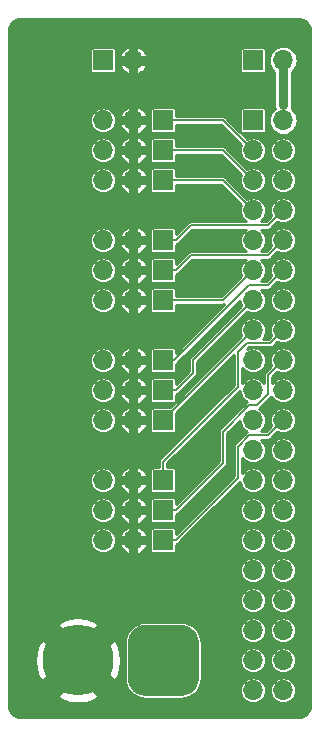
<source format=gbr>
G04 #@! TF.GenerationSoftware,KiCad,Pcbnew,(5.1.4-0-10_14)*
G04 #@! TF.CreationDate,2020-04-05T13:48:20-07:00*
G04 #@! TF.ProjectId,ServoPower2,53657276-6f50-46f7-9765-72322e6b6963,rev?*
G04 #@! TF.SameCoordinates,Original*
G04 #@! TF.FileFunction,Copper,L1,Top*
G04 #@! TF.FilePolarity,Positive*
%FSLAX46Y46*%
G04 Gerber Fmt 4.6, Leading zero omitted, Abs format (unit mm)*
G04 Created by KiCad (PCBNEW (5.1.4-0-10_14)) date 2020-04-05 13:48:20*
%MOMM*%
%LPD*%
G04 APERTURE LIST*
%ADD10C,0.100000*%
%ADD11C,6.000000*%
%ADD12R,1.700000X1.700000*%
%ADD13O,1.700000X1.700000*%
%ADD14C,0.200000*%
%ADD15C,0.800000*%
%ADD16C,0.254000*%
G04 APERTURE END LIST*
D10*
G36*
X159127026Y-111307223D02*
G01*
X159272635Y-111328822D01*
X159415427Y-111364589D01*
X159554025Y-111414181D01*
X159687095Y-111477118D01*
X159813355Y-111552796D01*
X159931590Y-111640484D01*
X160040660Y-111739340D01*
X160139516Y-111848410D01*
X160227204Y-111966645D01*
X160302882Y-112092905D01*
X160365819Y-112225975D01*
X160415411Y-112364573D01*
X160451178Y-112507365D01*
X160472777Y-112652974D01*
X160480000Y-112800000D01*
X160480000Y-115800000D01*
X160472777Y-115947026D01*
X160451178Y-116092635D01*
X160415411Y-116235427D01*
X160365819Y-116374025D01*
X160302882Y-116507095D01*
X160227204Y-116633355D01*
X160139516Y-116751590D01*
X160040660Y-116860660D01*
X159931590Y-116959516D01*
X159813355Y-117047204D01*
X159687095Y-117122882D01*
X159554025Y-117185819D01*
X159415427Y-117235411D01*
X159272635Y-117271178D01*
X159127026Y-117292777D01*
X158980000Y-117300000D01*
X155980000Y-117300000D01*
X155832974Y-117292777D01*
X155687365Y-117271178D01*
X155544573Y-117235411D01*
X155405975Y-117185819D01*
X155272905Y-117122882D01*
X155146645Y-117047204D01*
X155028410Y-116959516D01*
X154919340Y-116860660D01*
X154820484Y-116751590D01*
X154732796Y-116633355D01*
X154657118Y-116507095D01*
X154594181Y-116374025D01*
X154544589Y-116235427D01*
X154508822Y-116092635D01*
X154487223Y-115947026D01*
X154480000Y-115800000D01*
X154480000Y-112800000D01*
X154487223Y-112652974D01*
X154508822Y-112507365D01*
X154544589Y-112364573D01*
X154594181Y-112225975D01*
X154657118Y-112092905D01*
X154732796Y-111966645D01*
X154820484Y-111848410D01*
X154919340Y-111739340D01*
X155028410Y-111640484D01*
X155146645Y-111552796D01*
X155272905Y-111477118D01*
X155405975Y-111414181D01*
X155544573Y-111364589D01*
X155687365Y-111328822D01*
X155832974Y-111307223D01*
X155980000Y-111300000D01*
X158980000Y-111300000D01*
X159127026Y-111307223D01*
X159127026Y-111307223D01*
G37*
D11*
X157480000Y-114300000D03*
X150280000Y-114300000D03*
D12*
X165100000Y-63500000D03*
D13*
X167640000Y-63500000D03*
X154940000Y-63500000D03*
D12*
X152400000Y-63500000D03*
D13*
X167640000Y-116840000D03*
X165100000Y-116840000D03*
X167640000Y-114300000D03*
X165100000Y-114300000D03*
X167640000Y-111760000D03*
X165100000Y-111760000D03*
X167640000Y-109220000D03*
X165100000Y-109220000D03*
X167640000Y-106680000D03*
X165100000Y-106680000D03*
X167640000Y-104140000D03*
X165100000Y-104140000D03*
X167640000Y-101600000D03*
X165100000Y-101600000D03*
X167640000Y-99060000D03*
X165100000Y-99060000D03*
X167640000Y-96520000D03*
X165100000Y-96520000D03*
X167640000Y-93980000D03*
X165100000Y-93980000D03*
X167640000Y-91440000D03*
X165100000Y-91440000D03*
X167640000Y-88900000D03*
X165100000Y-88900000D03*
X167640000Y-86360000D03*
X165100000Y-86360000D03*
X167640000Y-83820000D03*
X165100000Y-83820000D03*
X167640000Y-81280000D03*
X165100000Y-81280000D03*
X167640000Y-78740000D03*
X165100000Y-78740000D03*
X167640000Y-76200000D03*
X165100000Y-76200000D03*
X167640000Y-73660000D03*
X165100000Y-73660000D03*
X167640000Y-71120000D03*
X165100000Y-71120000D03*
X167640000Y-68580000D03*
D12*
X165100000Y-68580000D03*
D13*
X152400000Y-104140000D03*
X154940000Y-104140000D03*
D12*
X157480000Y-104140000D03*
D13*
X152400000Y-93980000D03*
X154940000Y-93980000D03*
D12*
X157480000Y-93980000D03*
D13*
X152400000Y-83820000D03*
X154940000Y-83820000D03*
D12*
X157480000Y-83820000D03*
D13*
X152400000Y-101600000D03*
X154940000Y-101600000D03*
D12*
X157480000Y-101600000D03*
D13*
X152400000Y-91440000D03*
X154940000Y-91440000D03*
D12*
X157480000Y-91440000D03*
D13*
X152400000Y-81280000D03*
X154940000Y-81280000D03*
D12*
X157480000Y-81280000D03*
D13*
X152400000Y-99060000D03*
X154940000Y-99060000D03*
D12*
X157480000Y-99060000D03*
D13*
X152400000Y-88900000D03*
X154940000Y-88900000D03*
D12*
X157480000Y-88900000D03*
D13*
X152400000Y-78740000D03*
X154940000Y-78740000D03*
D12*
X157480000Y-78740000D03*
X157480000Y-68580000D03*
D13*
X154940000Y-68580000D03*
X152400000Y-68580000D03*
D12*
X157480000Y-73660000D03*
D13*
X154940000Y-73660000D03*
X152400000Y-73660000D03*
X152400000Y-71120000D03*
X154940000Y-71120000D03*
D12*
X157480000Y-71120000D03*
D14*
X162560000Y-68580000D02*
X165100000Y-71120000D01*
X157480000Y-68580000D02*
X162560000Y-68580000D01*
X166370000Y-95250000D02*
X167640000Y-93980000D01*
X157480000Y-104140000D02*
X158530000Y-104140000D01*
X164776038Y-95250000D02*
X166370000Y-95250000D01*
X163830000Y-96196038D02*
X164776038Y-95250000D01*
X163830000Y-98840000D02*
X163830000Y-96196038D01*
X158530000Y-104140000D02*
X163830000Y-98840000D01*
X158530000Y-101600000D02*
X162560000Y-97570000D01*
X157480000Y-101600000D02*
X158530000Y-101600000D01*
X162560000Y-94926038D02*
X164776038Y-92710000D01*
X162560000Y-97570000D02*
X162560000Y-94926038D01*
X164776038Y-92710000D02*
X165423962Y-92710000D01*
X166370000Y-90170000D02*
X167640000Y-88900000D01*
X166370000Y-91763962D02*
X166370000Y-90170000D01*
X165423962Y-92710000D02*
X166370000Y-91763962D01*
X166790001Y-87209999D02*
X167640000Y-86360000D01*
X166562999Y-87437001D02*
X166790001Y-87209999D01*
X163830000Y-88190040D02*
X164583039Y-87437001D01*
X164583039Y-87437001D02*
X166562999Y-87437001D01*
X163830000Y-91116038D02*
X163830000Y-88190040D01*
X157480000Y-97466038D02*
X163830000Y-91116038D01*
X157480000Y-99060000D02*
X157480000Y-97466038D01*
X157480000Y-93980000D02*
X165100000Y-86360000D01*
X158530000Y-91440000D02*
X160020000Y-89950000D01*
X157480000Y-91440000D02*
X158530000Y-91440000D01*
X160020000Y-88900000D02*
X165100000Y-83820000D01*
X160020000Y-89950000D02*
X160020000Y-88900000D01*
X158426038Y-88900000D02*
X164776038Y-82550000D01*
X157480000Y-88900000D02*
X158426038Y-88900000D01*
X166370000Y-82550000D02*
X167640000Y-81280000D01*
X164776038Y-82550000D02*
X166370000Y-82550000D01*
X162560000Y-83820000D02*
X165100000Y-81280000D01*
X157480000Y-83820000D02*
X162560000Y-83820000D01*
X158530000Y-81280000D02*
X159800000Y-80010000D01*
X159800000Y-80010000D02*
X166370000Y-80010000D01*
X166370000Y-80010000D02*
X167640000Y-78740000D01*
X157480000Y-81280000D02*
X158530000Y-81280000D01*
X158530000Y-78740000D02*
X159800000Y-77470000D01*
X157480000Y-78740000D02*
X158530000Y-78740000D01*
X166370000Y-77470000D02*
X167640000Y-76200000D01*
X159800000Y-77470000D02*
X166370000Y-77470000D01*
X162560000Y-73660000D02*
X165100000Y-76200000D01*
X157480000Y-73660000D02*
X162560000Y-73660000D01*
X162560000Y-71120000D02*
X165100000Y-73660000D01*
X157480000Y-71120000D02*
X162560000Y-71120000D01*
D15*
X167640000Y-67310000D02*
X167640000Y-63500000D01*
D16*
G36*
X145355406Y-59989600D02*
G01*
X145400076Y-59994000D01*
X168924924Y-59994000D01*
X168969594Y-59989600D01*
X169003025Y-59979459D01*
X169102223Y-59989185D01*
X169287130Y-60045012D01*
X169457668Y-60135688D01*
X169607347Y-60257762D01*
X169730468Y-60406590D01*
X169822334Y-60576493D01*
X169879448Y-60760997D01*
X169890575Y-60866866D01*
X169880401Y-60900406D01*
X169876001Y-60945076D01*
X169876000Y-118124923D01*
X169880400Y-118169593D01*
X169890541Y-118203024D01*
X169880815Y-118302223D01*
X169824988Y-118487130D01*
X169734310Y-118657670D01*
X169612235Y-118807349D01*
X169463410Y-118930468D01*
X169293511Y-119022332D01*
X169109003Y-119079448D01*
X169003136Y-119090575D01*
X168969594Y-119080400D01*
X168924924Y-119076000D01*
X145400076Y-119076000D01*
X145355406Y-119080400D01*
X145321975Y-119090541D01*
X145222777Y-119080815D01*
X145037870Y-119024988D01*
X144867330Y-118934310D01*
X144717651Y-118812235D01*
X144594532Y-118663410D01*
X144502668Y-118493511D01*
X144445552Y-118309003D01*
X144434425Y-118203136D01*
X144444600Y-118169594D01*
X144449000Y-118124924D01*
X144449000Y-117305046D01*
X148509562Y-117305046D01*
X148906424Y-117675801D01*
X149591402Y-117878908D01*
X150302844Y-117944479D01*
X151013408Y-117869995D01*
X151653576Y-117675801D01*
X152050438Y-117305046D01*
X150280000Y-115534608D01*
X148509562Y-117305046D01*
X144449000Y-117305046D01*
X144449000Y-114322844D01*
X146635521Y-114322844D01*
X146710005Y-115033408D01*
X146904199Y-115673576D01*
X147274954Y-116070438D01*
X149045392Y-114300000D01*
X151514608Y-114300000D01*
X153285046Y-116070438D01*
X153655801Y-115673576D01*
X153858908Y-114988598D01*
X153924479Y-114277156D01*
X153849995Y-113566592D01*
X153655801Y-112926424D01*
X153537694Y-112800000D01*
X154224772Y-112800000D01*
X154224772Y-115800000D01*
X154258498Y-116142428D01*
X154358381Y-116471697D01*
X154520581Y-116775152D01*
X154738866Y-117041134D01*
X155004848Y-117259419D01*
X155308303Y-117421619D01*
X155637572Y-117521502D01*
X155980000Y-117555228D01*
X158980000Y-117555228D01*
X159322428Y-117521502D01*
X159651697Y-117421619D01*
X159955152Y-117259419D01*
X160221134Y-117041134D01*
X160386199Y-116840000D01*
X163990659Y-116840000D01*
X164011975Y-117056422D01*
X164075103Y-117264526D01*
X164177617Y-117456317D01*
X164315577Y-117624423D01*
X164483683Y-117762383D01*
X164675474Y-117864897D01*
X164883578Y-117928025D01*
X165045773Y-117944000D01*
X165154227Y-117944000D01*
X165316422Y-117928025D01*
X165524526Y-117864897D01*
X165716317Y-117762383D01*
X165884423Y-117624423D01*
X166022383Y-117456317D01*
X166124897Y-117264526D01*
X166188025Y-117056422D01*
X166209341Y-116840000D01*
X166530659Y-116840000D01*
X166551975Y-117056422D01*
X166615103Y-117264526D01*
X166717617Y-117456317D01*
X166855577Y-117624423D01*
X167023683Y-117762383D01*
X167215474Y-117864897D01*
X167423578Y-117928025D01*
X167585773Y-117944000D01*
X167694227Y-117944000D01*
X167856422Y-117928025D01*
X168064526Y-117864897D01*
X168256317Y-117762383D01*
X168424423Y-117624423D01*
X168562383Y-117456317D01*
X168664897Y-117264526D01*
X168728025Y-117056422D01*
X168749341Y-116840000D01*
X168728025Y-116623578D01*
X168664897Y-116415474D01*
X168562383Y-116223683D01*
X168424423Y-116055577D01*
X168256317Y-115917617D01*
X168064526Y-115815103D01*
X167856422Y-115751975D01*
X167694227Y-115736000D01*
X167585773Y-115736000D01*
X167423578Y-115751975D01*
X167215474Y-115815103D01*
X167023683Y-115917617D01*
X166855577Y-116055577D01*
X166717617Y-116223683D01*
X166615103Y-116415474D01*
X166551975Y-116623578D01*
X166530659Y-116840000D01*
X166209341Y-116840000D01*
X166188025Y-116623578D01*
X166124897Y-116415474D01*
X166022383Y-116223683D01*
X165884423Y-116055577D01*
X165716317Y-115917617D01*
X165524526Y-115815103D01*
X165316422Y-115751975D01*
X165154227Y-115736000D01*
X165045773Y-115736000D01*
X164883578Y-115751975D01*
X164675474Y-115815103D01*
X164483683Y-115917617D01*
X164315577Y-116055577D01*
X164177617Y-116223683D01*
X164075103Y-116415474D01*
X164011975Y-116623578D01*
X163990659Y-116840000D01*
X160386199Y-116840000D01*
X160439419Y-116775152D01*
X160601619Y-116471697D01*
X160701502Y-116142428D01*
X160735228Y-115800000D01*
X160735228Y-114300000D01*
X163990659Y-114300000D01*
X164011975Y-114516422D01*
X164075103Y-114724526D01*
X164177617Y-114916317D01*
X164315577Y-115084423D01*
X164483683Y-115222383D01*
X164675474Y-115324897D01*
X164883578Y-115388025D01*
X165045773Y-115404000D01*
X165154227Y-115404000D01*
X165316422Y-115388025D01*
X165524526Y-115324897D01*
X165716317Y-115222383D01*
X165884423Y-115084423D01*
X166022383Y-114916317D01*
X166124897Y-114724526D01*
X166188025Y-114516422D01*
X166209341Y-114300000D01*
X166530659Y-114300000D01*
X166551975Y-114516422D01*
X166615103Y-114724526D01*
X166717617Y-114916317D01*
X166855577Y-115084423D01*
X167023683Y-115222383D01*
X167215474Y-115324897D01*
X167423578Y-115388025D01*
X167585773Y-115404000D01*
X167694227Y-115404000D01*
X167856422Y-115388025D01*
X168064526Y-115324897D01*
X168256317Y-115222383D01*
X168424423Y-115084423D01*
X168562383Y-114916317D01*
X168664897Y-114724526D01*
X168728025Y-114516422D01*
X168749341Y-114300000D01*
X168728025Y-114083578D01*
X168664897Y-113875474D01*
X168562383Y-113683683D01*
X168424423Y-113515577D01*
X168256317Y-113377617D01*
X168064526Y-113275103D01*
X167856422Y-113211975D01*
X167694227Y-113196000D01*
X167585773Y-113196000D01*
X167423578Y-113211975D01*
X167215474Y-113275103D01*
X167023683Y-113377617D01*
X166855577Y-113515577D01*
X166717617Y-113683683D01*
X166615103Y-113875474D01*
X166551975Y-114083578D01*
X166530659Y-114300000D01*
X166209341Y-114300000D01*
X166188025Y-114083578D01*
X166124897Y-113875474D01*
X166022383Y-113683683D01*
X165884423Y-113515577D01*
X165716317Y-113377617D01*
X165524526Y-113275103D01*
X165316422Y-113211975D01*
X165154227Y-113196000D01*
X165045773Y-113196000D01*
X164883578Y-113211975D01*
X164675474Y-113275103D01*
X164483683Y-113377617D01*
X164315577Y-113515577D01*
X164177617Y-113683683D01*
X164075103Y-113875474D01*
X164011975Y-114083578D01*
X163990659Y-114300000D01*
X160735228Y-114300000D01*
X160735228Y-112800000D01*
X160701502Y-112457572D01*
X160601619Y-112128303D01*
X160439419Y-111824848D01*
X160386200Y-111760000D01*
X163990659Y-111760000D01*
X164011975Y-111976422D01*
X164075103Y-112184526D01*
X164177617Y-112376317D01*
X164315577Y-112544423D01*
X164483683Y-112682383D01*
X164675474Y-112784897D01*
X164883578Y-112848025D01*
X165045773Y-112864000D01*
X165154227Y-112864000D01*
X165316422Y-112848025D01*
X165524526Y-112784897D01*
X165716317Y-112682383D01*
X165884423Y-112544423D01*
X166022383Y-112376317D01*
X166124897Y-112184526D01*
X166188025Y-111976422D01*
X166209341Y-111760000D01*
X166530659Y-111760000D01*
X166551975Y-111976422D01*
X166615103Y-112184526D01*
X166717617Y-112376317D01*
X166855577Y-112544423D01*
X167023683Y-112682383D01*
X167215474Y-112784897D01*
X167423578Y-112848025D01*
X167585773Y-112864000D01*
X167694227Y-112864000D01*
X167856422Y-112848025D01*
X168064526Y-112784897D01*
X168256317Y-112682383D01*
X168424423Y-112544423D01*
X168562383Y-112376317D01*
X168664897Y-112184526D01*
X168728025Y-111976422D01*
X168749341Y-111760000D01*
X168728025Y-111543578D01*
X168664897Y-111335474D01*
X168562383Y-111143683D01*
X168424423Y-110975577D01*
X168256317Y-110837617D01*
X168064526Y-110735103D01*
X167856422Y-110671975D01*
X167694227Y-110656000D01*
X167585773Y-110656000D01*
X167423578Y-110671975D01*
X167215474Y-110735103D01*
X167023683Y-110837617D01*
X166855577Y-110975577D01*
X166717617Y-111143683D01*
X166615103Y-111335474D01*
X166551975Y-111543578D01*
X166530659Y-111760000D01*
X166209341Y-111760000D01*
X166188025Y-111543578D01*
X166124897Y-111335474D01*
X166022383Y-111143683D01*
X165884423Y-110975577D01*
X165716317Y-110837617D01*
X165524526Y-110735103D01*
X165316422Y-110671975D01*
X165154227Y-110656000D01*
X165045773Y-110656000D01*
X164883578Y-110671975D01*
X164675474Y-110735103D01*
X164483683Y-110837617D01*
X164315577Y-110975577D01*
X164177617Y-111143683D01*
X164075103Y-111335474D01*
X164011975Y-111543578D01*
X163990659Y-111760000D01*
X160386200Y-111760000D01*
X160221134Y-111558866D01*
X159955152Y-111340581D01*
X159651697Y-111178381D01*
X159322428Y-111078498D01*
X158980000Y-111044772D01*
X155980000Y-111044772D01*
X155637572Y-111078498D01*
X155308303Y-111178381D01*
X155004848Y-111340581D01*
X154738866Y-111558866D01*
X154520581Y-111824848D01*
X154358381Y-112128303D01*
X154258498Y-112457572D01*
X154224772Y-112800000D01*
X153537694Y-112800000D01*
X153285046Y-112529562D01*
X151514608Y-114300000D01*
X149045392Y-114300000D01*
X147274954Y-112529562D01*
X146904199Y-112926424D01*
X146701092Y-113611402D01*
X146635521Y-114322844D01*
X144449000Y-114322844D01*
X144449000Y-111294954D01*
X148509562Y-111294954D01*
X150280000Y-113065392D01*
X152050438Y-111294954D01*
X151653576Y-110924199D01*
X150968598Y-110721092D01*
X150257156Y-110655521D01*
X149546592Y-110730005D01*
X148906424Y-110924199D01*
X148509562Y-111294954D01*
X144449000Y-111294954D01*
X144449000Y-109220000D01*
X163990659Y-109220000D01*
X164011975Y-109436422D01*
X164075103Y-109644526D01*
X164177617Y-109836317D01*
X164315577Y-110004423D01*
X164483683Y-110142383D01*
X164675474Y-110244897D01*
X164883578Y-110308025D01*
X165045773Y-110324000D01*
X165154227Y-110324000D01*
X165316422Y-110308025D01*
X165524526Y-110244897D01*
X165716317Y-110142383D01*
X165884423Y-110004423D01*
X166022383Y-109836317D01*
X166124897Y-109644526D01*
X166188025Y-109436422D01*
X166209341Y-109220000D01*
X166530659Y-109220000D01*
X166551975Y-109436422D01*
X166615103Y-109644526D01*
X166717617Y-109836317D01*
X166855577Y-110004423D01*
X167023683Y-110142383D01*
X167215474Y-110244897D01*
X167423578Y-110308025D01*
X167585773Y-110324000D01*
X167694227Y-110324000D01*
X167856422Y-110308025D01*
X168064526Y-110244897D01*
X168256317Y-110142383D01*
X168424423Y-110004423D01*
X168562383Y-109836317D01*
X168664897Y-109644526D01*
X168728025Y-109436422D01*
X168749341Y-109220000D01*
X168728025Y-109003578D01*
X168664897Y-108795474D01*
X168562383Y-108603683D01*
X168424423Y-108435577D01*
X168256317Y-108297617D01*
X168064526Y-108195103D01*
X167856422Y-108131975D01*
X167694227Y-108116000D01*
X167585773Y-108116000D01*
X167423578Y-108131975D01*
X167215474Y-108195103D01*
X167023683Y-108297617D01*
X166855577Y-108435577D01*
X166717617Y-108603683D01*
X166615103Y-108795474D01*
X166551975Y-109003578D01*
X166530659Y-109220000D01*
X166209341Y-109220000D01*
X166188025Y-109003578D01*
X166124897Y-108795474D01*
X166022383Y-108603683D01*
X165884423Y-108435577D01*
X165716317Y-108297617D01*
X165524526Y-108195103D01*
X165316422Y-108131975D01*
X165154227Y-108116000D01*
X165045773Y-108116000D01*
X164883578Y-108131975D01*
X164675474Y-108195103D01*
X164483683Y-108297617D01*
X164315577Y-108435577D01*
X164177617Y-108603683D01*
X164075103Y-108795474D01*
X164011975Y-109003578D01*
X163990659Y-109220000D01*
X144449000Y-109220000D01*
X144449000Y-106680000D01*
X163990659Y-106680000D01*
X164011975Y-106896422D01*
X164075103Y-107104526D01*
X164177617Y-107296317D01*
X164315577Y-107464423D01*
X164483683Y-107602383D01*
X164675474Y-107704897D01*
X164883578Y-107768025D01*
X165045773Y-107784000D01*
X165154227Y-107784000D01*
X165316422Y-107768025D01*
X165524526Y-107704897D01*
X165716317Y-107602383D01*
X165884423Y-107464423D01*
X166022383Y-107296317D01*
X166124897Y-107104526D01*
X166188025Y-106896422D01*
X166209341Y-106680000D01*
X166530659Y-106680000D01*
X166551975Y-106896422D01*
X166615103Y-107104526D01*
X166717617Y-107296317D01*
X166855577Y-107464423D01*
X167023683Y-107602383D01*
X167215474Y-107704897D01*
X167423578Y-107768025D01*
X167585773Y-107784000D01*
X167694227Y-107784000D01*
X167856422Y-107768025D01*
X168064526Y-107704897D01*
X168256317Y-107602383D01*
X168424423Y-107464423D01*
X168562383Y-107296317D01*
X168664897Y-107104526D01*
X168728025Y-106896422D01*
X168749341Y-106680000D01*
X168728025Y-106463578D01*
X168664897Y-106255474D01*
X168562383Y-106063683D01*
X168424423Y-105895577D01*
X168256317Y-105757617D01*
X168064526Y-105655103D01*
X167856422Y-105591975D01*
X167694227Y-105576000D01*
X167585773Y-105576000D01*
X167423578Y-105591975D01*
X167215474Y-105655103D01*
X167023683Y-105757617D01*
X166855577Y-105895577D01*
X166717617Y-106063683D01*
X166615103Y-106255474D01*
X166551975Y-106463578D01*
X166530659Y-106680000D01*
X166209341Y-106680000D01*
X166188025Y-106463578D01*
X166124897Y-106255474D01*
X166022383Y-106063683D01*
X165884423Y-105895577D01*
X165716317Y-105757617D01*
X165524526Y-105655103D01*
X165316422Y-105591975D01*
X165154227Y-105576000D01*
X165045773Y-105576000D01*
X164883578Y-105591975D01*
X164675474Y-105655103D01*
X164483683Y-105757617D01*
X164315577Y-105895577D01*
X164177617Y-106063683D01*
X164075103Y-106255474D01*
X164011975Y-106463578D01*
X163990659Y-106680000D01*
X144449000Y-106680000D01*
X144449000Y-104140000D01*
X151290659Y-104140000D01*
X151311975Y-104356422D01*
X151375103Y-104564526D01*
X151477617Y-104756317D01*
X151615577Y-104924423D01*
X151783683Y-105062383D01*
X151975474Y-105164897D01*
X152183578Y-105228025D01*
X152345773Y-105244000D01*
X152454227Y-105244000D01*
X152616422Y-105228025D01*
X152824526Y-105164897D01*
X153016317Y-105062383D01*
X153184423Y-104924423D01*
X153322383Y-104756317D01*
X153420062Y-104573571D01*
X153787870Y-104573571D01*
X153894593Y-104790009D01*
X154041491Y-104981468D01*
X154222918Y-105140590D01*
X154431902Y-105261260D01*
X154506431Y-105292119D01*
X154692000Y-105248343D01*
X154692000Y-104388000D01*
X155188000Y-104388000D01*
X155188000Y-105248343D01*
X155373569Y-105292119D01*
X155448098Y-105261260D01*
X155657082Y-105140590D01*
X155838509Y-104981468D01*
X155985407Y-104790009D01*
X156092130Y-104573571D01*
X156050521Y-104388000D01*
X155188000Y-104388000D01*
X154692000Y-104388000D01*
X153829479Y-104388000D01*
X153787870Y-104573571D01*
X153420062Y-104573571D01*
X153424897Y-104564526D01*
X153488025Y-104356422D01*
X153509341Y-104140000D01*
X153488025Y-103923578D01*
X153424897Y-103715474D01*
X153420063Y-103706429D01*
X153787870Y-103706429D01*
X153829479Y-103892000D01*
X154692000Y-103892000D01*
X154692000Y-103031657D01*
X155188000Y-103031657D01*
X155188000Y-103892000D01*
X156050521Y-103892000D01*
X156092130Y-103706429D01*
X155985407Y-103489991D01*
X155838509Y-103298532D01*
X155657082Y-103139410D01*
X155448098Y-103018740D01*
X155373569Y-102987881D01*
X155188000Y-103031657D01*
X154692000Y-103031657D01*
X154506431Y-102987881D01*
X154431902Y-103018740D01*
X154222918Y-103139410D01*
X154041491Y-103298532D01*
X153894593Y-103489991D01*
X153787870Y-103706429D01*
X153420063Y-103706429D01*
X153322383Y-103523683D01*
X153184423Y-103355577D01*
X153016317Y-103217617D01*
X152824526Y-103115103D01*
X152616422Y-103051975D01*
X152454227Y-103036000D01*
X152345773Y-103036000D01*
X152183578Y-103051975D01*
X151975474Y-103115103D01*
X151783683Y-103217617D01*
X151615577Y-103355577D01*
X151477617Y-103523683D01*
X151375103Y-103715474D01*
X151311975Y-103923578D01*
X151290659Y-104140000D01*
X144449000Y-104140000D01*
X144449000Y-101600000D01*
X151290659Y-101600000D01*
X151311975Y-101816422D01*
X151375103Y-102024526D01*
X151477617Y-102216317D01*
X151615577Y-102384423D01*
X151783683Y-102522383D01*
X151975474Y-102624897D01*
X152183578Y-102688025D01*
X152345773Y-102704000D01*
X152454227Y-102704000D01*
X152616422Y-102688025D01*
X152824526Y-102624897D01*
X153016317Y-102522383D01*
X153184423Y-102384423D01*
X153322383Y-102216317D01*
X153420062Y-102033571D01*
X153787870Y-102033571D01*
X153894593Y-102250009D01*
X154041491Y-102441468D01*
X154222918Y-102600590D01*
X154431902Y-102721260D01*
X154506431Y-102752119D01*
X154692000Y-102708343D01*
X154692000Y-101848000D01*
X155188000Y-101848000D01*
X155188000Y-102708343D01*
X155373569Y-102752119D01*
X155448098Y-102721260D01*
X155657082Y-102600590D01*
X155838509Y-102441468D01*
X155985407Y-102250009D01*
X156092130Y-102033571D01*
X156050521Y-101848000D01*
X155188000Y-101848000D01*
X154692000Y-101848000D01*
X153829479Y-101848000D01*
X153787870Y-102033571D01*
X153420062Y-102033571D01*
X153424897Y-102024526D01*
X153488025Y-101816422D01*
X153509341Y-101600000D01*
X153488025Y-101383578D01*
X153424897Y-101175474D01*
X153420063Y-101166429D01*
X153787870Y-101166429D01*
X153829479Y-101352000D01*
X154692000Y-101352000D01*
X154692000Y-100491657D01*
X155188000Y-100491657D01*
X155188000Y-101352000D01*
X156050521Y-101352000D01*
X156092130Y-101166429D01*
X155985407Y-100949991D01*
X155838509Y-100758532D01*
X155657082Y-100599410D01*
X155448098Y-100478740D01*
X155373569Y-100447881D01*
X155188000Y-100491657D01*
X154692000Y-100491657D01*
X154506431Y-100447881D01*
X154431902Y-100478740D01*
X154222918Y-100599410D01*
X154041491Y-100758532D01*
X153894593Y-100949991D01*
X153787870Y-101166429D01*
X153420063Y-101166429D01*
X153322383Y-100983683D01*
X153184423Y-100815577D01*
X153016317Y-100677617D01*
X152824526Y-100575103D01*
X152616422Y-100511975D01*
X152454227Y-100496000D01*
X152345773Y-100496000D01*
X152183578Y-100511975D01*
X151975474Y-100575103D01*
X151783683Y-100677617D01*
X151615577Y-100815577D01*
X151477617Y-100983683D01*
X151375103Y-101175474D01*
X151311975Y-101383578D01*
X151290659Y-101600000D01*
X144449000Y-101600000D01*
X144449000Y-99060000D01*
X151290659Y-99060000D01*
X151311975Y-99276422D01*
X151375103Y-99484526D01*
X151477617Y-99676317D01*
X151615577Y-99844423D01*
X151783683Y-99982383D01*
X151975474Y-100084897D01*
X152183578Y-100148025D01*
X152345773Y-100164000D01*
X152454227Y-100164000D01*
X152616422Y-100148025D01*
X152824526Y-100084897D01*
X153016317Y-99982383D01*
X153184423Y-99844423D01*
X153322383Y-99676317D01*
X153420062Y-99493571D01*
X153787870Y-99493571D01*
X153894593Y-99710009D01*
X154041491Y-99901468D01*
X154222918Y-100060590D01*
X154431902Y-100181260D01*
X154506431Y-100212119D01*
X154692000Y-100168343D01*
X154692000Y-99308000D01*
X155188000Y-99308000D01*
X155188000Y-100168343D01*
X155373569Y-100212119D01*
X155448098Y-100181260D01*
X155657082Y-100060590D01*
X155838509Y-99901468D01*
X155985407Y-99710009D01*
X156092130Y-99493571D01*
X156050521Y-99308000D01*
X155188000Y-99308000D01*
X154692000Y-99308000D01*
X153829479Y-99308000D01*
X153787870Y-99493571D01*
X153420062Y-99493571D01*
X153424897Y-99484526D01*
X153488025Y-99276422D01*
X153509341Y-99060000D01*
X153488025Y-98843578D01*
X153424897Y-98635474D01*
X153420063Y-98626429D01*
X153787870Y-98626429D01*
X153829479Y-98812000D01*
X154692000Y-98812000D01*
X154692000Y-97951657D01*
X155188000Y-97951657D01*
X155188000Y-98812000D01*
X156050521Y-98812000D01*
X156092130Y-98626429D01*
X155985407Y-98409991D01*
X155838509Y-98218532D01*
X155657082Y-98059410D01*
X155448098Y-97938740D01*
X155373569Y-97907881D01*
X155188000Y-97951657D01*
X154692000Y-97951657D01*
X154506431Y-97907881D01*
X154431902Y-97938740D01*
X154222918Y-98059410D01*
X154041491Y-98218532D01*
X153894593Y-98409991D01*
X153787870Y-98626429D01*
X153420063Y-98626429D01*
X153322383Y-98443683D01*
X153184423Y-98275577D01*
X153016317Y-98137617D01*
X152824526Y-98035103D01*
X152616422Y-97971975D01*
X152454227Y-97956000D01*
X152345773Y-97956000D01*
X152183578Y-97971975D01*
X151975474Y-98035103D01*
X151783683Y-98137617D01*
X151615577Y-98275577D01*
X151477617Y-98443683D01*
X151375103Y-98635474D01*
X151311975Y-98843578D01*
X151290659Y-99060000D01*
X144449000Y-99060000D01*
X144449000Y-93980000D01*
X151290659Y-93980000D01*
X151311975Y-94196422D01*
X151375103Y-94404526D01*
X151477617Y-94596317D01*
X151615577Y-94764423D01*
X151783683Y-94902383D01*
X151975474Y-95004897D01*
X152183578Y-95068025D01*
X152345773Y-95084000D01*
X152454227Y-95084000D01*
X152616422Y-95068025D01*
X152824526Y-95004897D01*
X153016317Y-94902383D01*
X153184423Y-94764423D01*
X153322383Y-94596317D01*
X153420062Y-94413571D01*
X153787870Y-94413571D01*
X153894593Y-94630009D01*
X154041491Y-94821468D01*
X154222918Y-94980590D01*
X154431902Y-95101260D01*
X154506431Y-95132119D01*
X154692000Y-95088343D01*
X154692000Y-94228000D01*
X155188000Y-94228000D01*
X155188000Y-95088343D01*
X155373569Y-95132119D01*
X155448098Y-95101260D01*
X155657082Y-94980590D01*
X155838509Y-94821468D01*
X155985407Y-94630009D01*
X156092130Y-94413571D01*
X156050521Y-94228000D01*
X155188000Y-94228000D01*
X154692000Y-94228000D01*
X153829479Y-94228000D01*
X153787870Y-94413571D01*
X153420062Y-94413571D01*
X153424897Y-94404526D01*
X153488025Y-94196422D01*
X153509341Y-93980000D01*
X153488025Y-93763578D01*
X153424897Y-93555474D01*
X153420063Y-93546429D01*
X153787870Y-93546429D01*
X153829479Y-93732000D01*
X154692000Y-93732000D01*
X154692000Y-92871657D01*
X155188000Y-92871657D01*
X155188000Y-93732000D01*
X156050521Y-93732000D01*
X156092130Y-93546429D01*
X155985407Y-93329991D01*
X155838509Y-93138532D01*
X155657082Y-92979410D01*
X155448098Y-92858740D01*
X155373569Y-92827881D01*
X155188000Y-92871657D01*
X154692000Y-92871657D01*
X154506431Y-92827881D01*
X154431902Y-92858740D01*
X154222918Y-92979410D01*
X154041491Y-93138532D01*
X153894593Y-93329991D01*
X153787870Y-93546429D01*
X153420063Y-93546429D01*
X153322383Y-93363683D01*
X153184423Y-93195577D01*
X153016317Y-93057617D01*
X152824526Y-92955103D01*
X152616422Y-92891975D01*
X152454227Y-92876000D01*
X152345773Y-92876000D01*
X152183578Y-92891975D01*
X151975474Y-92955103D01*
X151783683Y-93057617D01*
X151615577Y-93195577D01*
X151477617Y-93363683D01*
X151375103Y-93555474D01*
X151311975Y-93763578D01*
X151290659Y-93980000D01*
X144449000Y-93980000D01*
X144449000Y-91440000D01*
X151290659Y-91440000D01*
X151311975Y-91656422D01*
X151375103Y-91864526D01*
X151477617Y-92056317D01*
X151615577Y-92224423D01*
X151783683Y-92362383D01*
X151975474Y-92464897D01*
X152183578Y-92528025D01*
X152345773Y-92544000D01*
X152454227Y-92544000D01*
X152616422Y-92528025D01*
X152824526Y-92464897D01*
X153016317Y-92362383D01*
X153184423Y-92224423D01*
X153322383Y-92056317D01*
X153420062Y-91873571D01*
X153787870Y-91873571D01*
X153894593Y-92090009D01*
X154041491Y-92281468D01*
X154222918Y-92440590D01*
X154431902Y-92561260D01*
X154506431Y-92592119D01*
X154692000Y-92548343D01*
X154692000Y-91688000D01*
X155188000Y-91688000D01*
X155188000Y-92548343D01*
X155373569Y-92592119D01*
X155448098Y-92561260D01*
X155657082Y-92440590D01*
X155838509Y-92281468D01*
X155985407Y-92090009D01*
X156092130Y-91873571D01*
X156050521Y-91688000D01*
X155188000Y-91688000D01*
X154692000Y-91688000D01*
X153829479Y-91688000D01*
X153787870Y-91873571D01*
X153420062Y-91873571D01*
X153424897Y-91864526D01*
X153488025Y-91656422D01*
X153509341Y-91440000D01*
X153488025Y-91223578D01*
X153424897Y-91015474D01*
X153420063Y-91006429D01*
X153787870Y-91006429D01*
X153829479Y-91192000D01*
X154692000Y-91192000D01*
X154692000Y-90331657D01*
X155188000Y-90331657D01*
X155188000Y-91192000D01*
X156050521Y-91192000D01*
X156092130Y-91006429D01*
X155985407Y-90789991D01*
X155838509Y-90598532D01*
X155657082Y-90439410D01*
X155448098Y-90318740D01*
X155373569Y-90287881D01*
X155188000Y-90331657D01*
X154692000Y-90331657D01*
X154506431Y-90287881D01*
X154431902Y-90318740D01*
X154222918Y-90439410D01*
X154041491Y-90598532D01*
X153894593Y-90789991D01*
X153787870Y-91006429D01*
X153420063Y-91006429D01*
X153322383Y-90823683D01*
X153184423Y-90655577D01*
X153016317Y-90517617D01*
X152824526Y-90415103D01*
X152616422Y-90351975D01*
X152454227Y-90336000D01*
X152345773Y-90336000D01*
X152183578Y-90351975D01*
X151975474Y-90415103D01*
X151783683Y-90517617D01*
X151615577Y-90655577D01*
X151477617Y-90823683D01*
X151375103Y-91015474D01*
X151311975Y-91223578D01*
X151290659Y-91440000D01*
X144449000Y-91440000D01*
X144449000Y-88900000D01*
X151290659Y-88900000D01*
X151311975Y-89116422D01*
X151375103Y-89324526D01*
X151477617Y-89516317D01*
X151615577Y-89684423D01*
X151783683Y-89822383D01*
X151975474Y-89924897D01*
X152183578Y-89988025D01*
X152345773Y-90004000D01*
X152454227Y-90004000D01*
X152616422Y-89988025D01*
X152824526Y-89924897D01*
X153016317Y-89822383D01*
X153184423Y-89684423D01*
X153322383Y-89516317D01*
X153420062Y-89333571D01*
X153787870Y-89333571D01*
X153894593Y-89550009D01*
X154041491Y-89741468D01*
X154222918Y-89900590D01*
X154431902Y-90021260D01*
X154506431Y-90052119D01*
X154692000Y-90008343D01*
X154692000Y-89148000D01*
X155188000Y-89148000D01*
X155188000Y-90008343D01*
X155373569Y-90052119D01*
X155448098Y-90021260D01*
X155657082Y-89900590D01*
X155838509Y-89741468D01*
X155985407Y-89550009D01*
X156092130Y-89333571D01*
X156050521Y-89148000D01*
X155188000Y-89148000D01*
X154692000Y-89148000D01*
X153829479Y-89148000D01*
X153787870Y-89333571D01*
X153420062Y-89333571D01*
X153424897Y-89324526D01*
X153488025Y-89116422D01*
X153509341Y-88900000D01*
X153488025Y-88683578D01*
X153424897Y-88475474D01*
X153420063Y-88466429D01*
X153787870Y-88466429D01*
X153829479Y-88652000D01*
X154692000Y-88652000D01*
X154692000Y-87791657D01*
X155188000Y-87791657D01*
X155188000Y-88652000D01*
X156050521Y-88652000D01*
X156092130Y-88466429D01*
X155985407Y-88249991D01*
X155838509Y-88058532D01*
X155657082Y-87899410D01*
X155448098Y-87778740D01*
X155373569Y-87747881D01*
X155188000Y-87791657D01*
X154692000Y-87791657D01*
X154506431Y-87747881D01*
X154431902Y-87778740D01*
X154222918Y-87899410D01*
X154041491Y-88058532D01*
X153894593Y-88249991D01*
X153787870Y-88466429D01*
X153420063Y-88466429D01*
X153322383Y-88283683D01*
X153184423Y-88115577D01*
X153016317Y-87977617D01*
X152824526Y-87875103D01*
X152616422Y-87811975D01*
X152454227Y-87796000D01*
X152345773Y-87796000D01*
X152183578Y-87811975D01*
X151975474Y-87875103D01*
X151783683Y-87977617D01*
X151615577Y-88115577D01*
X151477617Y-88283683D01*
X151375103Y-88475474D01*
X151311975Y-88683578D01*
X151290659Y-88900000D01*
X144449000Y-88900000D01*
X144449000Y-83820000D01*
X151290659Y-83820000D01*
X151311975Y-84036422D01*
X151375103Y-84244526D01*
X151477617Y-84436317D01*
X151615577Y-84604423D01*
X151783683Y-84742383D01*
X151975474Y-84844897D01*
X152183578Y-84908025D01*
X152345773Y-84924000D01*
X152454227Y-84924000D01*
X152616422Y-84908025D01*
X152824526Y-84844897D01*
X153016317Y-84742383D01*
X153184423Y-84604423D01*
X153322383Y-84436317D01*
X153420062Y-84253571D01*
X153787870Y-84253571D01*
X153894593Y-84470009D01*
X154041491Y-84661468D01*
X154222918Y-84820590D01*
X154431902Y-84941260D01*
X154506431Y-84972119D01*
X154692000Y-84928343D01*
X154692000Y-84068000D01*
X155188000Y-84068000D01*
X155188000Y-84928343D01*
X155373569Y-84972119D01*
X155448098Y-84941260D01*
X155657082Y-84820590D01*
X155838509Y-84661468D01*
X155985407Y-84470009D01*
X156092130Y-84253571D01*
X156050521Y-84068000D01*
X155188000Y-84068000D01*
X154692000Y-84068000D01*
X153829479Y-84068000D01*
X153787870Y-84253571D01*
X153420062Y-84253571D01*
X153424897Y-84244526D01*
X153488025Y-84036422D01*
X153509341Y-83820000D01*
X153488025Y-83603578D01*
X153424897Y-83395474D01*
X153420063Y-83386429D01*
X153787870Y-83386429D01*
X153829479Y-83572000D01*
X154692000Y-83572000D01*
X154692000Y-82711657D01*
X155188000Y-82711657D01*
X155188000Y-83572000D01*
X156050521Y-83572000D01*
X156092130Y-83386429D01*
X155985407Y-83169991D01*
X155838509Y-82978532D01*
X155657082Y-82819410D01*
X155448098Y-82698740D01*
X155373569Y-82667881D01*
X155188000Y-82711657D01*
X154692000Y-82711657D01*
X154506431Y-82667881D01*
X154431902Y-82698740D01*
X154222918Y-82819410D01*
X154041491Y-82978532D01*
X153894593Y-83169991D01*
X153787870Y-83386429D01*
X153420063Y-83386429D01*
X153322383Y-83203683D01*
X153184423Y-83035577D01*
X153016317Y-82897617D01*
X152824526Y-82795103D01*
X152616422Y-82731975D01*
X152454227Y-82716000D01*
X152345773Y-82716000D01*
X152183578Y-82731975D01*
X151975474Y-82795103D01*
X151783683Y-82897617D01*
X151615577Y-83035577D01*
X151477617Y-83203683D01*
X151375103Y-83395474D01*
X151311975Y-83603578D01*
X151290659Y-83820000D01*
X144449000Y-83820000D01*
X144449000Y-81280000D01*
X151290659Y-81280000D01*
X151311975Y-81496422D01*
X151375103Y-81704526D01*
X151477617Y-81896317D01*
X151615577Y-82064423D01*
X151783683Y-82202383D01*
X151975474Y-82304897D01*
X152183578Y-82368025D01*
X152345773Y-82384000D01*
X152454227Y-82384000D01*
X152616422Y-82368025D01*
X152824526Y-82304897D01*
X153016317Y-82202383D01*
X153184423Y-82064423D01*
X153322383Y-81896317D01*
X153420062Y-81713571D01*
X153787870Y-81713571D01*
X153894593Y-81930009D01*
X154041491Y-82121468D01*
X154222918Y-82280590D01*
X154431902Y-82401260D01*
X154506431Y-82432119D01*
X154692000Y-82388343D01*
X154692000Y-81528000D01*
X155188000Y-81528000D01*
X155188000Y-82388343D01*
X155373569Y-82432119D01*
X155448098Y-82401260D01*
X155657082Y-82280590D01*
X155838509Y-82121468D01*
X155985407Y-81930009D01*
X156092130Y-81713571D01*
X156050521Y-81528000D01*
X155188000Y-81528000D01*
X154692000Y-81528000D01*
X153829479Y-81528000D01*
X153787870Y-81713571D01*
X153420062Y-81713571D01*
X153424897Y-81704526D01*
X153488025Y-81496422D01*
X153509341Y-81280000D01*
X153488025Y-81063578D01*
X153424897Y-80855474D01*
X153420063Y-80846429D01*
X153787870Y-80846429D01*
X153829479Y-81032000D01*
X154692000Y-81032000D01*
X154692000Y-80171657D01*
X155188000Y-80171657D01*
X155188000Y-81032000D01*
X156050521Y-81032000D01*
X156092130Y-80846429D01*
X155985407Y-80629991D01*
X155838509Y-80438532D01*
X155657082Y-80279410D01*
X155448098Y-80158740D01*
X155373569Y-80127881D01*
X155188000Y-80171657D01*
X154692000Y-80171657D01*
X154506431Y-80127881D01*
X154431902Y-80158740D01*
X154222918Y-80279410D01*
X154041491Y-80438532D01*
X153894593Y-80629991D01*
X153787870Y-80846429D01*
X153420063Y-80846429D01*
X153322383Y-80663683D01*
X153184423Y-80495577D01*
X153016317Y-80357617D01*
X152824526Y-80255103D01*
X152616422Y-80191975D01*
X152454227Y-80176000D01*
X152345773Y-80176000D01*
X152183578Y-80191975D01*
X151975474Y-80255103D01*
X151783683Y-80357617D01*
X151615577Y-80495577D01*
X151477617Y-80663683D01*
X151375103Y-80855474D01*
X151311975Y-81063578D01*
X151290659Y-81280000D01*
X144449000Y-81280000D01*
X144449000Y-78740000D01*
X151290659Y-78740000D01*
X151311975Y-78956422D01*
X151375103Y-79164526D01*
X151477617Y-79356317D01*
X151615577Y-79524423D01*
X151783683Y-79662383D01*
X151975474Y-79764897D01*
X152183578Y-79828025D01*
X152345773Y-79844000D01*
X152454227Y-79844000D01*
X152616422Y-79828025D01*
X152824526Y-79764897D01*
X153016317Y-79662383D01*
X153184423Y-79524423D01*
X153322383Y-79356317D01*
X153420062Y-79173571D01*
X153787870Y-79173571D01*
X153894593Y-79390009D01*
X154041491Y-79581468D01*
X154222918Y-79740590D01*
X154431902Y-79861260D01*
X154506431Y-79892119D01*
X154692000Y-79848343D01*
X154692000Y-78988000D01*
X155188000Y-78988000D01*
X155188000Y-79848343D01*
X155373569Y-79892119D01*
X155448098Y-79861260D01*
X155657082Y-79740590D01*
X155838509Y-79581468D01*
X155985407Y-79390009D01*
X156092130Y-79173571D01*
X156050521Y-78988000D01*
X155188000Y-78988000D01*
X154692000Y-78988000D01*
X153829479Y-78988000D01*
X153787870Y-79173571D01*
X153420062Y-79173571D01*
X153424897Y-79164526D01*
X153488025Y-78956422D01*
X153509341Y-78740000D01*
X153488025Y-78523578D01*
X153424897Y-78315474D01*
X153420063Y-78306429D01*
X153787870Y-78306429D01*
X153829479Y-78492000D01*
X154692000Y-78492000D01*
X154692000Y-77631657D01*
X155188000Y-77631657D01*
X155188000Y-78492000D01*
X156050521Y-78492000D01*
X156092130Y-78306429D01*
X155985407Y-78089991D01*
X155838509Y-77898532D01*
X155657082Y-77739410D01*
X155448098Y-77618740D01*
X155373569Y-77587881D01*
X155188000Y-77631657D01*
X154692000Y-77631657D01*
X154506431Y-77587881D01*
X154431902Y-77618740D01*
X154222918Y-77739410D01*
X154041491Y-77898532D01*
X153894593Y-78089991D01*
X153787870Y-78306429D01*
X153420063Y-78306429D01*
X153322383Y-78123683D01*
X153184423Y-77955577D01*
X153016317Y-77817617D01*
X152824526Y-77715103D01*
X152616422Y-77651975D01*
X152454227Y-77636000D01*
X152345773Y-77636000D01*
X152183578Y-77651975D01*
X151975474Y-77715103D01*
X151783683Y-77817617D01*
X151615577Y-77955577D01*
X151477617Y-78123683D01*
X151375103Y-78315474D01*
X151311975Y-78523578D01*
X151290659Y-78740000D01*
X144449000Y-78740000D01*
X144449000Y-73660000D01*
X151290659Y-73660000D01*
X151311975Y-73876422D01*
X151375103Y-74084526D01*
X151477617Y-74276317D01*
X151615577Y-74444423D01*
X151783683Y-74582383D01*
X151975474Y-74684897D01*
X152183578Y-74748025D01*
X152345773Y-74764000D01*
X152454227Y-74764000D01*
X152616422Y-74748025D01*
X152824526Y-74684897D01*
X153016317Y-74582383D01*
X153184423Y-74444423D01*
X153322383Y-74276317D01*
X153420062Y-74093571D01*
X153787870Y-74093571D01*
X153894593Y-74310009D01*
X154041491Y-74501468D01*
X154222918Y-74660590D01*
X154431902Y-74781260D01*
X154506431Y-74812119D01*
X154692000Y-74768343D01*
X154692000Y-73908000D01*
X155188000Y-73908000D01*
X155188000Y-74768343D01*
X155373569Y-74812119D01*
X155448098Y-74781260D01*
X155657082Y-74660590D01*
X155838509Y-74501468D01*
X155985407Y-74310009D01*
X156092130Y-74093571D01*
X156050521Y-73908000D01*
X155188000Y-73908000D01*
X154692000Y-73908000D01*
X153829479Y-73908000D01*
X153787870Y-74093571D01*
X153420062Y-74093571D01*
X153424897Y-74084526D01*
X153488025Y-73876422D01*
X153509341Y-73660000D01*
X153488025Y-73443578D01*
X153424897Y-73235474D01*
X153420063Y-73226429D01*
X153787870Y-73226429D01*
X153829479Y-73412000D01*
X154692000Y-73412000D01*
X154692000Y-72551657D01*
X155188000Y-72551657D01*
X155188000Y-73412000D01*
X156050521Y-73412000D01*
X156092130Y-73226429D01*
X155985407Y-73009991D01*
X155838509Y-72818532D01*
X155828782Y-72810000D01*
X156374772Y-72810000D01*
X156374772Y-74510000D01*
X156379676Y-74559793D01*
X156394200Y-74607672D01*
X156417786Y-74651797D01*
X156449527Y-74690473D01*
X156488203Y-74722214D01*
X156532328Y-74745800D01*
X156580207Y-74760324D01*
X156630000Y-74765228D01*
X158330000Y-74765228D01*
X158379793Y-74760324D01*
X158427672Y-74745800D01*
X158471797Y-74722214D01*
X158510473Y-74690473D01*
X158542214Y-74651797D01*
X158565800Y-74607672D01*
X158580324Y-74559793D01*
X158585228Y-74510000D01*
X158585228Y-74014000D01*
X162413370Y-74014000D01*
X164109845Y-75710476D01*
X164075103Y-75775474D01*
X164011975Y-75983578D01*
X163990659Y-76200000D01*
X164011975Y-76416422D01*
X164075103Y-76624526D01*
X164177617Y-76816317D01*
X164315577Y-76984423D01*
X164475905Y-77116000D01*
X159817374Y-77116000D01*
X159799999Y-77114289D01*
X159782625Y-77116000D01*
X159782618Y-77116000D01*
X159737436Y-77120450D01*
X159730603Y-77121123D01*
X159726450Y-77122383D01*
X159663875Y-77141365D01*
X159602377Y-77174236D01*
X159602375Y-77174237D01*
X159602376Y-77174237D01*
X159561974Y-77207394D01*
X159561971Y-77207397D01*
X159548474Y-77218474D01*
X159537397Y-77231971D01*
X158585228Y-78184142D01*
X158585228Y-77890000D01*
X158580324Y-77840207D01*
X158565800Y-77792328D01*
X158542214Y-77748203D01*
X158510473Y-77709527D01*
X158471797Y-77677786D01*
X158427672Y-77654200D01*
X158379793Y-77639676D01*
X158330000Y-77634772D01*
X156630000Y-77634772D01*
X156580207Y-77639676D01*
X156532328Y-77654200D01*
X156488203Y-77677786D01*
X156449527Y-77709527D01*
X156417786Y-77748203D01*
X156394200Y-77792328D01*
X156379676Y-77840207D01*
X156374772Y-77890000D01*
X156374772Y-79590000D01*
X156379676Y-79639793D01*
X156394200Y-79687672D01*
X156417786Y-79731797D01*
X156449527Y-79770473D01*
X156488203Y-79802214D01*
X156532328Y-79825800D01*
X156580207Y-79840324D01*
X156630000Y-79845228D01*
X158330000Y-79845228D01*
X158379793Y-79840324D01*
X158427672Y-79825800D01*
X158471797Y-79802214D01*
X158510473Y-79770473D01*
X158542214Y-79731797D01*
X158565800Y-79687672D01*
X158580324Y-79639793D01*
X158585228Y-79590000D01*
X158585228Y-79090272D01*
X158599396Y-79088877D01*
X158666125Y-79068635D01*
X158727623Y-79035764D01*
X158781526Y-78991526D01*
X158792612Y-78978018D01*
X159946632Y-77824000D01*
X164475905Y-77824000D01*
X164315577Y-77955577D01*
X164177617Y-78123683D01*
X164075103Y-78315474D01*
X164011975Y-78523578D01*
X163990659Y-78740000D01*
X164011975Y-78956422D01*
X164075103Y-79164526D01*
X164177617Y-79356317D01*
X164315577Y-79524423D01*
X164475905Y-79656000D01*
X159817374Y-79656000D01*
X159799999Y-79654289D01*
X159782625Y-79656000D01*
X159782618Y-79656000D01*
X159737436Y-79660450D01*
X159730603Y-79661123D01*
X159726450Y-79662383D01*
X159663875Y-79681365D01*
X159602377Y-79714236D01*
X159602375Y-79714237D01*
X159602376Y-79714237D01*
X159561974Y-79747394D01*
X159561971Y-79747397D01*
X159548474Y-79758474D01*
X159537397Y-79771971D01*
X158585228Y-80724142D01*
X158585228Y-80430000D01*
X158580324Y-80380207D01*
X158565800Y-80332328D01*
X158542214Y-80288203D01*
X158510473Y-80249527D01*
X158471797Y-80217786D01*
X158427672Y-80194200D01*
X158379793Y-80179676D01*
X158330000Y-80174772D01*
X156630000Y-80174772D01*
X156580207Y-80179676D01*
X156532328Y-80194200D01*
X156488203Y-80217786D01*
X156449527Y-80249527D01*
X156417786Y-80288203D01*
X156394200Y-80332328D01*
X156379676Y-80380207D01*
X156374772Y-80430000D01*
X156374772Y-82130000D01*
X156379676Y-82179793D01*
X156394200Y-82227672D01*
X156417786Y-82271797D01*
X156449527Y-82310473D01*
X156488203Y-82342214D01*
X156532328Y-82365800D01*
X156580207Y-82380324D01*
X156630000Y-82385228D01*
X158330000Y-82385228D01*
X158379793Y-82380324D01*
X158427672Y-82365800D01*
X158471797Y-82342214D01*
X158510473Y-82310473D01*
X158542214Y-82271797D01*
X158565800Y-82227672D01*
X158580324Y-82179793D01*
X158585228Y-82130000D01*
X158585228Y-81630272D01*
X158599396Y-81628877D01*
X158666125Y-81608635D01*
X158727623Y-81575764D01*
X158781526Y-81531526D01*
X158792612Y-81518018D01*
X159946632Y-80364000D01*
X164475905Y-80364000D01*
X164315577Y-80495577D01*
X164177617Y-80663683D01*
X164075103Y-80855474D01*
X164011975Y-81063578D01*
X163990659Y-81280000D01*
X164011975Y-81496422D01*
X164075103Y-81704526D01*
X164109845Y-81769524D01*
X162413370Y-83466000D01*
X158585228Y-83466000D01*
X158585228Y-82970000D01*
X158580324Y-82920207D01*
X158565800Y-82872328D01*
X158542214Y-82828203D01*
X158510473Y-82789527D01*
X158471797Y-82757786D01*
X158427672Y-82734200D01*
X158379793Y-82719676D01*
X158330000Y-82714772D01*
X156630000Y-82714772D01*
X156580207Y-82719676D01*
X156532328Y-82734200D01*
X156488203Y-82757786D01*
X156449527Y-82789527D01*
X156417786Y-82828203D01*
X156394200Y-82872328D01*
X156379676Y-82920207D01*
X156374772Y-82970000D01*
X156374772Y-84670000D01*
X156379676Y-84719793D01*
X156394200Y-84767672D01*
X156417786Y-84811797D01*
X156449527Y-84850473D01*
X156488203Y-84882214D01*
X156532328Y-84905800D01*
X156580207Y-84920324D01*
X156630000Y-84925228D01*
X158330000Y-84925228D01*
X158379793Y-84920324D01*
X158427672Y-84905800D01*
X158471797Y-84882214D01*
X158510473Y-84850473D01*
X158542214Y-84811797D01*
X158565800Y-84767672D01*
X158580324Y-84719793D01*
X158585228Y-84670000D01*
X158585228Y-84174000D01*
X162542626Y-84174000D01*
X162560000Y-84175711D01*
X162577374Y-84174000D01*
X162577382Y-84174000D01*
X162629396Y-84168877D01*
X162668345Y-84157062D01*
X158585228Y-88240180D01*
X158585228Y-88050000D01*
X158580324Y-88000207D01*
X158565800Y-87952328D01*
X158542214Y-87908203D01*
X158510473Y-87869527D01*
X158471797Y-87837786D01*
X158427672Y-87814200D01*
X158379793Y-87799676D01*
X158330000Y-87794772D01*
X156630000Y-87794772D01*
X156580207Y-87799676D01*
X156532328Y-87814200D01*
X156488203Y-87837786D01*
X156449527Y-87869527D01*
X156417786Y-87908203D01*
X156394200Y-87952328D01*
X156379676Y-88000207D01*
X156374772Y-88050000D01*
X156374772Y-89750000D01*
X156379676Y-89799793D01*
X156394200Y-89847672D01*
X156417786Y-89891797D01*
X156449527Y-89930473D01*
X156488203Y-89962214D01*
X156532328Y-89985800D01*
X156580207Y-90000324D01*
X156630000Y-90005228D01*
X158330000Y-90005228D01*
X158379793Y-90000324D01*
X158427672Y-89985800D01*
X158471797Y-89962214D01*
X158510473Y-89930473D01*
X158542214Y-89891797D01*
X158565800Y-89847672D01*
X158580324Y-89799793D01*
X158585228Y-89750000D01*
X158585228Y-89216307D01*
X158623661Y-89195764D01*
X158677564Y-89151526D01*
X158688650Y-89138018D01*
X163992094Y-83834574D01*
X164011975Y-84036422D01*
X164075103Y-84244526D01*
X164109845Y-84309524D01*
X159781977Y-88637393D01*
X159768475Y-88648474D01*
X159724237Y-88702377D01*
X159691366Y-88763875D01*
X159671123Y-88830604D01*
X159664289Y-88900000D01*
X159666001Y-88917384D01*
X159666000Y-89803368D01*
X158585228Y-90884142D01*
X158585228Y-90590000D01*
X158580324Y-90540207D01*
X158565800Y-90492328D01*
X158542214Y-90448203D01*
X158510473Y-90409527D01*
X158471797Y-90377786D01*
X158427672Y-90354200D01*
X158379793Y-90339676D01*
X158330000Y-90334772D01*
X156630000Y-90334772D01*
X156580207Y-90339676D01*
X156532328Y-90354200D01*
X156488203Y-90377786D01*
X156449527Y-90409527D01*
X156417786Y-90448203D01*
X156394200Y-90492328D01*
X156379676Y-90540207D01*
X156374772Y-90590000D01*
X156374772Y-92290000D01*
X156379676Y-92339793D01*
X156394200Y-92387672D01*
X156417786Y-92431797D01*
X156449527Y-92470473D01*
X156488203Y-92502214D01*
X156532328Y-92525800D01*
X156580207Y-92540324D01*
X156630000Y-92545228D01*
X158330000Y-92545228D01*
X158379793Y-92540324D01*
X158427672Y-92525800D01*
X158440342Y-92519027D01*
X158084598Y-92874772D01*
X156630000Y-92874772D01*
X156580207Y-92879676D01*
X156532328Y-92894200D01*
X156488203Y-92917786D01*
X156449527Y-92949527D01*
X156417786Y-92988203D01*
X156394200Y-93032328D01*
X156379676Y-93080207D01*
X156374772Y-93130000D01*
X156374772Y-94830000D01*
X156379676Y-94879793D01*
X156394200Y-94927672D01*
X156417786Y-94971797D01*
X156449527Y-95010473D01*
X156488203Y-95042214D01*
X156532328Y-95065800D01*
X156580207Y-95080324D01*
X156630000Y-95085228D01*
X158330000Y-95085228D01*
X158379793Y-95080324D01*
X158427672Y-95065800D01*
X158471797Y-95042214D01*
X158510473Y-95010473D01*
X158542214Y-94971797D01*
X158565800Y-94927672D01*
X158580324Y-94879793D01*
X158585228Y-94830000D01*
X158585228Y-93375402D01*
X163476001Y-88484631D01*
X163476000Y-90969407D01*
X157241977Y-97203431D01*
X157228475Y-97214512D01*
X157184237Y-97268415D01*
X157164991Y-97304423D01*
X157151366Y-97329913D01*
X157131123Y-97396642D01*
X157124289Y-97466038D01*
X157126001Y-97483422D01*
X157126001Y-97954772D01*
X156630000Y-97954772D01*
X156580207Y-97959676D01*
X156532328Y-97974200D01*
X156488203Y-97997786D01*
X156449527Y-98029527D01*
X156417786Y-98068203D01*
X156394200Y-98112328D01*
X156379676Y-98160207D01*
X156374772Y-98210000D01*
X156374772Y-99910000D01*
X156379676Y-99959793D01*
X156394200Y-100007672D01*
X156417786Y-100051797D01*
X156449527Y-100090473D01*
X156488203Y-100122214D01*
X156532328Y-100145800D01*
X156580207Y-100160324D01*
X156630000Y-100165228D01*
X158330000Y-100165228D01*
X158379793Y-100160324D01*
X158427672Y-100145800D01*
X158471797Y-100122214D01*
X158510473Y-100090473D01*
X158542214Y-100051797D01*
X158565800Y-100007672D01*
X158580324Y-99959793D01*
X158585228Y-99910000D01*
X158585228Y-98210000D01*
X158580324Y-98160207D01*
X158565800Y-98112328D01*
X158542214Y-98068203D01*
X158510473Y-98029527D01*
X158471797Y-97997786D01*
X158427672Y-97974200D01*
X158379793Y-97959676D01*
X158330000Y-97954772D01*
X157834000Y-97954772D01*
X157834000Y-97612668D01*
X163992094Y-91454575D01*
X164011975Y-91656422D01*
X164075103Y-91864526D01*
X164177617Y-92056317D01*
X164315577Y-92224423D01*
X164483683Y-92362383D01*
X164579554Y-92413627D01*
X164578415Y-92414236D01*
X164524512Y-92458474D01*
X164513431Y-92471976D01*
X162321977Y-94663431D01*
X162308475Y-94674512D01*
X162264237Y-94728415D01*
X162244991Y-94764423D01*
X162231366Y-94789913D01*
X162211123Y-94856642D01*
X162204289Y-94926038D01*
X162206001Y-94943422D01*
X162206000Y-97423369D01*
X158585228Y-101044142D01*
X158585228Y-100750000D01*
X158580324Y-100700207D01*
X158565800Y-100652328D01*
X158542214Y-100608203D01*
X158510473Y-100569527D01*
X158471797Y-100537786D01*
X158427672Y-100514200D01*
X158379793Y-100499676D01*
X158330000Y-100494772D01*
X156630000Y-100494772D01*
X156580207Y-100499676D01*
X156532328Y-100514200D01*
X156488203Y-100537786D01*
X156449527Y-100569527D01*
X156417786Y-100608203D01*
X156394200Y-100652328D01*
X156379676Y-100700207D01*
X156374772Y-100750000D01*
X156374772Y-102450000D01*
X156379676Y-102499793D01*
X156394200Y-102547672D01*
X156417786Y-102591797D01*
X156449527Y-102630473D01*
X156488203Y-102662214D01*
X156532328Y-102685800D01*
X156580207Y-102700324D01*
X156630000Y-102705228D01*
X158330000Y-102705228D01*
X158379793Y-102700324D01*
X158427672Y-102685800D01*
X158471797Y-102662214D01*
X158510473Y-102630473D01*
X158542214Y-102591797D01*
X158565800Y-102547672D01*
X158580324Y-102499793D01*
X158585228Y-102450000D01*
X158585228Y-101950272D01*
X158599396Y-101948877D01*
X158666125Y-101928635D01*
X158727623Y-101895764D01*
X158781526Y-101851526D01*
X158792612Y-101838018D01*
X162798028Y-97832603D01*
X162811525Y-97821526D01*
X162822603Y-97808028D01*
X162822606Y-97808025D01*
X162834048Y-97794082D01*
X162855764Y-97767623D01*
X162888635Y-97706125D01*
X162908877Y-97639396D01*
X162914000Y-97587382D01*
X162914000Y-97587374D01*
X162915711Y-97570000D01*
X162914000Y-97552626D01*
X162914000Y-95072668D01*
X163992094Y-93994574D01*
X164011975Y-94196422D01*
X164075103Y-94404526D01*
X164177617Y-94596317D01*
X164315577Y-94764423D01*
X164483683Y-94902383D01*
X164579554Y-94953627D01*
X164578415Y-94954236D01*
X164524512Y-94998474D01*
X164513431Y-95011976D01*
X163591977Y-95933431D01*
X163578475Y-95944512D01*
X163534237Y-95998415D01*
X163501366Y-96059913D01*
X163481123Y-96126642D01*
X163474289Y-96196038D01*
X163476001Y-96213422D01*
X163476000Y-98693369D01*
X158585228Y-103584142D01*
X158585228Y-103290000D01*
X158580324Y-103240207D01*
X158565800Y-103192328D01*
X158542214Y-103148203D01*
X158510473Y-103109527D01*
X158471797Y-103077786D01*
X158427672Y-103054200D01*
X158379793Y-103039676D01*
X158330000Y-103034772D01*
X156630000Y-103034772D01*
X156580207Y-103039676D01*
X156532328Y-103054200D01*
X156488203Y-103077786D01*
X156449527Y-103109527D01*
X156417786Y-103148203D01*
X156394200Y-103192328D01*
X156379676Y-103240207D01*
X156374772Y-103290000D01*
X156374772Y-104990000D01*
X156379676Y-105039793D01*
X156394200Y-105087672D01*
X156417786Y-105131797D01*
X156449527Y-105170473D01*
X156488203Y-105202214D01*
X156532328Y-105225800D01*
X156580207Y-105240324D01*
X156630000Y-105245228D01*
X158330000Y-105245228D01*
X158379793Y-105240324D01*
X158427672Y-105225800D01*
X158471797Y-105202214D01*
X158510473Y-105170473D01*
X158542214Y-105131797D01*
X158565800Y-105087672D01*
X158580324Y-105039793D01*
X158585228Y-104990000D01*
X158585228Y-104490272D01*
X158599396Y-104488877D01*
X158666125Y-104468635D01*
X158727623Y-104435764D01*
X158781526Y-104391526D01*
X158792612Y-104378018D01*
X159030630Y-104140000D01*
X163990659Y-104140000D01*
X164011975Y-104356422D01*
X164075103Y-104564526D01*
X164177617Y-104756317D01*
X164315577Y-104924423D01*
X164483683Y-105062383D01*
X164675474Y-105164897D01*
X164883578Y-105228025D01*
X165045773Y-105244000D01*
X165154227Y-105244000D01*
X165316422Y-105228025D01*
X165524526Y-105164897D01*
X165716317Y-105062383D01*
X165884423Y-104924423D01*
X166022383Y-104756317D01*
X166124897Y-104564526D01*
X166188025Y-104356422D01*
X166209341Y-104140000D01*
X166530659Y-104140000D01*
X166551975Y-104356422D01*
X166615103Y-104564526D01*
X166717617Y-104756317D01*
X166855577Y-104924423D01*
X167023683Y-105062383D01*
X167215474Y-105164897D01*
X167423578Y-105228025D01*
X167585773Y-105244000D01*
X167694227Y-105244000D01*
X167856422Y-105228025D01*
X168064526Y-105164897D01*
X168256317Y-105062383D01*
X168424423Y-104924423D01*
X168562383Y-104756317D01*
X168664897Y-104564526D01*
X168728025Y-104356422D01*
X168749341Y-104140000D01*
X168728025Y-103923578D01*
X168664897Y-103715474D01*
X168562383Y-103523683D01*
X168424423Y-103355577D01*
X168256317Y-103217617D01*
X168064526Y-103115103D01*
X167856422Y-103051975D01*
X167694227Y-103036000D01*
X167585773Y-103036000D01*
X167423578Y-103051975D01*
X167215474Y-103115103D01*
X167023683Y-103217617D01*
X166855577Y-103355577D01*
X166717617Y-103523683D01*
X166615103Y-103715474D01*
X166551975Y-103923578D01*
X166530659Y-104140000D01*
X166209341Y-104140000D01*
X166188025Y-103923578D01*
X166124897Y-103715474D01*
X166022383Y-103523683D01*
X165884423Y-103355577D01*
X165716317Y-103217617D01*
X165524526Y-103115103D01*
X165316422Y-103051975D01*
X165154227Y-103036000D01*
X165045773Y-103036000D01*
X164883578Y-103051975D01*
X164675474Y-103115103D01*
X164483683Y-103217617D01*
X164315577Y-103355577D01*
X164177617Y-103523683D01*
X164075103Y-103715474D01*
X164011975Y-103923578D01*
X163990659Y-104140000D01*
X159030630Y-104140000D01*
X161570630Y-101600000D01*
X163990659Y-101600000D01*
X164011975Y-101816422D01*
X164075103Y-102024526D01*
X164177617Y-102216317D01*
X164315577Y-102384423D01*
X164483683Y-102522383D01*
X164675474Y-102624897D01*
X164883578Y-102688025D01*
X165045773Y-102704000D01*
X165154227Y-102704000D01*
X165316422Y-102688025D01*
X165524526Y-102624897D01*
X165716317Y-102522383D01*
X165884423Y-102384423D01*
X166022383Y-102216317D01*
X166124897Y-102024526D01*
X166188025Y-101816422D01*
X166209341Y-101600000D01*
X166530659Y-101600000D01*
X166551975Y-101816422D01*
X166615103Y-102024526D01*
X166717617Y-102216317D01*
X166855577Y-102384423D01*
X167023683Y-102522383D01*
X167215474Y-102624897D01*
X167423578Y-102688025D01*
X167585773Y-102704000D01*
X167694227Y-102704000D01*
X167856422Y-102688025D01*
X168064526Y-102624897D01*
X168256317Y-102522383D01*
X168424423Y-102384423D01*
X168562383Y-102216317D01*
X168664897Y-102024526D01*
X168728025Y-101816422D01*
X168749341Y-101600000D01*
X168728025Y-101383578D01*
X168664897Y-101175474D01*
X168562383Y-100983683D01*
X168424423Y-100815577D01*
X168256317Y-100677617D01*
X168064526Y-100575103D01*
X167856422Y-100511975D01*
X167694227Y-100496000D01*
X167585773Y-100496000D01*
X167423578Y-100511975D01*
X167215474Y-100575103D01*
X167023683Y-100677617D01*
X166855577Y-100815577D01*
X166717617Y-100983683D01*
X166615103Y-101175474D01*
X166551975Y-101383578D01*
X166530659Y-101600000D01*
X166209341Y-101600000D01*
X166188025Y-101383578D01*
X166124897Y-101175474D01*
X166022383Y-100983683D01*
X165884423Y-100815577D01*
X165716317Y-100677617D01*
X165524526Y-100575103D01*
X165316422Y-100511975D01*
X165154227Y-100496000D01*
X165045773Y-100496000D01*
X164883578Y-100511975D01*
X164675474Y-100575103D01*
X164483683Y-100677617D01*
X164315577Y-100815577D01*
X164177617Y-100983683D01*
X164075103Y-101175474D01*
X164011975Y-101383578D01*
X163990659Y-101600000D01*
X161570630Y-101600000D01*
X164001416Y-99169215D01*
X164011975Y-99276422D01*
X164075103Y-99484526D01*
X164177617Y-99676317D01*
X164315577Y-99844423D01*
X164483683Y-99982383D01*
X164675474Y-100084897D01*
X164883578Y-100148025D01*
X165045773Y-100164000D01*
X165154227Y-100164000D01*
X165316422Y-100148025D01*
X165524526Y-100084897D01*
X165716317Y-99982383D01*
X165884423Y-99844423D01*
X166022383Y-99676317D01*
X166124897Y-99484526D01*
X166188025Y-99276422D01*
X166209341Y-99060000D01*
X166530659Y-99060000D01*
X166551975Y-99276422D01*
X166615103Y-99484526D01*
X166717617Y-99676317D01*
X166855577Y-99844423D01*
X167023683Y-99982383D01*
X167215474Y-100084897D01*
X167423578Y-100148025D01*
X167585773Y-100164000D01*
X167694227Y-100164000D01*
X167856422Y-100148025D01*
X168064526Y-100084897D01*
X168256317Y-99982383D01*
X168424423Y-99844423D01*
X168562383Y-99676317D01*
X168664897Y-99484526D01*
X168728025Y-99276422D01*
X168749341Y-99060000D01*
X168728025Y-98843578D01*
X168664897Y-98635474D01*
X168562383Y-98443683D01*
X168424423Y-98275577D01*
X168256317Y-98137617D01*
X168064526Y-98035103D01*
X167856422Y-97971975D01*
X167694227Y-97956000D01*
X167585773Y-97956000D01*
X167423578Y-97971975D01*
X167215474Y-98035103D01*
X167023683Y-98137617D01*
X166855577Y-98275577D01*
X166717617Y-98443683D01*
X166615103Y-98635474D01*
X166551975Y-98843578D01*
X166530659Y-99060000D01*
X166209341Y-99060000D01*
X166188025Y-98843578D01*
X166124897Y-98635474D01*
X166022383Y-98443683D01*
X165884423Y-98275577D01*
X165716317Y-98137617D01*
X165524526Y-98035103D01*
X165316422Y-97971975D01*
X165154227Y-97956000D01*
X165045773Y-97956000D01*
X164883578Y-97971975D01*
X164675474Y-98035103D01*
X164483683Y-98137617D01*
X164315577Y-98275577D01*
X164184000Y-98435905D01*
X164184000Y-97144095D01*
X164315577Y-97304423D01*
X164483683Y-97442383D01*
X164675474Y-97544897D01*
X164883578Y-97608025D01*
X165045773Y-97624000D01*
X165154227Y-97624000D01*
X165316422Y-97608025D01*
X165524526Y-97544897D01*
X165716317Y-97442383D01*
X165884423Y-97304423D01*
X166022383Y-97136317D01*
X166124897Y-96944526D01*
X166188025Y-96736422D01*
X166209341Y-96520000D01*
X166530659Y-96520000D01*
X166551975Y-96736422D01*
X166615103Y-96944526D01*
X166717617Y-97136317D01*
X166855577Y-97304423D01*
X167023683Y-97442383D01*
X167215474Y-97544897D01*
X167423578Y-97608025D01*
X167585773Y-97624000D01*
X167694227Y-97624000D01*
X167856422Y-97608025D01*
X168064526Y-97544897D01*
X168256317Y-97442383D01*
X168424423Y-97304423D01*
X168562383Y-97136317D01*
X168664897Y-96944526D01*
X168728025Y-96736422D01*
X168749341Y-96520000D01*
X168728025Y-96303578D01*
X168664897Y-96095474D01*
X168562383Y-95903683D01*
X168424423Y-95735577D01*
X168256317Y-95597617D01*
X168064526Y-95495103D01*
X167856422Y-95431975D01*
X167694227Y-95416000D01*
X167585773Y-95416000D01*
X167423578Y-95431975D01*
X167215474Y-95495103D01*
X167023683Y-95597617D01*
X166855577Y-95735577D01*
X166717617Y-95903683D01*
X166615103Y-96095474D01*
X166551975Y-96303578D01*
X166530659Y-96520000D01*
X166209341Y-96520000D01*
X166188025Y-96303578D01*
X166124897Y-96095474D01*
X166022383Y-95903683D01*
X165884423Y-95735577D01*
X165724095Y-95604000D01*
X166352626Y-95604000D01*
X166370000Y-95605711D01*
X166387374Y-95604000D01*
X166387382Y-95604000D01*
X166439396Y-95598877D01*
X166506125Y-95578635D01*
X166567623Y-95545764D01*
X166621526Y-95501526D01*
X166632612Y-95488018D01*
X167150476Y-94970155D01*
X167215474Y-95004897D01*
X167423578Y-95068025D01*
X167585773Y-95084000D01*
X167694227Y-95084000D01*
X167856422Y-95068025D01*
X168064526Y-95004897D01*
X168256317Y-94902383D01*
X168424423Y-94764423D01*
X168562383Y-94596317D01*
X168664897Y-94404526D01*
X168728025Y-94196422D01*
X168749341Y-93980000D01*
X168728025Y-93763578D01*
X168664897Y-93555474D01*
X168562383Y-93363683D01*
X168424423Y-93195577D01*
X168256317Y-93057617D01*
X168064526Y-92955103D01*
X167856422Y-92891975D01*
X167694227Y-92876000D01*
X167585773Y-92876000D01*
X167423578Y-92891975D01*
X167215474Y-92955103D01*
X167023683Y-93057617D01*
X166855577Y-93195577D01*
X166717617Y-93363683D01*
X166615103Y-93555474D01*
X166551975Y-93763578D01*
X166530659Y-93980000D01*
X166551975Y-94196422D01*
X166615103Y-94404526D01*
X166649845Y-94469524D01*
X166223370Y-94896000D01*
X165724095Y-94896000D01*
X165884423Y-94764423D01*
X166022383Y-94596317D01*
X166124897Y-94404526D01*
X166188025Y-94196422D01*
X166209341Y-93980000D01*
X166188025Y-93763578D01*
X166124897Y-93555474D01*
X166022383Y-93363683D01*
X165884423Y-93195577D01*
X165716317Y-93057617D01*
X165620446Y-93006373D01*
X165621585Y-93005764D01*
X165675488Y-92961526D01*
X165686574Y-92948018D01*
X166608028Y-92026565D01*
X166621525Y-92015488D01*
X166632603Y-92001990D01*
X166632606Y-92001987D01*
X166644048Y-91988044D01*
X166665764Y-91961585D01*
X166666373Y-91960446D01*
X166717617Y-92056317D01*
X166855577Y-92224423D01*
X167023683Y-92362383D01*
X167215474Y-92464897D01*
X167423578Y-92528025D01*
X167585773Y-92544000D01*
X167694227Y-92544000D01*
X167856422Y-92528025D01*
X168064526Y-92464897D01*
X168256317Y-92362383D01*
X168424423Y-92224423D01*
X168562383Y-92056317D01*
X168664897Y-91864526D01*
X168728025Y-91656422D01*
X168749341Y-91440000D01*
X168728025Y-91223578D01*
X168664897Y-91015474D01*
X168562383Y-90823683D01*
X168424423Y-90655577D01*
X168256317Y-90517617D01*
X168064526Y-90415103D01*
X167856422Y-90351975D01*
X167694227Y-90336000D01*
X167585773Y-90336000D01*
X167423578Y-90351975D01*
X167215474Y-90415103D01*
X167023683Y-90517617D01*
X166855577Y-90655577D01*
X166724000Y-90815905D01*
X166724000Y-90316630D01*
X167150476Y-89890155D01*
X167215474Y-89924897D01*
X167423578Y-89988025D01*
X167585773Y-90004000D01*
X167694227Y-90004000D01*
X167856422Y-89988025D01*
X168064526Y-89924897D01*
X168256317Y-89822383D01*
X168424423Y-89684423D01*
X168562383Y-89516317D01*
X168664897Y-89324526D01*
X168728025Y-89116422D01*
X168749341Y-88900000D01*
X168728025Y-88683578D01*
X168664897Y-88475474D01*
X168562383Y-88283683D01*
X168424423Y-88115577D01*
X168256317Y-87977617D01*
X168064526Y-87875103D01*
X167856422Y-87811975D01*
X167694227Y-87796000D01*
X167585773Y-87796000D01*
X167423578Y-87811975D01*
X167215474Y-87875103D01*
X167023683Y-87977617D01*
X166855577Y-88115577D01*
X166717617Y-88283683D01*
X166615103Y-88475474D01*
X166551975Y-88683578D01*
X166530659Y-88900000D01*
X166551975Y-89116422D01*
X166615103Y-89324526D01*
X166649845Y-89389524D01*
X166131977Y-89907393D01*
X166118475Y-89918474D01*
X166074237Y-89972377D01*
X166056678Y-90005228D01*
X166041366Y-90033875D01*
X166021123Y-90100604D01*
X166014289Y-90170000D01*
X166016001Y-90187384D01*
X166016001Y-90815906D01*
X165884423Y-90655577D01*
X165716317Y-90517617D01*
X165524526Y-90415103D01*
X165316422Y-90351975D01*
X165154227Y-90336000D01*
X165045773Y-90336000D01*
X164883578Y-90351975D01*
X164675474Y-90415103D01*
X164483683Y-90517617D01*
X164315577Y-90655577D01*
X164184000Y-90815905D01*
X164184000Y-89524095D01*
X164315577Y-89684423D01*
X164483683Y-89822383D01*
X164675474Y-89924897D01*
X164883578Y-89988025D01*
X165045773Y-90004000D01*
X165154227Y-90004000D01*
X165316422Y-89988025D01*
X165524526Y-89924897D01*
X165716317Y-89822383D01*
X165884423Y-89684423D01*
X166022383Y-89516317D01*
X166124897Y-89324526D01*
X166188025Y-89116422D01*
X166209341Y-88900000D01*
X166188025Y-88683578D01*
X166124897Y-88475474D01*
X166022383Y-88283683D01*
X165884423Y-88115577D01*
X165716317Y-87977617D01*
X165524526Y-87875103D01*
X165316422Y-87811975D01*
X165154227Y-87796000D01*
X165045773Y-87796000D01*
X164883578Y-87811975D01*
X164675474Y-87875103D01*
X164611227Y-87909443D01*
X164729670Y-87791001D01*
X166545625Y-87791001D01*
X166562999Y-87792712D01*
X166580373Y-87791001D01*
X166580381Y-87791001D01*
X166632395Y-87785878D01*
X166699124Y-87765636D01*
X166760622Y-87732765D01*
X166814525Y-87688527D01*
X166825610Y-87675020D01*
X167052607Y-87448024D01*
X167052611Y-87448019D01*
X167150475Y-87350155D01*
X167215474Y-87384897D01*
X167423578Y-87448025D01*
X167585773Y-87464000D01*
X167694227Y-87464000D01*
X167856422Y-87448025D01*
X168064526Y-87384897D01*
X168256317Y-87282383D01*
X168424423Y-87144423D01*
X168562383Y-86976317D01*
X168664897Y-86784526D01*
X168728025Y-86576422D01*
X168749341Y-86360000D01*
X168728025Y-86143578D01*
X168664897Y-85935474D01*
X168562383Y-85743683D01*
X168424423Y-85575577D01*
X168256317Y-85437617D01*
X168064526Y-85335103D01*
X167856422Y-85271975D01*
X167694227Y-85256000D01*
X167585773Y-85256000D01*
X167423578Y-85271975D01*
X167215474Y-85335103D01*
X167023683Y-85437617D01*
X166855577Y-85575577D01*
X166717617Y-85743683D01*
X166615103Y-85935474D01*
X166551975Y-86143578D01*
X166530659Y-86360000D01*
X166551975Y-86576422D01*
X166615103Y-86784526D01*
X166649845Y-86849525D01*
X166551981Y-86947389D01*
X166551976Y-86947393D01*
X166416369Y-87083001D01*
X165934830Y-87083001D01*
X166022383Y-86976317D01*
X166124897Y-86784526D01*
X166188025Y-86576422D01*
X166209341Y-86360000D01*
X166188025Y-86143578D01*
X166124897Y-85935474D01*
X166022383Y-85743683D01*
X165884423Y-85575577D01*
X165716317Y-85437617D01*
X165524526Y-85335103D01*
X165316422Y-85271975D01*
X165154227Y-85256000D01*
X165045773Y-85256000D01*
X164883578Y-85271975D01*
X164675474Y-85335103D01*
X164483683Y-85437617D01*
X164315577Y-85575577D01*
X164177617Y-85743683D01*
X164075103Y-85935474D01*
X164011975Y-86143578D01*
X163990659Y-86360000D01*
X164011975Y-86576422D01*
X164075103Y-86784526D01*
X164109845Y-86849523D01*
X158559027Y-92400342D01*
X158565800Y-92387672D01*
X158580324Y-92339793D01*
X158585228Y-92290000D01*
X158585228Y-91790272D01*
X158599396Y-91788877D01*
X158666125Y-91768635D01*
X158727623Y-91735764D01*
X158781526Y-91691526D01*
X158792612Y-91678018D01*
X160258034Y-90212598D01*
X160271525Y-90201526D01*
X160282598Y-90188034D01*
X160282606Y-90188026D01*
X160315763Y-90147624D01*
X160315764Y-90147623D01*
X160348635Y-90086125D01*
X160368877Y-90019396D01*
X160374000Y-89967382D01*
X160374000Y-89967375D01*
X160375711Y-89950001D01*
X160374000Y-89932626D01*
X160374000Y-89046630D01*
X164610476Y-84810155D01*
X164675474Y-84844897D01*
X164883578Y-84908025D01*
X165045773Y-84924000D01*
X165154227Y-84924000D01*
X165316422Y-84908025D01*
X165524526Y-84844897D01*
X165716317Y-84742383D01*
X165884423Y-84604423D01*
X166022383Y-84436317D01*
X166124897Y-84244526D01*
X166188025Y-84036422D01*
X166209341Y-83820000D01*
X166530659Y-83820000D01*
X166551975Y-84036422D01*
X166615103Y-84244526D01*
X166717617Y-84436317D01*
X166855577Y-84604423D01*
X167023683Y-84742383D01*
X167215474Y-84844897D01*
X167423578Y-84908025D01*
X167585773Y-84924000D01*
X167694227Y-84924000D01*
X167856422Y-84908025D01*
X168064526Y-84844897D01*
X168256317Y-84742383D01*
X168424423Y-84604423D01*
X168562383Y-84436317D01*
X168664897Y-84244526D01*
X168728025Y-84036422D01*
X168749341Y-83820000D01*
X168728025Y-83603578D01*
X168664897Y-83395474D01*
X168562383Y-83203683D01*
X168424423Y-83035577D01*
X168256317Y-82897617D01*
X168064526Y-82795103D01*
X167856422Y-82731975D01*
X167694227Y-82716000D01*
X167585773Y-82716000D01*
X167423578Y-82731975D01*
X167215474Y-82795103D01*
X167023683Y-82897617D01*
X166855577Y-83035577D01*
X166717617Y-83203683D01*
X166615103Y-83395474D01*
X166551975Y-83603578D01*
X166530659Y-83820000D01*
X166209341Y-83820000D01*
X166188025Y-83603578D01*
X166124897Y-83395474D01*
X166022383Y-83203683D01*
X165884423Y-83035577D01*
X165724095Y-82904000D01*
X166352626Y-82904000D01*
X166370000Y-82905711D01*
X166387374Y-82904000D01*
X166387382Y-82904000D01*
X166439396Y-82898877D01*
X166506125Y-82878635D01*
X166567623Y-82845764D01*
X166621526Y-82801526D01*
X166632612Y-82788018D01*
X167150476Y-82270155D01*
X167215474Y-82304897D01*
X167423578Y-82368025D01*
X167585773Y-82384000D01*
X167694227Y-82384000D01*
X167856422Y-82368025D01*
X168064526Y-82304897D01*
X168256317Y-82202383D01*
X168424423Y-82064423D01*
X168562383Y-81896317D01*
X168664897Y-81704526D01*
X168728025Y-81496422D01*
X168749341Y-81280000D01*
X168728025Y-81063578D01*
X168664897Y-80855474D01*
X168562383Y-80663683D01*
X168424423Y-80495577D01*
X168256317Y-80357617D01*
X168064526Y-80255103D01*
X167856422Y-80191975D01*
X167694227Y-80176000D01*
X167585773Y-80176000D01*
X167423578Y-80191975D01*
X167215474Y-80255103D01*
X167023683Y-80357617D01*
X166855577Y-80495577D01*
X166717617Y-80663683D01*
X166615103Y-80855474D01*
X166551975Y-81063578D01*
X166530659Y-81280000D01*
X166551975Y-81496422D01*
X166615103Y-81704526D01*
X166649845Y-81769524D01*
X166223370Y-82196000D01*
X165724095Y-82196000D01*
X165884423Y-82064423D01*
X166022383Y-81896317D01*
X166124897Y-81704526D01*
X166188025Y-81496422D01*
X166209341Y-81280000D01*
X166188025Y-81063578D01*
X166124897Y-80855474D01*
X166022383Y-80663683D01*
X165884423Y-80495577D01*
X165724095Y-80364000D01*
X166352626Y-80364000D01*
X166370000Y-80365711D01*
X166387374Y-80364000D01*
X166387382Y-80364000D01*
X166439396Y-80358877D01*
X166506125Y-80338635D01*
X166567623Y-80305764D01*
X166621526Y-80261526D01*
X166632612Y-80248018D01*
X167150476Y-79730155D01*
X167215474Y-79764897D01*
X167423578Y-79828025D01*
X167585773Y-79844000D01*
X167694227Y-79844000D01*
X167856422Y-79828025D01*
X168064526Y-79764897D01*
X168256317Y-79662383D01*
X168424423Y-79524423D01*
X168562383Y-79356317D01*
X168664897Y-79164526D01*
X168728025Y-78956422D01*
X168749341Y-78740000D01*
X168728025Y-78523578D01*
X168664897Y-78315474D01*
X168562383Y-78123683D01*
X168424423Y-77955577D01*
X168256317Y-77817617D01*
X168064526Y-77715103D01*
X167856422Y-77651975D01*
X167694227Y-77636000D01*
X167585773Y-77636000D01*
X167423578Y-77651975D01*
X167215474Y-77715103D01*
X167023683Y-77817617D01*
X166855577Y-77955577D01*
X166717617Y-78123683D01*
X166615103Y-78315474D01*
X166551975Y-78523578D01*
X166530659Y-78740000D01*
X166551975Y-78956422D01*
X166615103Y-79164526D01*
X166649845Y-79229524D01*
X166223370Y-79656000D01*
X165724095Y-79656000D01*
X165884423Y-79524423D01*
X166022383Y-79356317D01*
X166124897Y-79164526D01*
X166188025Y-78956422D01*
X166209341Y-78740000D01*
X166188025Y-78523578D01*
X166124897Y-78315474D01*
X166022383Y-78123683D01*
X165884423Y-77955577D01*
X165724095Y-77824000D01*
X166352626Y-77824000D01*
X166370000Y-77825711D01*
X166387374Y-77824000D01*
X166387382Y-77824000D01*
X166439396Y-77818877D01*
X166506125Y-77798635D01*
X166567623Y-77765764D01*
X166621526Y-77721526D01*
X166632612Y-77708018D01*
X167150476Y-77190155D01*
X167215474Y-77224897D01*
X167423578Y-77288025D01*
X167585773Y-77304000D01*
X167694227Y-77304000D01*
X167856422Y-77288025D01*
X168064526Y-77224897D01*
X168256317Y-77122383D01*
X168424423Y-76984423D01*
X168562383Y-76816317D01*
X168664897Y-76624526D01*
X168728025Y-76416422D01*
X168749341Y-76200000D01*
X168728025Y-75983578D01*
X168664897Y-75775474D01*
X168562383Y-75583683D01*
X168424423Y-75415577D01*
X168256317Y-75277617D01*
X168064526Y-75175103D01*
X167856422Y-75111975D01*
X167694227Y-75096000D01*
X167585773Y-75096000D01*
X167423578Y-75111975D01*
X167215474Y-75175103D01*
X167023683Y-75277617D01*
X166855577Y-75415577D01*
X166717617Y-75583683D01*
X166615103Y-75775474D01*
X166551975Y-75983578D01*
X166530659Y-76200000D01*
X166551975Y-76416422D01*
X166615103Y-76624526D01*
X166649845Y-76689524D01*
X166223370Y-77116000D01*
X165724095Y-77116000D01*
X165884423Y-76984423D01*
X166022383Y-76816317D01*
X166124897Y-76624526D01*
X166188025Y-76416422D01*
X166209341Y-76200000D01*
X166188025Y-75983578D01*
X166124897Y-75775474D01*
X166022383Y-75583683D01*
X165884423Y-75415577D01*
X165716317Y-75277617D01*
X165524526Y-75175103D01*
X165316422Y-75111975D01*
X165154227Y-75096000D01*
X165045773Y-75096000D01*
X164883578Y-75111975D01*
X164675474Y-75175103D01*
X164610476Y-75209845D01*
X162822612Y-73421982D01*
X162811526Y-73408474D01*
X162757623Y-73364236D01*
X162696125Y-73331365D01*
X162629396Y-73311123D01*
X162577382Y-73306000D01*
X162577374Y-73306000D01*
X162560000Y-73304289D01*
X162542626Y-73306000D01*
X158585228Y-73306000D01*
X158585228Y-72810000D01*
X158580324Y-72760207D01*
X158565800Y-72712328D01*
X158542214Y-72668203D01*
X158510473Y-72629527D01*
X158471797Y-72597786D01*
X158427672Y-72574200D01*
X158379793Y-72559676D01*
X158330000Y-72554772D01*
X156630000Y-72554772D01*
X156580207Y-72559676D01*
X156532328Y-72574200D01*
X156488203Y-72597786D01*
X156449527Y-72629527D01*
X156417786Y-72668203D01*
X156394200Y-72712328D01*
X156379676Y-72760207D01*
X156374772Y-72810000D01*
X155828782Y-72810000D01*
X155657082Y-72659410D01*
X155448098Y-72538740D01*
X155373569Y-72507881D01*
X155188000Y-72551657D01*
X154692000Y-72551657D01*
X154506431Y-72507881D01*
X154431902Y-72538740D01*
X154222918Y-72659410D01*
X154041491Y-72818532D01*
X153894593Y-73009991D01*
X153787870Y-73226429D01*
X153420063Y-73226429D01*
X153322383Y-73043683D01*
X153184423Y-72875577D01*
X153016317Y-72737617D01*
X152824526Y-72635103D01*
X152616422Y-72571975D01*
X152454227Y-72556000D01*
X152345773Y-72556000D01*
X152183578Y-72571975D01*
X151975474Y-72635103D01*
X151783683Y-72737617D01*
X151615577Y-72875577D01*
X151477617Y-73043683D01*
X151375103Y-73235474D01*
X151311975Y-73443578D01*
X151290659Y-73660000D01*
X144449000Y-73660000D01*
X144449000Y-71120000D01*
X151290659Y-71120000D01*
X151311975Y-71336422D01*
X151375103Y-71544526D01*
X151477617Y-71736317D01*
X151615577Y-71904423D01*
X151783683Y-72042383D01*
X151975474Y-72144897D01*
X152183578Y-72208025D01*
X152345773Y-72224000D01*
X152454227Y-72224000D01*
X152616422Y-72208025D01*
X152824526Y-72144897D01*
X153016317Y-72042383D01*
X153184423Y-71904423D01*
X153322383Y-71736317D01*
X153420062Y-71553571D01*
X153787870Y-71553571D01*
X153894593Y-71770009D01*
X154041491Y-71961468D01*
X154222918Y-72120590D01*
X154431902Y-72241260D01*
X154506431Y-72272119D01*
X154692000Y-72228343D01*
X154692000Y-71368000D01*
X155188000Y-71368000D01*
X155188000Y-72228343D01*
X155373569Y-72272119D01*
X155448098Y-72241260D01*
X155657082Y-72120590D01*
X155838509Y-71961468D01*
X155985407Y-71770009D01*
X156092130Y-71553571D01*
X156050521Y-71368000D01*
X155188000Y-71368000D01*
X154692000Y-71368000D01*
X153829479Y-71368000D01*
X153787870Y-71553571D01*
X153420062Y-71553571D01*
X153424897Y-71544526D01*
X153488025Y-71336422D01*
X153509341Y-71120000D01*
X153488025Y-70903578D01*
X153424897Y-70695474D01*
X153420063Y-70686429D01*
X153787870Y-70686429D01*
X153829479Y-70872000D01*
X154692000Y-70872000D01*
X154692000Y-70011657D01*
X155188000Y-70011657D01*
X155188000Y-70872000D01*
X156050521Y-70872000D01*
X156092130Y-70686429D01*
X155985407Y-70469991D01*
X155838509Y-70278532D01*
X155828782Y-70270000D01*
X156374772Y-70270000D01*
X156374772Y-71970000D01*
X156379676Y-72019793D01*
X156394200Y-72067672D01*
X156417786Y-72111797D01*
X156449527Y-72150473D01*
X156488203Y-72182214D01*
X156532328Y-72205800D01*
X156580207Y-72220324D01*
X156630000Y-72225228D01*
X158330000Y-72225228D01*
X158379793Y-72220324D01*
X158427672Y-72205800D01*
X158471797Y-72182214D01*
X158510473Y-72150473D01*
X158542214Y-72111797D01*
X158565800Y-72067672D01*
X158580324Y-72019793D01*
X158585228Y-71970000D01*
X158585228Y-71474000D01*
X162413370Y-71474000D01*
X164109845Y-73170476D01*
X164075103Y-73235474D01*
X164011975Y-73443578D01*
X163990659Y-73660000D01*
X164011975Y-73876422D01*
X164075103Y-74084526D01*
X164177617Y-74276317D01*
X164315577Y-74444423D01*
X164483683Y-74582383D01*
X164675474Y-74684897D01*
X164883578Y-74748025D01*
X165045773Y-74764000D01*
X165154227Y-74764000D01*
X165316422Y-74748025D01*
X165524526Y-74684897D01*
X165716317Y-74582383D01*
X165884423Y-74444423D01*
X166022383Y-74276317D01*
X166124897Y-74084526D01*
X166188025Y-73876422D01*
X166209341Y-73660000D01*
X166530659Y-73660000D01*
X166551975Y-73876422D01*
X166615103Y-74084526D01*
X166717617Y-74276317D01*
X166855577Y-74444423D01*
X167023683Y-74582383D01*
X167215474Y-74684897D01*
X167423578Y-74748025D01*
X167585773Y-74764000D01*
X167694227Y-74764000D01*
X167856422Y-74748025D01*
X168064526Y-74684897D01*
X168256317Y-74582383D01*
X168424423Y-74444423D01*
X168562383Y-74276317D01*
X168664897Y-74084526D01*
X168728025Y-73876422D01*
X168749341Y-73660000D01*
X168728025Y-73443578D01*
X168664897Y-73235474D01*
X168562383Y-73043683D01*
X168424423Y-72875577D01*
X168256317Y-72737617D01*
X168064526Y-72635103D01*
X167856422Y-72571975D01*
X167694227Y-72556000D01*
X167585773Y-72556000D01*
X167423578Y-72571975D01*
X167215474Y-72635103D01*
X167023683Y-72737617D01*
X166855577Y-72875577D01*
X166717617Y-73043683D01*
X166615103Y-73235474D01*
X166551975Y-73443578D01*
X166530659Y-73660000D01*
X166209341Y-73660000D01*
X166188025Y-73443578D01*
X166124897Y-73235474D01*
X166022383Y-73043683D01*
X165884423Y-72875577D01*
X165716317Y-72737617D01*
X165524526Y-72635103D01*
X165316422Y-72571975D01*
X165154227Y-72556000D01*
X165045773Y-72556000D01*
X164883578Y-72571975D01*
X164675474Y-72635103D01*
X164610476Y-72669845D01*
X162822612Y-70881982D01*
X162811526Y-70868474D01*
X162757623Y-70824236D01*
X162696125Y-70791365D01*
X162629396Y-70771123D01*
X162577382Y-70766000D01*
X162577374Y-70766000D01*
X162560000Y-70764289D01*
X162542626Y-70766000D01*
X158585228Y-70766000D01*
X158585228Y-70270000D01*
X158580324Y-70220207D01*
X158565800Y-70172328D01*
X158542214Y-70128203D01*
X158510473Y-70089527D01*
X158471797Y-70057786D01*
X158427672Y-70034200D01*
X158379793Y-70019676D01*
X158330000Y-70014772D01*
X156630000Y-70014772D01*
X156580207Y-70019676D01*
X156532328Y-70034200D01*
X156488203Y-70057786D01*
X156449527Y-70089527D01*
X156417786Y-70128203D01*
X156394200Y-70172328D01*
X156379676Y-70220207D01*
X156374772Y-70270000D01*
X155828782Y-70270000D01*
X155657082Y-70119410D01*
X155448098Y-69998740D01*
X155373569Y-69967881D01*
X155188000Y-70011657D01*
X154692000Y-70011657D01*
X154506431Y-69967881D01*
X154431902Y-69998740D01*
X154222918Y-70119410D01*
X154041491Y-70278532D01*
X153894593Y-70469991D01*
X153787870Y-70686429D01*
X153420063Y-70686429D01*
X153322383Y-70503683D01*
X153184423Y-70335577D01*
X153016317Y-70197617D01*
X152824526Y-70095103D01*
X152616422Y-70031975D01*
X152454227Y-70016000D01*
X152345773Y-70016000D01*
X152183578Y-70031975D01*
X151975474Y-70095103D01*
X151783683Y-70197617D01*
X151615577Y-70335577D01*
X151477617Y-70503683D01*
X151375103Y-70695474D01*
X151311975Y-70903578D01*
X151290659Y-71120000D01*
X144449000Y-71120000D01*
X144449000Y-68580000D01*
X151290659Y-68580000D01*
X151311975Y-68796422D01*
X151375103Y-69004526D01*
X151477617Y-69196317D01*
X151615577Y-69364423D01*
X151783683Y-69502383D01*
X151975474Y-69604897D01*
X152183578Y-69668025D01*
X152345773Y-69684000D01*
X152454227Y-69684000D01*
X152616422Y-69668025D01*
X152824526Y-69604897D01*
X153016317Y-69502383D01*
X153184423Y-69364423D01*
X153322383Y-69196317D01*
X153420062Y-69013571D01*
X153787870Y-69013571D01*
X153894593Y-69230009D01*
X154041491Y-69421468D01*
X154222918Y-69580590D01*
X154431902Y-69701260D01*
X154506431Y-69732119D01*
X154692000Y-69688343D01*
X154692000Y-68828000D01*
X155188000Y-68828000D01*
X155188000Y-69688343D01*
X155373569Y-69732119D01*
X155448098Y-69701260D01*
X155657082Y-69580590D01*
X155838509Y-69421468D01*
X155985407Y-69230009D01*
X156092130Y-69013571D01*
X156050521Y-68828000D01*
X155188000Y-68828000D01*
X154692000Y-68828000D01*
X153829479Y-68828000D01*
X153787870Y-69013571D01*
X153420062Y-69013571D01*
X153424897Y-69004526D01*
X153488025Y-68796422D01*
X153509341Y-68580000D01*
X153488025Y-68363578D01*
X153424897Y-68155474D01*
X153420063Y-68146429D01*
X153787870Y-68146429D01*
X153829479Y-68332000D01*
X154692000Y-68332000D01*
X154692000Y-67471657D01*
X155188000Y-67471657D01*
X155188000Y-68332000D01*
X156050521Y-68332000D01*
X156092130Y-68146429D01*
X155985407Y-67929991D01*
X155838509Y-67738532D01*
X155828782Y-67730000D01*
X156374772Y-67730000D01*
X156374772Y-69430000D01*
X156379676Y-69479793D01*
X156394200Y-69527672D01*
X156417786Y-69571797D01*
X156449527Y-69610473D01*
X156488203Y-69642214D01*
X156532328Y-69665800D01*
X156580207Y-69680324D01*
X156630000Y-69685228D01*
X158330000Y-69685228D01*
X158379793Y-69680324D01*
X158427672Y-69665800D01*
X158471797Y-69642214D01*
X158510473Y-69610473D01*
X158542214Y-69571797D01*
X158565800Y-69527672D01*
X158580324Y-69479793D01*
X158585228Y-69430000D01*
X158585228Y-68934000D01*
X162413370Y-68934000D01*
X164109845Y-70630476D01*
X164075103Y-70695474D01*
X164011975Y-70903578D01*
X163990659Y-71120000D01*
X164011975Y-71336422D01*
X164075103Y-71544526D01*
X164177617Y-71736317D01*
X164315577Y-71904423D01*
X164483683Y-72042383D01*
X164675474Y-72144897D01*
X164883578Y-72208025D01*
X165045773Y-72224000D01*
X165154227Y-72224000D01*
X165316422Y-72208025D01*
X165524526Y-72144897D01*
X165716317Y-72042383D01*
X165884423Y-71904423D01*
X166022383Y-71736317D01*
X166124897Y-71544526D01*
X166188025Y-71336422D01*
X166209341Y-71120000D01*
X166530659Y-71120000D01*
X166551975Y-71336422D01*
X166615103Y-71544526D01*
X166717617Y-71736317D01*
X166855577Y-71904423D01*
X167023683Y-72042383D01*
X167215474Y-72144897D01*
X167423578Y-72208025D01*
X167585773Y-72224000D01*
X167694227Y-72224000D01*
X167856422Y-72208025D01*
X168064526Y-72144897D01*
X168256317Y-72042383D01*
X168424423Y-71904423D01*
X168562383Y-71736317D01*
X168664897Y-71544526D01*
X168728025Y-71336422D01*
X168749341Y-71120000D01*
X168728025Y-70903578D01*
X168664897Y-70695474D01*
X168562383Y-70503683D01*
X168424423Y-70335577D01*
X168256317Y-70197617D01*
X168064526Y-70095103D01*
X167856422Y-70031975D01*
X167694227Y-70016000D01*
X167585773Y-70016000D01*
X167423578Y-70031975D01*
X167215474Y-70095103D01*
X167023683Y-70197617D01*
X166855577Y-70335577D01*
X166717617Y-70503683D01*
X166615103Y-70695474D01*
X166551975Y-70903578D01*
X166530659Y-71120000D01*
X166209341Y-71120000D01*
X166188025Y-70903578D01*
X166124897Y-70695474D01*
X166022383Y-70503683D01*
X165884423Y-70335577D01*
X165716317Y-70197617D01*
X165524526Y-70095103D01*
X165316422Y-70031975D01*
X165154227Y-70016000D01*
X165045773Y-70016000D01*
X164883578Y-70031975D01*
X164675474Y-70095103D01*
X164610476Y-70129845D01*
X164139659Y-69659028D01*
X164152328Y-69665800D01*
X164200207Y-69680324D01*
X164250000Y-69685228D01*
X165950000Y-69685228D01*
X165999793Y-69680324D01*
X166047672Y-69665800D01*
X166091797Y-69642214D01*
X166130473Y-69610473D01*
X166162214Y-69571797D01*
X166185800Y-69527672D01*
X166200324Y-69479793D01*
X166205228Y-69430000D01*
X166205228Y-67730000D01*
X166200324Y-67680207D01*
X166185800Y-67632328D01*
X166162214Y-67588203D01*
X166130473Y-67549527D01*
X166091797Y-67517786D01*
X166047672Y-67494200D01*
X165999793Y-67479676D01*
X165950000Y-67474772D01*
X164250000Y-67474772D01*
X164200207Y-67479676D01*
X164152328Y-67494200D01*
X164108203Y-67517786D01*
X164069527Y-67549527D01*
X164037786Y-67588203D01*
X164014200Y-67632328D01*
X163999676Y-67680207D01*
X163994772Y-67730000D01*
X163994772Y-69430000D01*
X163999676Y-69479793D01*
X164014200Y-69527672D01*
X164020972Y-69540341D01*
X162822612Y-68341982D01*
X162811526Y-68328474D01*
X162757623Y-68284236D01*
X162696125Y-68251365D01*
X162629396Y-68231123D01*
X162577382Y-68226000D01*
X162577374Y-68226000D01*
X162560000Y-68224289D01*
X162542626Y-68226000D01*
X158585228Y-68226000D01*
X158585228Y-67730000D01*
X158580324Y-67680207D01*
X158565800Y-67632328D01*
X158542214Y-67588203D01*
X158510473Y-67549527D01*
X158471797Y-67517786D01*
X158427672Y-67494200D01*
X158379793Y-67479676D01*
X158330000Y-67474772D01*
X156630000Y-67474772D01*
X156580207Y-67479676D01*
X156532328Y-67494200D01*
X156488203Y-67517786D01*
X156449527Y-67549527D01*
X156417786Y-67588203D01*
X156394200Y-67632328D01*
X156379676Y-67680207D01*
X156374772Y-67730000D01*
X155828782Y-67730000D01*
X155657082Y-67579410D01*
X155448098Y-67458740D01*
X155373569Y-67427881D01*
X155188000Y-67471657D01*
X154692000Y-67471657D01*
X154506431Y-67427881D01*
X154431902Y-67458740D01*
X154222918Y-67579410D01*
X154041491Y-67738532D01*
X153894593Y-67929991D01*
X153787870Y-68146429D01*
X153420063Y-68146429D01*
X153322383Y-67963683D01*
X153184423Y-67795577D01*
X153016317Y-67657617D01*
X152824526Y-67555103D01*
X152616422Y-67491975D01*
X152454227Y-67476000D01*
X152345773Y-67476000D01*
X152183578Y-67491975D01*
X151975474Y-67555103D01*
X151783683Y-67657617D01*
X151615577Y-67795577D01*
X151477617Y-67963683D01*
X151375103Y-68155474D01*
X151311975Y-68363578D01*
X151290659Y-68580000D01*
X144449000Y-68580000D01*
X144449000Y-62650000D01*
X151294772Y-62650000D01*
X151294772Y-64350000D01*
X151299676Y-64399793D01*
X151314200Y-64447672D01*
X151337786Y-64491797D01*
X151369527Y-64530473D01*
X151408203Y-64562214D01*
X151452328Y-64585800D01*
X151500207Y-64600324D01*
X151550000Y-64605228D01*
X153250000Y-64605228D01*
X153299793Y-64600324D01*
X153347672Y-64585800D01*
X153391797Y-64562214D01*
X153430473Y-64530473D01*
X153462214Y-64491797D01*
X153485800Y-64447672D01*
X153500324Y-64399793D01*
X153505228Y-64350000D01*
X153505228Y-63957416D01*
X153797126Y-63957416D01*
X153908323Y-64171591D01*
X154059167Y-64359957D01*
X154243861Y-64515275D01*
X154455307Y-64631577D01*
X154482585Y-64642862D01*
X154667000Y-64602451D01*
X154667000Y-63773000D01*
X155213000Y-63773000D01*
X155213000Y-64602451D01*
X155397415Y-64642862D01*
X155424693Y-64631577D01*
X155636139Y-64515275D01*
X155820833Y-64359957D01*
X155971677Y-64171591D01*
X156082874Y-63957416D01*
X156045109Y-63773000D01*
X155213000Y-63773000D01*
X154667000Y-63773000D01*
X153834891Y-63773000D01*
X153797126Y-63957416D01*
X153505228Y-63957416D01*
X153505228Y-63042584D01*
X153797126Y-63042584D01*
X153834891Y-63227000D01*
X154667000Y-63227000D01*
X154667000Y-62397549D01*
X155213000Y-62397549D01*
X155213000Y-63227000D01*
X156045109Y-63227000D01*
X156082874Y-63042584D01*
X155971677Y-62828409D01*
X155828807Y-62650000D01*
X163994772Y-62650000D01*
X163994772Y-64350000D01*
X163999676Y-64399793D01*
X164014200Y-64447672D01*
X164037786Y-64491797D01*
X164069527Y-64530473D01*
X164108203Y-64562214D01*
X164152328Y-64585800D01*
X164200207Y-64600324D01*
X164250000Y-64605228D01*
X165950000Y-64605228D01*
X165999793Y-64600324D01*
X166047672Y-64585800D01*
X166091797Y-64562214D01*
X166130473Y-64530473D01*
X166162214Y-64491797D01*
X166185800Y-64447672D01*
X166200324Y-64399793D01*
X166205228Y-64350000D01*
X166205228Y-63500000D01*
X166407064Y-63500000D01*
X166430755Y-63740534D01*
X166500916Y-63971824D01*
X166614851Y-64184983D01*
X166768183Y-64371817D01*
X166863001Y-64449633D01*
X166863000Y-67348165D01*
X166874243Y-67462318D01*
X166912818Y-67589483D01*
X166768183Y-67708183D01*
X166614851Y-67895017D01*
X166500916Y-68108176D01*
X166430755Y-68339466D01*
X166407064Y-68580000D01*
X166430755Y-68820534D01*
X166500916Y-69051824D01*
X166614851Y-69264983D01*
X166768183Y-69451817D01*
X166955017Y-69605149D01*
X167168176Y-69719084D01*
X167399466Y-69789245D01*
X167579732Y-69807000D01*
X167700268Y-69807000D01*
X167880534Y-69789245D01*
X168111824Y-69719084D01*
X168324983Y-69605149D01*
X168511817Y-69451817D01*
X168665149Y-69264983D01*
X168779084Y-69051824D01*
X168849245Y-68820534D01*
X168872936Y-68580000D01*
X168849245Y-68339466D01*
X168779084Y-68108176D01*
X168665149Y-67895017D01*
X168511817Y-67708183D01*
X168367182Y-67589483D01*
X168405757Y-67462319D01*
X168417000Y-67348166D01*
X168417000Y-64449632D01*
X168511817Y-64371817D01*
X168665149Y-64184983D01*
X168779084Y-63971824D01*
X168849245Y-63740534D01*
X168872936Y-63500000D01*
X168849245Y-63259466D01*
X168779084Y-63028176D01*
X168665149Y-62815017D01*
X168511817Y-62628183D01*
X168324983Y-62474851D01*
X168111824Y-62360916D01*
X167880534Y-62290755D01*
X167700268Y-62273000D01*
X167579732Y-62273000D01*
X167399466Y-62290755D01*
X167168176Y-62360916D01*
X166955017Y-62474851D01*
X166768183Y-62628183D01*
X166614851Y-62815017D01*
X166500916Y-63028176D01*
X166430755Y-63259466D01*
X166407064Y-63500000D01*
X166205228Y-63500000D01*
X166205228Y-62650000D01*
X166200324Y-62600207D01*
X166185800Y-62552328D01*
X166162214Y-62508203D01*
X166130473Y-62469527D01*
X166091797Y-62437786D01*
X166047672Y-62414200D01*
X165999793Y-62399676D01*
X165950000Y-62394772D01*
X164250000Y-62394772D01*
X164200207Y-62399676D01*
X164152328Y-62414200D01*
X164108203Y-62437786D01*
X164069527Y-62469527D01*
X164037786Y-62508203D01*
X164014200Y-62552328D01*
X163999676Y-62600207D01*
X163994772Y-62650000D01*
X155828807Y-62650000D01*
X155820833Y-62640043D01*
X155636139Y-62484725D01*
X155424693Y-62368423D01*
X155397415Y-62357138D01*
X155213000Y-62397549D01*
X154667000Y-62397549D01*
X154482585Y-62357138D01*
X154455307Y-62368423D01*
X154243861Y-62484725D01*
X154059167Y-62640043D01*
X153908323Y-62828409D01*
X153797126Y-63042584D01*
X153505228Y-63042584D01*
X153505228Y-62650000D01*
X153500324Y-62600207D01*
X153485800Y-62552328D01*
X153462214Y-62508203D01*
X153430473Y-62469527D01*
X153391797Y-62437786D01*
X153347672Y-62414200D01*
X153299793Y-62399676D01*
X153250000Y-62394772D01*
X151550000Y-62394772D01*
X151500207Y-62399676D01*
X151452328Y-62414200D01*
X151408203Y-62437786D01*
X151369527Y-62469527D01*
X151337786Y-62508203D01*
X151314200Y-62552328D01*
X151299676Y-62600207D01*
X151294772Y-62650000D01*
X144449000Y-62650000D01*
X144449000Y-60945076D01*
X144444600Y-60900406D01*
X144434459Y-60866975D01*
X144444185Y-60767777D01*
X144500012Y-60582870D01*
X144590688Y-60412332D01*
X144712762Y-60262653D01*
X144861590Y-60139532D01*
X145031493Y-60047666D01*
X145215997Y-59990552D01*
X145321864Y-59979425D01*
X145355406Y-59989600D01*
X145355406Y-59989600D01*
G37*
X145355406Y-59989600D02*
X145400076Y-59994000D01*
X168924924Y-59994000D01*
X168969594Y-59989600D01*
X169003025Y-59979459D01*
X169102223Y-59989185D01*
X169287130Y-60045012D01*
X169457668Y-60135688D01*
X169607347Y-60257762D01*
X169730468Y-60406590D01*
X169822334Y-60576493D01*
X169879448Y-60760997D01*
X169890575Y-60866866D01*
X169880401Y-60900406D01*
X169876001Y-60945076D01*
X169876000Y-118124923D01*
X169880400Y-118169593D01*
X169890541Y-118203024D01*
X169880815Y-118302223D01*
X169824988Y-118487130D01*
X169734310Y-118657670D01*
X169612235Y-118807349D01*
X169463410Y-118930468D01*
X169293511Y-119022332D01*
X169109003Y-119079448D01*
X169003136Y-119090575D01*
X168969594Y-119080400D01*
X168924924Y-119076000D01*
X145400076Y-119076000D01*
X145355406Y-119080400D01*
X145321975Y-119090541D01*
X145222777Y-119080815D01*
X145037870Y-119024988D01*
X144867330Y-118934310D01*
X144717651Y-118812235D01*
X144594532Y-118663410D01*
X144502668Y-118493511D01*
X144445552Y-118309003D01*
X144434425Y-118203136D01*
X144444600Y-118169594D01*
X144449000Y-118124924D01*
X144449000Y-117305046D01*
X148509562Y-117305046D01*
X148906424Y-117675801D01*
X149591402Y-117878908D01*
X150302844Y-117944479D01*
X151013408Y-117869995D01*
X151653576Y-117675801D01*
X152050438Y-117305046D01*
X150280000Y-115534608D01*
X148509562Y-117305046D01*
X144449000Y-117305046D01*
X144449000Y-114322844D01*
X146635521Y-114322844D01*
X146710005Y-115033408D01*
X146904199Y-115673576D01*
X147274954Y-116070438D01*
X149045392Y-114300000D01*
X151514608Y-114300000D01*
X153285046Y-116070438D01*
X153655801Y-115673576D01*
X153858908Y-114988598D01*
X153924479Y-114277156D01*
X153849995Y-113566592D01*
X153655801Y-112926424D01*
X153537694Y-112800000D01*
X154224772Y-112800000D01*
X154224772Y-115800000D01*
X154258498Y-116142428D01*
X154358381Y-116471697D01*
X154520581Y-116775152D01*
X154738866Y-117041134D01*
X155004848Y-117259419D01*
X155308303Y-117421619D01*
X155637572Y-117521502D01*
X155980000Y-117555228D01*
X158980000Y-117555228D01*
X159322428Y-117521502D01*
X159651697Y-117421619D01*
X159955152Y-117259419D01*
X160221134Y-117041134D01*
X160386199Y-116840000D01*
X163990659Y-116840000D01*
X164011975Y-117056422D01*
X164075103Y-117264526D01*
X164177617Y-117456317D01*
X164315577Y-117624423D01*
X164483683Y-117762383D01*
X164675474Y-117864897D01*
X164883578Y-117928025D01*
X165045773Y-117944000D01*
X165154227Y-117944000D01*
X165316422Y-117928025D01*
X165524526Y-117864897D01*
X165716317Y-117762383D01*
X165884423Y-117624423D01*
X166022383Y-117456317D01*
X166124897Y-117264526D01*
X166188025Y-117056422D01*
X166209341Y-116840000D01*
X166530659Y-116840000D01*
X166551975Y-117056422D01*
X166615103Y-117264526D01*
X166717617Y-117456317D01*
X166855577Y-117624423D01*
X167023683Y-117762383D01*
X167215474Y-117864897D01*
X167423578Y-117928025D01*
X167585773Y-117944000D01*
X167694227Y-117944000D01*
X167856422Y-117928025D01*
X168064526Y-117864897D01*
X168256317Y-117762383D01*
X168424423Y-117624423D01*
X168562383Y-117456317D01*
X168664897Y-117264526D01*
X168728025Y-117056422D01*
X168749341Y-116840000D01*
X168728025Y-116623578D01*
X168664897Y-116415474D01*
X168562383Y-116223683D01*
X168424423Y-116055577D01*
X168256317Y-115917617D01*
X168064526Y-115815103D01*
X167856422Y-115751975D01*
X167694227Y-115736000D01*
X167585773Y-115736000D01*
X167423578Y-115751975D01*
X167215474Y-115815103D01*
X167023683Y-115917617D01*
X166855577Y-116055577D01*
X166717617Y-116223683D01*
X166615103Y-116415474D01*
X166551975Y-116623578D01*
X166530659Y-116840000D01*
X166209341Y-116840000D01*
X166188025Y-116623578D01*
X166124897Y-116415474D01*
X166022383Y-116223683D01*
X165884423Y-116055577D01*
X165716317Y-115917617D01*
X165524526Y-115815103D01*
X165316422Y-115751975D01*
X165154227Y-115736000D01*
X165045773Y-115736000D01*
X164883578Y-115751975D01*
X164675474Y-115815103D01*
X164483683Y-115917617D01*
X164315577Y-116055577D01*
X164177617Y-116223683D01*
X164075103Y-116415474D01*
X164011975Y-116623578D01*
X163990659Y-116840000D01*
X160386199Y-116840000D01*
X160439419Y-116775152D01*
X160601619Y-116471697D01*
X160701502Y-116142428D01*
X160735228Y-115800000D01*
X160735228Y-114300000D01*
X163990659Y-114300000D01*
X164011975Y-114516422D01*
X164075103Y-114724526D01*
X164177617Y-114916317D01*
X164315577Y-115084423D01*
X164483683Y-115222383D01*
X164675474Y-115324897D01*
X164883578Y-115388025D01*
X165045773Y-115404000D01*
X165154227Y-115404000D01*
X165316422Y-115388025D01*
X165524526Y-115324897D01*
X165716317Y-115222383D01*
X165884423Y-115084423D01*
X166022383Y-114916317D01*
X166124897Y-114724526D01*
X166188025Y-114516422D01*
X166209341Y-114300000D01*
X166530659Y-114300000D01*
X166551975Y-114516422D01*
X166615103Y-114724526D01*
X166717617Y-114916317D01*
X166855577Y-115084423D01*
X167023683Y-115222383D01*
X167215474Y-115324897D01*
X167423578Y-115388025D01*
X167585773Y-115404000D01*
X167694227Y-115404000D01*
X167856422Y-115388025D01*
X168064526Y-115324897D01*
X168256317Y-115222383D01*
X168424423Y-115084423D01*
X168562383Y-114916317D01*
X168664897Y-114724526D01*
X168728025Y-114516422D01*
X168749341Y-114300000D01*
X168728025Y-114083578D01*
X168664897Y-113875474D01*
X168562383Y-113683683D01*
X168424423Y-113515577D01*
X168256317Y-113377617D01*
X168064526Y-113275103D01*
X167856422Y-113211975D01*
X167694227Y-113196000D01*
X167585773Y-113196000D01*
X167423578Y-113211975D01*
X167215474Y-113275103D01*
X167023683Y-113377617D01*
X166855577Y-113515577D01*
X166717617Y-113683683D01*
X166615103Y-113875474D01*
X166551975Y-114083578D01*
X166530659Y-114300000D01*
X166209341Y-114300000D01*
X166188025Y-114083578D01*
X166124897Y-113875474D01*
X166022383Y-113683683D01*
X165884423Y-113515577D01*
X165716317Y-113377617D01*
X165524526Y-113275103D01*
X165316422Y-113211975D01*
X165154227Y-113196000D01*
X165045773Y-113196000D01*
X164883578Y-113211975D01*
X164675474Y-113275103D01*
X164483683Y-113377617D01*
X164315577Y-113515577D01*
X164177617Y-113683683D01*
X164075103Y-113875474D01*
X164011975Y-114083578D01*
X163990659Y-114300000D01*
X160735228Y-114300000D01*
X160735228Y-112800000D01*
X160701502Y-112457572D01*
X160601619Y-112128303D01*
X160439419Y-111824848D01*
X160386200Y-111760000D01*
X163990659Y-111760000D01*
X164011975Y-111976422D01*
X164075103Y-112184526D01*
X164177617Y-112376317D01*
X164315577Y-112544423D01*
X164483683Y-112682383D01*
X164675474Y-112784897D01*
X164883578Y-112848025D01*
X165045773Y-112864000D01*
X165154227Y-112864000D01*
X165316422Y-112848025D01*
X165524526Y-112784897D01*
X165716317Y-112682383D01*
X165884423Y-112544423D01*
X166022383Y-112376317D01*
X166124897Y-112184526D01*
X166188025Y-111976422D01*
X166209341Y-111760000D01*
X166530659Y-111760000D01*
X166551975Y-111976422D01*
X166615103Y-112184526D01*
X166717617Y-112376317D01*
X166855577Y-112544423D01*
X167023683Y-112682383D01*
X167215474Y-112784897D01*
X167423578Y-112848025D01*
X167585773Y-112864000D01*
X167694227Y-112864000D01*
X167856422Y-112848025D01*
X168064526Y-112784897D01*
X168256317Y-112682383D01*
X168424423Y-112544423D01*
X168562383Y-112376317D01*
X168664897Y-112184526D01*
X168728025Y-111976422D01*
X168749341Y-111760000D01*
X168728025Y-111543578D01*
X168664897Y-111335474D01*
X168562383Y-111143683D01*
X168424423Y-110975577D01*
X168256317Y-110837617D01*
X168064526Y-110735103D01*
X167856422Y-110671975D01*
X167694227Y-110656000D01*
X167585773Y-110656000D01*
X167423578Y-110671975D01*
X167215474Y-110735103D01*
X167023683Y-110837617D01*
X166855577Y-110975577D01*
X166717617Y-111143683D01*
X166615103Y-111335474D01*
X166551975Y-111543578D01*
X166530659Y-111760000D01*
X166209341Y-111760000D01*
X166188025Y-111543578D01*
X166124897Y-111335474D01*
X166022383Y-111143683D01*
X165884423Y-110975577D01*
X165716317Y-110837617D01*
X165524526Y-110735103D01*
X165316422Y-110671975D01*
X165154227Y-110656000D01*
X165045773Y-110656000D01*
X164883578Y-110671975D01*
X164675474Y-110735103D01*
X164483683Y-110837617D01*
X164315577Y-110975577D01*
X164177617Y-111143683D01*
X164075103Y-111335474D01*
X164011975Y-111543578D01*
X163990659Y-111760000D01*
X160386200Y-111760000D01*
X160221134Y-111558866D01*
X159955152Y-111340581D01*
X159651697Y-111178381D01*
X159322428Y-111078498D01*
X158980000Y-111044772D01*
X155980000Y-111044772D01*
X155637572Y-111078498D01*
X155308303Y-111178381D01*
X155004848Y-111340581D01*
X154738866Y-111558866D01*
X154520581Y-111824848D01*
X154358381Y-112128303D01*
X154258498Y-112457572D01*
X154224772Y-112800000D01*
X153537694Y-112800000D01*
X153285046Y-112529562D01*
X151514608Y-114300000D01*
X149045392Y-114300000D01*
X147274954Y-112529562D01*
X146904199Y-112926424D01*
X146701092Y-113611402D01*
X146635521Y-114322844D01*
X144449000Y-114322844D01*
X144449000Y-111294954D01*
X148509562Y-111294954D01*
X150280000Y-113065392D01*
X152050438Y-111294954D01*
X151653576Y-110924199D01*
X150968598Y-110721092D01*
X150257156Y-110655521D01*
X149546592Y-110730005D01*
X148906424Y-110924199D01*
X148509562Y-111294954D01*
X144449000Y-111294954D01*
X144449000Y-109220000D01*
X163990659Y-109220000D01*
X164011975Y-109436422D01*
X164075103Y-109644526D01*
X164177617Y-109836317D01*
X164315577Y-110004423D01*
X164483683Y-110142383D01*
X164675474Y-110244897D01*
X164883578Y-110308025D01*
X165045773Y-110324000D01*
X165154227Y-110324000D01*
X165316422Y-110308025D01*
X165524526Y-110244897D01*
X165716317Y-110142383D01*
X165884423Y-110004423D01*
X166022383Y-109836317D01*
X166124897Y-109644526D01*
X166188025Y-109436422D01*
X166209341Y-109220000D01*
X166530659Y-109220000D01*
X166551975Y-109436422D01*
X166615103Y-109644526D01*
X166717617Y-109836317D01*
X166855577Y-110004423D01*
X167023683Y-110142383D01*
X167215474Y-110244897D01*
X167423578Y-110308025D01*
X167585773Y-110324000D01*
X167694227Y-110324000D01*
X167856422Y-110308025D01*
X168064526Y-110244897D01*
X168256317Y-110142383D01*
X168424423Y-110004423D01*
X168562383Y-109836317D01*
X168664897Y-109644526D01*
X168728025Y-109436422D01*
X168749341Y-109220000D01*
X168728025Y-109003578D01*
X168664897Y-108795474D01*
X168562383Y-108603683D01*
X168424423Y-108435577D01*
X168256317Y-108297617D01*
X168064526Y-108195103D01*
X167856422Y-108131975D01*
X167694227Y-108116000D01*
X167585773Y-108116000D01*
X167423578Y-108131975D01*
X167215474Y-108195103D01*
X167023683Y-108297617D01*
X166855577Y-108435577D01*
X166717617Y-108603683D01*
X166615103Y-108795474D01*
X166551975Y-109003578D01*
X166530659Y-109220000D01*
X166209341Y-109220000D01*
X166188025Y-109003578D01*
X166124897Y-108795474D01*
X166022383Y-108603683D01*
X165884423Y-108435577D01*
X165716317Y-108297617D01*
X165524526Y-108195103D01*
X165316422Y-108131975D01*
X165154227Y-108116000D01*
X165045773Y-108116000D01*
X164883578Y-108131975D01*
X164675474Y-108195103D01*
X164483683Y-108297617D01*
X164315577Y-108435577D01*
X164177617Y-108603683D01*
X164075103Y-108795474D01*
X164011975Y-109003578D01*
X163990659Y-109220000D01*
X144449000Y-109220000D01*
X144449000Y-106680000D01*
X163990659Y-106680000D01*
X164011975Y-106896422D01*
X164075103Y-107104526D01*
X164177617Y-107296317D01*
X164315577Y-107464423D01*
X164483683Y-107602383D01*
X164675474Y-107704897D01*
X164883578Y-107768025D01*
X165045773Y-107784000D01*
X165154227Y-107784000D01*
X165316422Y-107768025D01*
X165524526Y-107704897D01*
X165716317Y-107602383D01*
X165884423Y-107464423D01*
X166022383Y-107296317D01*
X166124897Y-107104526D01*
X166188025Y-106896422D01*
X166209341Y-106680000D01*
X166530659Y-106680000D01*
X166551975Y-106896422D01*
X166615103Y-107104526D01*
X166717617Y-107296317D01*
X166855577Y-107464423D01*
X167023683Y-107602383D01*
X167215474Y-107704897D01*
X167423578Y-107768025D01*
X167585773Y-107784000D01*
X167694227Y-107784000D01*
X167856422Y-107768025D01*
X168064526Y-107704897D01*
X168256317Y-107602383D01*
X168424423Y-107464423D01*
X168562383Y-107296317D01*
X168664897Y-107104526D01*
X168728025Y-106896422D01*
X168749341Y-106680000D01*
X168728025Y-106463578D01*
X168664897Y-106255474D01*
X168562383Y-106063683D01*
X168424423Y-105895577D01*
X168256317Y-105757617D01*
X168064526Y-105655103D01*
X167856422Y-105591975D01*
X167694227Y-105576000D01*
X167585773Y-105576000D01*
X167423578Y-105591975D01*
X167215474Y-105655103D01*
X167023683Y-105757617D01*
X166855577Y-105895577D01*
X166717617Y-106063683D01*
X166615103Y-106255474D01*
X166551975Y-106463578D01*
X166530659Y-106680000D01*
X166209341Y-106680000D01*
X166188025Y-106463578D01*
X166124897Y-106255474D01*
X166022383Y-106063683D01*
X165884423Y-105895577D01*
X165716317Y-105757617D01*
X165524526Y-105655103D01*
X165316422Y-105591975D01*
X165154227Y-105576000D01*
X165045773Y-105576000D01*
X164883578Y-105591975D01*
X164675474Y-105655103D01*
X164483683Y-105757617D01*
X164315577Y-105895577D01*
X164177617Y-106063683D01*
X164075103Y-106255474D01*
X164011975Y-106463578D01*
X163990659Y-106680000D01*
X144449000Y-106680000D01*
X144449000Y-104140000D01*
X151290659Y-104140000D01*
X151311975Y-104356422D01*
X151375103Y-104564526D01*
X151477617Y-104756317D01*
X151615577Y-104924423D01*
X151783683Y-105062383D01*
X151975474Y-105164897D01*
X152183578Y-105228025D01*
X152345773Y-105244000D01*
X152454227Y-105244000D01*
X152616422Y-105228025D01*
X152824526Y-105164897D01*
X153016317Y-105062383D01*
X153184423Y-104924423D01*
X153322383Y-104756317D01*
X153420062Y-104573571D01*
X153787870Y-104573571D01*
X153894593Y-104790009D01*
X154041491Y-104981468D01*
X154222918Y-105140590D01*
X154431902Y-105261260D01*
X154506431Y-105292119D01*
X154692000Y-105248343D01*
X154692000Y-104388000D01*
X155188000Y-104388000D01*
X155188000Y-105248343D01*
X155373569Y-105292119D01*
X155448098Y-105261260D01*
X155657082Y-105140590D01*
X155838509Y-104981468D01*
X155985407Y-104790009D01*
X156092130Y-104573571D01*
X156050521Y-104388000D01*
X155188000Y-104388000D01*
X154692000Y-104388000D01*
X153829479Y-104388000D01*
X153787870Y-104573571D01*
X153420062Y-104573571D01*
X153424897Y-104564526D01*
X153488025Y-104356422D01*
X153509341Y-104140000D01*
X153488025Y-103923578D01*
X153424897Y-103715474D01*
X153420063Y-103706429D01*
X153787870Y-103706429D01*
X153829479Y-103892000D01*
X154692000Y-103892000D01*
X154692000Y-103031657D01*
X155188000Y-103031657D01*
X155188000Y-103892000D01*
X156050521Y-103892000D01*
X156092130Y-103706429D01*
X155985407Y-103489991D01*
X155838509Y-103298532D01*
X155657082Y-103139410D01*
X155448098Y-103018740D01*
X155373569Y-102987881D01*
X155188000Y-103031657D01*
X154692000Y-103031657D01*
X154506431Y-102987881D01*
X154431902Y-103018740D01*
X154222918Y-103139410D01*
X154041491Y-103298532D01*
X153894593Y-103489991D01*
X153787870Y-103706429D01*
X153420063Y-103706429D01*
X153322383Y-103523683D01*
X153184423Y-103355577D01*
X153016317Y-103217617D01*
X152824526Y-103115103D01*
X152616422Y-103051975D01*
X152454227Y-103036000D01*
X152345773Y-103036000D01*
X152183578Y-103051975D01*
X151975474Y-103115103D01*
X151783683Y-103217617D01*
X151615577Y-103355577D01*
X151477617Y-103523683D01*
X151375103Y-103715474D01*
X151311975Y-103923578D01*
X151290659Y-104140000D01*
X144449000Y-104140000D01*
X144449000Y-101600000D01*
X151290659Y-101600000D01*
X151311975Y-101816422D01*
X151375103Y-102024526D01*
X151477617Y-102216317D01*
X151615577Y-102384423D01*
X151783683Y-102522383D01*
X151975474Y-102624897D01*
X152183578Y-102688025D01*
X152345773Y-102704000D01*
X152454227Y-102704000D01*
X152616422Y-102688025D01*
X152824526Y-102624897D01*
X153016317Y-102522383D01*
X153184423Y-102384423D01*
X153322383Y-102216317D01*
X153420062Y-102033571D01*
X153787870Y-102033571D01*
X153894593Y-102250009D01*
X154041491Y-102441468D01*
X154222918Y-102600590D01*
X154431902Y-102721260D01*
X154506431Y-102752119D01*
X154692000Y-102708343D01*
X154692000Y-101848000D01*
X155188000Y-101848000D01*
X155188000Y-102708343D01*
X155373569Y-102752119D01*
X155448098Y-102721260D01*
X155657082Y-102600590D01*
X155838509Y-102441468D01*
X155985407Y-102250009D01*
X156092130Y-102033571D01*
X156050521Y-101848000D01*
X155188000Y-101848000D01*
X154692000Y-101848000D01*
X153829479Y-101848000D01*
X153787870Y-102033571D01*
X153420062Y-102033571D01*
X153424897Y-102024526D01*
X153488025Y-101816422D01*
X153509341Y-101600000D01*
X153488025Y-101383578D01*
X153424897Y-101175474D01*
X153420063Y-101166429D01*
X153787870Y-101166429D01*
X153829479Y-101352000D01*
X154692000Y-101352000D01*
X154692000Y-100491657D01*
X155188000Y-100491657D01*
X155188000Y-101352000D01*
X156050521Y-101352000D01*
X156092130Y-101166429D01*
X155985407Y-100949991D01*
X155838509Y-100758532D01*
X155657082Y-100599410D01*
X155448098Y-100478740D01*
X155373569Y-100447881D01*
X155188000Y-100491657D01*
X154692000Y-100491657D01*
X154506431Y-100447881D01*
X154431902Y-100478740D01*
X154222918Y-100599410D01*
X154041491Y-100758532D01*
X153894593Y-100949991D01*
X153787870Y-101166429D01*
X153420063Y-101166429D01*
X153322383Y-100983683D01*
X153184423Y-100815577D01*
X153016317Y-100677617D01*
X152824526Y-100575103D01*
X152616422Y-100511975D01*
X152454227Y-100496000D01*
X152345773Y-100496000D01*
X152183578Y-100511975D01*
X151975474Y-100575103D01*
X151783683Y-100677617D01*
X151615577Y-100815577D01*
X151477617Y-100983683D01*
X151375103Y-101175474D01*
X151311975Y-101383578D01*
X151290659Y-101600000D01*
X144449000Y-101600000D01*
X144449000Y-99060000D01*
X151290659Y-99060000D01*
X151311975Y-99276422D01*
X151375103Y-99484526D01*
X151477617Y-99676317D01*
X151615577Y-99844423D01*
X151783683Y-99982383D01*
X151975474Y-100084897D01*
X152183578Y-100148025D01*
X152345773Y-100164000D01*
X152454227Y-100164000D01*
X152616422Y-100148025D01*
X152824526Y-100084897D01*
X153016317Y-99982383D01*
X153184423Y-99844423D01*
X153322383Y-99676317D01*
X153420062Y-99493571D01*
X153787870Y-99493571D01*
X153894593Y-99710009D01*
X154041491Y-99901468D01*
X154222918Y-100060590D01*
X154431902Y-100181260D01*
X154506431Y-100212119D01*
X154692000Y-100168343D01*
X154692000Y-99308000D01*
X155188000Y-99308000D01*
X155188000Y-100168343D01*
X155373569Y-100212119D01*
X155448098Y-100181260D01*
X155657082Y-100060590D01*
X155838509Y-99901468D01*
X155985407Y-99710009D01*
X156092130Y-99493571D01*
X156050521Y-99308000D01*
X155188000Y-99308000D01*
X154692000Y-99308000D01*
X153829479Y-99308000D01*
X153787870Y-99493571D01*
X153420062Y-99493571D01*
X153424897Y-99484526D01*
X153488025Y-99276422D01*
X153509341Y-99060000D01*
X153488025Y-98843578D01*
X153424897Y-98635474D01*
X153420063Y-98626429D01*
X153787870Y-98626429D01*
X153829479Y-98812000D01*
X154692000Y-98812000D01*
X154692000Y-97951657D01*
X155188000Y-97951657D01*
X155188000Y-98812000D01*
X156050521Y-98812000D01*
X156092130Y-98626429D01*
X155985407Y-98409991D01*
X155838509Y-98218532D01*
X155657082Y-98059410D01*
X155448098Y-97938740D01*
X155373569Y-97907881D01*
X155188000Y-97951657D01*
X154692000Y-97951657D01*
X154506431Y-97907881D01*
X154431902Y-97938740D01*
X154222918Y-98059410D01*
X154041491Y-98218532D01*
X153894593Y-98409991D01*
X153787870Y-98626429D01*
X153420063Y-98626429D01*
X153322383Y-98443683D01*
X153184423Y-98275577D01*
X153016317Y-98137617D01*
X152824526Y-98035103D01*
X152616422Y-97971975D01*
X152454227Y-97956000D01*
X152345773Y-97956000D01*
X152183578Y-97971975D01*
X151975474Y-98035103D01*
X151783683Y-98137617D01*
X151615577Y-98275577D01*
X151477617Y-98443683D01*
X151375103Y-98635474D01*
X151311975Y-98843578D01*
X151290659Y-99060000D01*
X144449000Y-99060000D01*
X144449000Y-93980000D01*
X151290659Y-93980000D01*
X151311975Y-94196422D01*
X151375103Y-94404526D01*
X151477617Y-94596317D01*
X151615577Y-94764423D01*
X151783683Y-94902383D01*
X151975474Y-95004897D01*
X152183578Y-95068025D01*
X152345773Y-95084000D01*
X152454227Y-95084000D01*
X152616422Y-95068025D01*
X152824526Y-95004897D01*
X153016317Y-94902383D01*
X153184423Y-94764423D01*
X153322383Y-94596317D01*
X153420062Y-94413571D01*
X153787870Y-94413571D01*
X153894593Y-94630009D01*
X154041491Y-94821468D01*
X154222918Y-94980590D01*
X154431902Y-95101260D01*
X154506431Y-95132119D01*
X154692000Y-95088343D01*
X154692000Y-94228000D01*
X155188000Y-94228000D01*
X155188000Y-95088343D01*
X155373569Y-95132119D01*
X155448098Y-95101260D01*
X155657082Y-94980590D01*
X155838509Y-94821468D01*
X155985407Y-94630009D01*
X156092130Y-94413571D01*
X156050521Y-94228000D01*
X155188000Y-94228000D01*
X154692000Y-94228000D01*
X153829479Y-94228000D01*
X153787870Y-94413571D01*
X153420062Y-94413571D01*
X153424897Y-94404526D01*
X153488025Y-94196422D01*
X153509341Y-93980000D01*
X153488025Y-93763578D01*
X153424897Y-93555474D01*
X153420063Y-93546429D01*
X153787870Y-93546429D01*
X153829479Y-93732000D01*
X154692000Y-93732000D01*
X154692000Y-92871657D01*
X155188000Y-92871657D01*
X155188000Y-93732000D01*
X156050521Y-93732000D01*
X156092130Y-93546429D01*
X155985407Y-93329991D01*
X155838509Y-93138532D01*
X155657082Y-92979410D01*
X155448098Y-92858740D01*
X155373569Y-92827881D01*
X155188000Y-92871657D01*
X154692000Y-92871657D01*
X154506431Y-92827881D01*
X154431902Y-92858740D01*
X154222918Y-92979410D01*
X154041491Y-93138532D01*
X153894593Y-93329991D01*
X153787870Y-93546429D01*
X153420063Y-93546429D01*
X153322383Y-93363683D01*
X153184423Y-93195577D01*
X153016317Y-93057617D01*
X152824526Y-92955103D01*
X152616422Y-92891975D01*
X152454227Y-92876000D01*
X152345773Y-92876000D01*
X152183578Y-92891975D01*
X151975474Y-92955103D01*
X151783683Y-93057617D01*
X151615577Y-93195577D01*
X151477617Y-93363683D01*
X151375103Y-93555474D01*
X151311975Y-93763578D01*
X151290659Y-93980000D01*
X144449000Y-93980000D01*
X144449000Y-91440000D01*
X151290659Y-91440000D01*
X151311975Y-91656422D01*
X151375103Y-91864526D01*
X151477617Y-92056317D01*
X151615577Y-92224423D01*
X151783683Y-92362383D01*
X151975474Y-92464897D01*
X152183578Y-92528025D01*
X152345773Y-92544000D01*
X152454227Y-92544000D01*
X152616422Y-92528025D01*
X152824526Y-92464897D01*
X153016317Y-92362383D01*
X153184423Y-92224423D01*
X153322383Y-92056317D01*
X153420062Y-91873571D01*
X153787870Y-91873571D01*
X153894593Y-92090009D01*
X154041491Y-92281468D01*
X154222918Y-92440590D01*
X154431902Y-92561260D01*
X154506431Y-92592119D01*
X154692000Y-92548343D01*
X154692000Y-91688000D01*
X155188000Y-91688000D01*
X155188000Y-92548343D01*
X155373569Y-92592119D01*
X155448098Y-92561260D01*
X155657082Y-92440590D01*
X155838509Y-92281468D01*
X155985407Y-92090009D01*
X156092130Y-91873571D01*
X156050521Y-91688000D01*
X155188000Y-91688000D01*
X154692000Y-91688000D01*
X153829479Y-91688000D01*
X153787870Y-91873571D01*
X153420062Y-91873571D01*
X153424897Y-91864526D01*
X153488025Y-91656422D01*
X153509341Y-91440000D01*
X153488025Y-91223578D01*
X153424897Y-91015474D01*
X153420063Y-91006429D01*
X153787870Y-91006429D01*
X153829479Y-91192000D01*
X154692000Y-91192000D01*
X154692000Y-90331657D01*
X155188000Y-90331657D01*
X155188000Y-91192000D01*
X156050521Y-91192000D01*
X156092130Y-91006429D01*
X155985407Y-90789991D01*
X155838509Y-90598532D01*
X155657082Y-90439410D01*
X155448098Y-90318740D01*
X155373569Y-90287881D01*
X155188000Y-90331657D01*
X154692000Y-90331657D01*
X154506431Y-90287881D01*
X154431902Y-90318740D01*
X154222918Y-90439410D01*
X154041491Y-90598532D01*
X153894593Y-90789991D01*
X153787870Y-91006429D01*
X153420063Y-91006429D01*
X153322383Y-90823683D01*
X153184423Y-90655577D01*
X153016317Y-90517617D01*
X152824526Y-90415103D01*
X152616422Y-90351975D01*
X152454227Y-90336000D01*
X152345773Y-90336000D01*
X152183578Y-90351975D01*
X151975474Y-90415103D01*
X151783683Y-90517617D01*
X151615577Y-90655577D01*
X151477617Y-90823683D01*
X151375103Y-91015474D01*
X151311975Y-91223578D01*
X151290659Y-91440000D01*
X144449000Y-91440000D01*
X144449000Y-88900000D01*
X151290659Y-88900000D01*
X151311975Y-89116422D01*
X151375103Y-89324526D01*
X151477617Y-89516317D01*
X151615577Y-89684423D01*
X151783683Y-89822383D01*
X151975474Y-89924897D01*
X152183578Y-89988025D01*
X152345773Y-90004000D01*
X152454227Y-90004000D01*
X152616422Y-89988025D01*
X152824526Y-89924897D01*
X153016317Y-89822383D01*
X153184423Y-89684423D01*
X153322383Y-89516317D01*
X153420062Y-89333571D01*
X153787870Y-89333571D01*
X153894593Y-89550009D01*
X154041491Y-89741468D01*
X154222918Y-89900590D01*
X154431902Y-90021260D01*
X154506431Y-90052119D01*
X154692000Y-90008343D01*
X154692000Y-89148000D01*
X155188000Y-89148000D01*
X155188000Y-90008343D01*
X155373569Y-90052119D01*
X155448098Y-90021260D01*
X155657082Y-89900590D01*
X155838509Y-89741468D01*
X155985407Y-89550009D01*
X156092130Y-89333571D01*
X156050521Y-89148000D01*
X155188000Y-89148000D01*
X154692000Y-89148000D01*
X153829479Y-89148000D01*
X153787870Y-89333571D01*
X153420062Y-89333571D01*
X153424897Y-89324526D01*
X153488025Y-89116422D01*
X153509341Y-88900000D01*
X153488025Y-88683578D01*
X153424897Y-88475474D01*
X153420063Y-88466429D01*
X153787870Y-88466429D01*
X153829479Y-88652000D01*
X154692000Y-88652000D01*
X154692000Y-87791657D01*
X155188000Y-87791657D01*
X155188000Y-88652000D01*
X156050521Y-88652000D01*
X156092130Y-88466429D01*
X155985407Y-88249991D01*
X155838509Y-88058532D01*
X155657082Y-87899410D01*
X155448098Y-87778740D01*
X155373569Y-87747881D01*
X155188000Y-87791657D01*
X154692000Y-87791657D01*
X154506431Y-87747881D01*
X154431902Y-87778740D01*
X154222918Y-87899410D01*
X154041491Y-88058532D01*
X153894593Y-88249991D01*
X153787870Y-88466429D01*
X153420063Y-88466429D01*
X153322383Y-88283683D01*
X153184423Y-88115577D01*
X153016317Y-87977617D01*
X152824526Y-87875103D01*
X152616422Y-87811975D01*
X152454227Y-87796000D01*
X152345773Y-87796000D01*
X152183578Y-87811975D01*
X151975474Y-87875103D01*
X151783683Y-87977617D01*
X151615577Y-88115577D01*
X151477617Y-88283683D01*
X151375103Y-88475474D01*
X151311975Y-88683578D01*
X151290659Y-88900000D01*
X144449000Y-88900000D01*
X144449000Y-83820000D01*
X151290659Y-83820000D01*
X151311975Y-84036422D01*
X151375103Y-84244526D01*
X151477617Y-84436317D01*
X151615577Y-84604423D01*
X151783683Y-84742383D01*
X151975474Y-84844897D01*
X152183578Y-84908025D01*
X152345773Y-84924000D01*
X152454227Y-84924000D01*
X152616422Y-84908025D01*
X152824526Y-84844897D01*
X153016317Y-84742383D01*
X153184423Y-84604423D01*
X153322383Y-84436317D01*
X153420062Y-84253571D01*
X153787870Y-84253571D01*
X153894593Y-84470009D01*
X154041491Y-84661468D01*
X154222918Y-84820590D01*
X154431902Y-84941260D01*
X154506431Y-84972119D01*
X154692000Y-84928343D01*
X154692000Y-84068000D01*
X155188000Y-84068000D01*
X155188000Y-84928343D01*
X155373569Y-84972119D01*
X155448098Y-84941260D01*
X155657082Y-84820590D01*
X155838509Y-84661468D01*
X155985407Y-84470009D01*
X156092130Y-84253571D01*
X156050521Y-84068000D01*
X155188000Y-84068000D01*
X154692000Y-84068000D01*
X153829479Y-84068000D01*
X153787870Y-84253571D01*
X153420062Y-84253571D01*
X153424897Y-84244526D01*
X153488025Y-84036422D01*
X153509341Y-83820000D01*
X153488025Y-83603578D01*
X153424897Y-83395474D01*
X153420063Y-83386429D01*
X153787870Y-83386429D01*
X153829479Y-83572000D01*
X154692000Y-83572000D01*
X154692000Y-82711657D01*
X155188000Y-82711657D01*
X155188000Y-83572000D01*
X156050521Y-83572000D01*
X156092130Y-83386429D01*
X155985407Y-83169991D01*
X155838509Y-82978532D01*
X155657082Y-82819410D01*
X155448098Y-82698740D01*
X155373569Y-82667881D01*
X155188000Y-82711657D01*
X154692000Y-82711657D01*
X154506431Y-82667881D01*
X154431902Y-82698740D01*
X154222918Y-82819410D01*
X154041491Y-82978532D01*
X153894593Y-83169991D01*
X153787870Y-83386429D01*
X153420063Y-83386429D01*
X153322383Y-83203683D01*
X153184423Y-83035577D01*
X153016317Y-82897617D01*
X152824526Y-82795103D01*
X152616422Y-82731975D01*
X152454227Y-82716000D01*
X152345773Y-82716000D01*
X152183578Y-82731975D01*
X151975474Y-82795103D01*
X151783683Y-82897617D01*
X151615577Y-83035577D01*
X151477617Y-83203683D01*
X151375103Y-83395474D01*
X151311975Y-83603578D01*
X151290659Y-83820000D01*
X144449000Y-83820000D01*
X144449000Y-81280000D01*
X151290659Y-81280000D01*
X151311975Y-81496422D01*
X151375103Y-81704526D01*
X151477617Y-81896317D01*
X151615577Y-82064423D01*
X151783683Y-82202383D01*
X151975474Y-82304897D01*
X152183578Y-82368025D01*
X152345773Y-82384000D01*
X152454227Y-82384000D01*
X152616422Y-82368025D01*
X152824526Y-82304897D01*
X153016317Y-82202383D01*
X153184423Y-82064423D01*
X153322383Y-81896317D01*
X153420062Y-81713571D01*
X153787870Y-81713571D01*
X153894593Y-81930009D01*
X154041491Y-82121468D01*
X154222918Y-82280590D01*
X154431902Y-82401260D01*
X154506431Y-82432119D01*
X154692000Y-82388343D01*
X154692000Y-81528000D01*
X155188000Y-81528000D01*
X155188000Y-82388343D01*
X155373569Y-82432119D01*
X155448098Y-82401260D01*
X155657082Y-82280590D01*
X155838509Y-82121468D01*
X155985407Y-81930009D01*
X156092130Y-81713571D01*
X156050521Y-81528000D01*
X155188000Y-81528000D01*
X154692000Y-81528000D01*
X153829479Y-81528000D01*
X153787870Y-81713571D01*
X153420062Y-81713571D01*
X153424897Y-81704526D01*
X153488025Y-81496422D01*
X153509341Y-81280000D01*
X153488025Y-81063578D01*
X153424897Y-80855474D01*
X153420063Y-80846429D01*
X153787870Y-80846429D01*
X153829479Y-81032000D01*
X154692000Y-81032000D01*
X154692000Y-80171657D01*
X155188000Y-80171657D01*
X155188000Y-81032000D01*
X156050521Y-81032000D01*
X156092130Y-80846429D01*
X155985407Y-80629991D01*
X155838509Y-80438532D01*
X155657082Y-80279410D01*
X155448098Y-80158740D01*
X155373569Y-80127881D01*
X155188000Y-80171657D01*
X154692000Y-80171657D01*
X154506431Y-80127881D01*
X154431902Y-80158740D01*
X154222918Y-80279410D01*
X154041491Y-80438532D01*
X153894593Y-80629991D01*
X153787870Y-80846429D01*
X153420063Y-80846429D01*
X153322383Y-80663683D01*
X153184423Y-80495577D01*
X153016317Y-80357617D01*
X152824526Y-80255103D01*
X152616422Y-80191975D01*
X152454227Y-80176000D01*
X152345773Y-80176000D01*
X152183578Y-80191975D01*
X151975474Y-80255103D01*
X151783683Y-80357617D01*
X151615577Y-80495577D01*
X151477617Y-80663683D01*
X151375103Y-80855474D01*
X151311975Y-81063578D01*
X151290659Y-81280000D01*
X144449000Y-81280000D01*
X144449000Y-78740000D01*
X151290659Y-78740000D01*
X151311975Y-78956422D01*
X151375103Y-79164526D01*
X151477617Y-79356317D01*
X151615577Y-79524423D01*
X151783683Y-79662383D01*
X151975474Y-79764897D01*
X152183578Y-79828025D01*
X152345773Y-79844000D01*
X152454227Y-79844000D01*
X152616422Y-79828025D01*
X152824526Y-79764897D01*
X153016317Y-79662383D01*
X153184423Y-79524423D01*
X153322383Y-79356317D01*
X153420062Y-79173571D01*
X153787870Y-79173571D01*
X153894593Y-79390009D01*
X154041491Y-79581468D01*
X154222918Y-79740590D01*
X154431902Y-79861260D01*
X154506431Y-79892119D01*
X154692000Y-79848343D01*
X154692000Y-78988000D01*
X155188000Y-78988000D01*
X155188000Y-79848343D01*
X155373569Y-79892119D01*
X155448098Y-79861260D01*
X155657082Y-79740590D01*
X155838509Y-79581468D01*
X155985407Y-79390009D01*
X156092130Y-79173571D01*
X156050521Y-78988000D01*
X155188000Y-78988000D01*
X154692000Y-78988000D01*
X153829479Y-78988000D01*
X153787870Y-79173571D01*
X153420062Y-79173571D01*
X153424897Y-79164526D01*
X153488025Y-78956422D01*
X153509341Y-78740000D01*
X153488025Y-78523578D01*
X153424897Y-78315474D01*
X153420063Y-78306429D01*
X153787870Y-78306429D01*
X153829479Y-78492000D01*
X154692000Y-78492000D01*
X154692000Y-77631657D01*
X155188000Y-77631657D01*
X155188000Y-78492000D01*
X156050521Y-78492000D01*
X156092130Y-78306429D01*
X155985407Y-78089991D01*
X155838509Y-77898532D01*
X155657082Y-77739410D01*
X155448098Y-77618740D01*
X155373569Y-77587881D01*
X155188000Y-77631657D01*
X154692000Y-77631657D01*
X154506431Y-77587881D01*
X154431902Y-77618740D01*
X154222918Y-77739410D01*
X154041491Y-77898532D01*
X153894593Y-78089991D01*
X153787870Y-78306429D01*
X153420063Y-78306429D01*
X153322383Y-78123683D01*
X153184423Y-77955577D01*
X153016317Y-77817617D01*
X152824526Y-77715103D01*
X152616422Y-77651975D01*
X152454227Y-77636000D01*
X152345773Y-77636000D01*
X152183578Y-77651975D01*
X151975474Y-77715103D01*
X151783683Y-77817617D01*
X151615577Y-77955577D01*
X151477617Y-78123683D01*
X151375103Y-78315474D01*
X151311975Y-78523578D01*
X151290659Y-78740000D01*
X144449000Y-78740000D01*
X144449000Y-73660000D01*
X151290659Y-73660000D01*
X151311975Y-73876422D01*
X151375103Y-74084526D01*
X151477617Y-74276317D01*
X151615577Y-74444423D01*
X151783683Y-74582383D01*
X151975474Y-74684897D01*
X152183578Y-74748025D01*
X152345773Y-74764000D01*
X152454227Y-74764000D01*
X152616422Y-74748025D01*
X152824526Y-74684897D01*
X153016317Y-74582383D01*
X153184423Y-74444423D01*
X153322383Y-74276317D01*
X153420062Y-74093571D01*
X153787870Y-74093571D01*
X153894593Y-74310009D01*
X154041491Y-74501468D01*
X154222918Y-74660590D01*
X154431902Y-74781260D01*
X154506431Y-74812119D01*
X154692000Y-74768343D01*
X154692000Y-73908000D01*
X155188000Y-73908000D01*
X155188000Y-74768343D01*
X155373569Y-74812119D01*
X155448098Y-74781260D01*
X155657082Y-74660590D01*
X155838509Y-74501468D01*
X155985407Y-74310009D01*
X156092130Y-74093571D01*
X156050521Y-73908000D01*
X155188000Y-73908000D01*
X154692000Y-73908000D01*
X153829479Y-73908000D01*
X153787870Y-74093571D01*
X153420062Y-74093571D01*
X153424897Y-74084526D01*
X153488025Y-73876422D01*
X153509341Y-73660000D01*
X153488025Y-73443578D01*
X153424897Y-73235474D01*
X153420063Y-73226429D01*
X153787870Y-73226429D01*
X153829479Y-73412000D01*
X154692000Y-73412000D01*
X154692000Y-72551657D01*
X155188000Y-72551657D01*
X155188000Y-73412000D01*
X156050521Y-73412000D01*
X156092130Y-73226429D01*
X155985407Y-73009991D01*
X155838509Y-72818532D01*
X155828782Y-72810000D01*
X156374772Y-72810000D01*
X156374772Y-74510000D01*
X156379676Y-74559793D01*
X156394200Y-74607672D01*
X156417786Y-74651797D01*
X156449527Y-74690473D01*
X156488203Y-74722214D01*
X156532328Y-74745800D01*
X156580207Y-74760324D01*
X156630000Y-74765228D01*
X158330000Y-74765228D01*
X158379793Y-74760324D01*
X158427672Y-74745800D01*
X158471797Y-74722214D01*
X158510473Y-74690473D01*
X158542214Y-74651797D01*
X158565800Y-74607672D01*
X158580324Y-74559793D01*
X158585228Y-74510000D01*
X158585228Y-74014000D01*
X162413370Y-74014000D01*
X164109845Y-75710476D01*
X164075103Y-75775474D01*
X164011975Y-75983578D01*
X163990659Y-76200000D01*
X164011975Y-76416422D01*
X164075103Y-76624526D01*
X164177617Y-76816317D01*
X164315577Y-76984423D01*
X164475905Y-77116000D01*
X159817374Y-77116000D01*
X159799999Y-77114289D01*
X159782625Y-77116000D01*
X159782618Y-77116000D01*
X159737436Y-77120450D01*
X159730603Y-77121123D01*
X159726450Y-77122383D01*
X159663875Y-77141365D01*
X159602377Y-77174236D01*
X159602375Y-77174237D01*
X159602376Y-77174237D01*
X159561974Y-77207394D01*
X159561971Y-77207397D01*
X159548474Y-77218474D01*
X159537397Y-77231971D01*
X158585228Y-78184142D01*
X158585228Y-77890000D01*
X158580324Y-77840207D01*
X158565800Y-77792328D01*
X158542214Y-77748203D01*
X158510473Y-77709527D01*
X158471797Y-77677786D01*
X158427672Y-77654200D01*
X158379793Y-77639676D01*
X158330000Y-77634772D01*
X156630000Y-77634772D01*
X156580207Y-77639676D01*
X156532328Y-77654200D01*
X156488203Y-77677786D01*
X156449527Y-77709527D01*
X156417786Y-77748203D01*
X156394200Y-77792328D01*
X156379676Y-77840207D01*
X156374772Y-77890000D01*
X156374772Y-79590000D01*
X156379676Y-79639793D01*
X156394200Y-79687672D01*
X156417786Y-79731797D01*
X156449527Y-79770473D01*
X156488203Y-79802214D01*
X156532328Y-79825800D01*
X156580207Y-79840324D01*
X156630000Y-79845228D01*
X158330000Y-79845228D01*
X158379793Y-79840324D01*
X158427672Y-79825800D01*
X158471797Y-79802214D01*
X158510473Y-79770473D01*
X158542214Y-79731797D01*
X158565800Y-79687672D01*
X158580324Y-79639793D01*
X158585228Y-79590000D01*
X158585228Y-79090272D01*
X158599396Y-79088877D01*
X158666125Y-79068635D01*
X158727623Y-79035764D01*
X158781526Y-78991526D01*
X158792612Y-78978018D01*
X159946632Y-77824000D01*
X164475905Y-77824000D01*
X164315577Y-77955577D01*
X164177617Y-78123683D01*
X164075103Y-78315474D01*
X164011975Y-78523578D01*
X163990659Y-78740000D01*
X164011975Y-78956422D01*
X164075103Y-79164526D01*
X164177617Y-79356317D01*
X164315577Y-79524423D01*
X164475905Y-79656000D01*
X159817374Y-79656000D01*
X159799999Y-79654289D01*
X159782625Y-79656000D01*
X159782618Y-79656000D01*
X159737436Y-79660450D01*
X159730603Y-79661123D01*
X159726450Y-79662383D01*
X159663875Y-79681365D01*
X159602377Y-79714236D01*
X159602375Y-79714237D01*
X159602376Y-79714237D01*
X159561974Y-79747394D01*
X159561971Y-79747397D01*
X159548474Y-79758474D01*
X159537397Y-79771971D01*
X158585228Y-80724142D01*
X158585228Y-80430000D01*
X158580324Y-80380207D01*
X158565800Y-80332328D01*
X158542214Y-80288203D01*
X158510473Y-80249527D01*
X158471797Y-80217786D01*
X158427672Y-80194200D01*
X158379793Y-80179676D01*
X158330000Y-80174772D01*
X156630000Y-80174772D01*
X156580207Y-80179676D01*
X156532328Y-80194200D01*
X156488203Y-80217786D01*
X156449527Y-80249527D01*
X156417786Y-80288203D01*
X156394200Y-80332328D01*
X156379676Y-80380207D01*
X156374772Y-80430000D01*
X156374772Y-82130000D01*
X156379676Y-82179793D01*
X156394200Y-82227672D01*
X156417786Y-82271797D01*
X156449527Y-82310473D01*
X156488203Y-82342214D01*
X156532328Y-82365800D01*
X156580207Y-82380324D01*
X156630000Y-82385228D01*
X158330000Y-82385228D01*
X158379793Y-82380324D01*
X158427672Y-82365800D01*
X158471797Y-82342214D01*
X158510473Y-82310473D01*
X158542214Y-82271797D01*
X158565800Y-82227672D01*
X158580324Y-82179793D01*
X158585228Y-82130000D01*
X158585228Y-81630272D01*
X158599396Y-81628877D01*
X158666125Y-81608635D01*
X158727623Y-81575764D01*
X158781526Y-81531526D01*
X158792612Y-81518018D01*
X159946632Y-80364000D01*
X164475905Y-80364000D01*
X164315577Y-80495577D01*
X164177617Y-80663683D01*
X164075103Y-80855474D01*
X164011975Y-81063578D01*
X163990659Y-81280000D01*
X164011975Y-81496422D01*
X164075103Y-81704526D01*
X164109845Y-81769524D01*
X162413370Y-83466000D01*
X158585228Y-83466000D01*
X158585228Y-82970000D01*
X158580324Y-82920207D01*
X158565800Y-82872328D01*
X158542214Y-82828203D01*
X158510473Y-82789527D01*
X158471797Y-82757786D01*
X158427672Y-82734200D01*
X158379793Y-82719676D01*
X158330000Y-82714772D01*
X156630000Y-82714772D01*
X156580207Y-82719676D01*
X156532328Y-82734200D01*
X156488203Y-82757786D01*
X156449527Y-82789527D01*
X156417786Y-82828203D01*
X156394200Y-82872328D01*
X156379676Y-82920207D01*
X156374772Y-82970000D01*
X156374772Y-84670000D01*
X156379676Y-84719793D01*
X156394200Y-84767672D01*
X156417786Y-84811797D01*
X156449527Y-84850473D01*
X156488203Y-84882214D01*
X156532328Y-84905800D01*
X156580207Y-84920324D01*
X156630000Y-84925228D01*
X158330000Y-84925228D01*
X158379793Y-84920324D01*
X158427672Y-84905800D01*
X158471797Y-84882214D01*
X158510473Y-84850473D01*
X158542214Y-84811797D01*
X158565800Y-84767672D01*
X158580324Y-84719793D01*
X158585228Y-84670000D01*
X158585228Y-84174000D01*
X162542626Y-84174000D01*
X162560000Y-84175711D01*
X162577374Y-84174000D01*
X162577382Y-84174000D01*
X162629396Y-84168877D01*
X162668345Y-84157062D01*
X158585228Y-88240180D01*
X158585228Y-88050000D01*
X158580324Y-88000207D01*
X158565800Y-87952328D01*
X158542214Y-87908203D01*
X158510473Y-87869527D01*
X158471797Y-87837786D01*
X158427672Y-87814200D01*
X158379793Y-87799676D01*
X158330000Y-87794772D01*
X156630000Y-87794772D01*
X156580207Y-87799676D01*
X156532328Y-87814200D01*
X156488203Y-87837786D01*
X156449527Y-87869527D01*
X156417786Y-87908203D01*
X156394200Y-87952328D01*
X156379676Y-88000207D01*
X156374772Y-88050000D01*
X156374772Y-89750000D01*
X156379676Y-89799793D01*
X156394200Y-89847672D01*
X156417786Y-89891797D01*
X156449527Y-89930473D01*
X156488203Y-89962214D01*
X156532328Y-89985800D01*
X156580207Y-90000324D01*
X156630000Y-90005228D01*
X158330000Y-90005228D01*
X158379793Y-90000324D01*
X158427672Y-89985800D01*
X158471797Y-89962214D01*
X158510473Y-89930473D01*
X158542214Y-89891797D01*
X158565800Y-89847672D01*
X158580324Y-89799793D01*
X158585228Y-89750000D01*
X158585228Y-89216307D01*
X158623661Y-89195764D01*
X158677564Y-89151526D01*
X158688650Y-89138018D01*
X163992094Y-83834574D01*
X164011975Y-84036422D01*
X164075103Y-84244526D01*
X164109845Y-84309524D01*
X159781977Y-88637393D01*
X159768475Y-88648474D01*
X159724237Y-88702377D01*
X159691366Y-88763875D01*
X159671123Y-88830604D01*
X159664289Y-88900000D01*
X159666001Y-88917384D01*
X159666000Y-89803368D01*
X158585228Y-90884142D01*
X158585228Y-90590000D01*
X158580324Y-90540207D01*
X158565800Y-90492328D01*
X158542214Y-90448203D01*
X158510473Y-90409527D01*
X158471797Y-90377786D01*
X158427672Y-90354200D01*
X158379793Y-90339676D01*
X158330000Y-90334772D01*
X156630000Y-90334772D01*
X156580207Y-90339676D01*
X156532328Y-90354200D01*
X156488203Y-90377786D01*
X156449527Y-90409527D01*
X156417786Y-90448203D01*
X156394200Y-90492328D01*
X156379676Y-90540207D01*
X156374772Y-90590000D01*
X156374772Y-92290000D01*
X156379676Y-92339793D01*
X156394200Y-92387672D01*
X156417786Y-92431797D01*
X156449527Y-92470473D01*
X156488203Y-92502214D01*
X156532328Y-92525800D01*
X156580207Y-92540324D01*
X156630000Y-92545228D01*
X158330000Y-92545228D01*
X158379793Y-92540324D01*
X158427672Y-92525800D01*
X158440342Y-92519027D01*
X158084598Y-92874772D01*
X156630000Y-92874772D01*
X156580207Y-92879676D01*
X156532328Y-92894200D01*
X156488203Y-92917786D01*
X156449527Y-92949527D01*
X156417786Y-92988203D01*
X156394200Y-93032328D01*
X156379676Y-93080207D01*
X156374772Y-93130000D01*
X156374772Y-94830000D01*
X156379676Y-94879793D01*
X156394200Y-94927672D01*
X156417786Y-94971797D01*
X156449527Y-95010473D01*
X156488203Y-95042214D01*
X156532328Y-95065800D01*
X156580207Y-95080324D01*
X156630000Y-95085228D01*
X158330000Y-95085228D01*
X158379793Y-95080324D01*
X158427672Y-95065800D01*
X158471797Y-95042214D01*
X158510473Y-95010473D01*
X158542214Y-94971797D01*
X158565800Y-94927672D01*
X158580324Y-94879793D01*
X158585228Y-94830000D01*
X158585228Y-93375402D01*
X163476001Y-88484631D01*
X163476000Y-90969407D01*
X157241977Y-97203431D01*
X157228475Y-97214512D01*
X157184237Y-97268415D01*
X157164991Y-97304423D01*
X157151366Y-97329913D01*
X157131123Y-97396642D01*
X157124289Y-97466038D01*
X157126001Y-97483422D01*
X157126001Y-97954772D01*
X156630000Y-97954772D01*
X156580207Y-97959676D01*
X156532328Y-97974200D01*
X156488203Y-97997786D01*
X156449527Y-98029527D01*
X156417786Y-98068203D01*
X156394200Y-98112328D01*
X156379676Y-98160207D01*
X156374772Y-98210000D01*
X156374772Y-99910000D01*
X156379676Y-99959793D01*
X156394200Y-100007672D01*
X156417786Y-100051797D01*
X156449527Y-100090473D01*
X156488203Y-100122214D01*
X156532328Y-100145800D01*
X156580207Y-100160324D01*
X156630000Y-100165228D01*
X158330000Y-100165228D01*
X158379793Y-100160324D01*
X158427672Y-100145800D01*
X158471797Y-100122214D01*
X158510473Y-100090473D01*
X158542214Y-100051797D01*
X158565800Y-100007672D01*
X158580324Y-99959793D01*
X158585228Y-99910000D01*
X158585228Y-98210000D01*
X158580324Y-98160207D01*
X158565800Y-98112328D01*
X158542214Y-98068203D01*
X158510473Y-98029527D01*
X158471797Y-97997786D01*
X158427672Y-97974200D01*
X158379793Y-97959676D01*
X158330000Y-97954772D01*
X157834000Y-97954772D01*
X157834000Y-97612668D01*
X163992094Y-91454575D01*
X164011975Y-91656422D01*
X164075103Y-91864526D01*
X164177617Y-92056317D01*
X164315577Y-92224423D01*
X164483683Y-92362383D01*
X164579554Y-92413627D01*
X164578415Y-92414236D01*
X164524512Y-92458474D01*
X164513431Y-92471976D01*
X162321977Y-94663431D01*
X162308475Y-94674512D01*
X162264237Y-94728415D01*
X162244991Y-94764423D01*
X162231366Y-94789913D01*
X162211123Y-94856642D01*
X162204289Y-94926038D01*
X162206001Y-94943422D01*
X162206000Y-97423369D01*
X158585228Y-101044142D01*
X158585228Y-100750000D01*
X158580324Y-100700207D01*
X158565800Y-100652328D01*
X158542214Y-100608203D01*
X158510473Y-100569527D01*
X158471797Y-100537786D01*
X158427672Y-100514200D01*
X158379793Y-100499676D01*
X158330000Y-100494772D01*
X156630000Y-100494772D01*
X156580207Y-100499676D01*
X156532328Y-100514200D01*
X156488203Y-100537786D01*
X156449527Y-100569527D01*
X156417786Y-100608203D01*
X156394200Y-100652328D01*
X156379676Y-100700207D01*
X156374772Y-100750000D01*
X156374772Y-102450000D01*
X156379676Y-102499793D01*
X156394200Y-102547672D01*
X156417786Y-102591797D01*
X156449527Y-102630473D01*
X156488203Y-102662214D01*
X156532328Y-102685800D01*
X156580207Y-102700324D01*
X156630000Y-102705228D01*
X158330000Y-102705228D01*
X158379793Y-102700324D01*
X158427672Y-102685800D01*
X158471797Y-102662214D01*
X158510473Y-102630473D01*
X158542214Y-102591797D01*
X158565800Y-102547672D01*
X158580324Y-102499793D01*
X158585228Y-102450000D01*
X158585228Y-101950272D01*
X158599396Y-101948877D01*
X158666125Y-101928635D01*
X158727623Y-101895764D01*
X158781526Y-101851526D01*
X158792612Y-101838018D01*
X162798028Y-97832603D01*
X162811525Y-97821526D01*
X162822603Y-97808028D01*
X162822606Y-97808025D01*
X162834048Y-97794082D01*
X162855764Y-97767623D01*
X162888635Y-97706125D01*
X162908877Y-97639396D01*
X162914000Y-97587382D01*
X162914000Y-97587374D01*
X162915711Y-97570000D01*
X162914000Y-97552626D01*
X162914000Y-95072668D01*
X163992094Y-93994574D01*
X164011975Y-94196422D01*
X164075103Y-94404526D01*
X164177617Y-94596317D01*
X164315577Y-94764423D01*
X164483683Y-94902383D01*
X164579554Y-94953627D01*
X164578415Y-94954236D01*
X164524512Y-94998474D01*
X164513431Y-95011976D01*
X163591977Y-95933431D01*
X163578475Y-95944512D01*
X163534237Y-95998415D01*
X163501366Y-96059913D01*
X163481123Y-96126642D01*
X163474289Y-96196038D01*
X163476001Y-96213422D01*
X163476000Y-98693369D01*
X158585228Y-103584142D01*
X158585228Y-103290000D01*
X158580324Y-103240207D01*
X158565800Y-103192328D01*
X158542214Y-103148203D01*
X158510473Y-103109527D01*
X158471797Y-103077786D01*
X158427672Y-103054200D01*
X158379793Y-103039676D01*
X158330000Y-103034772D01*
X156630000Y-103034772D01*
X156580207Y-103039676D01*
X156532328Y-103054200D01*
X156488203Y-103077786D01*
X156449527Y-103109527D01*
X156417786Y-103148203D01*
X156394200Y-103192328D01*
X156379676Y-103240207D01*
X156374772Y-103290000D01*
X156374772Y-104990000D01*
X156379676Y-105039793D01*
X156394200Y-105087672D01*
X156417786Y-105131797D01*
X156449527Y-105170473D01*
X156488203Y-105202214D01*
X156532328Y-105225800D01*
X156580207Y-105240324D01*
X156630000Y-105245228D01*
X158330000Y-105245228D01*
X158379793Y-105240324D01*
X158427672Y-105225800D01*
X158471797Y-105202214D01*
X158510473Y-105170473D01*
X158542214Y-105131797D01*
X158565800Y-105087672D01*
X158580324Y-105039793D01*
X158585228Y-104990000D01*
X158585228Y-104490272D01*
X158599396Y-104488877D01*
X158666125Y-104468635D01*
X158727623Y-104435764D01*
X158781526Y-104391526D01*
X158792612Y-104378018D01*
X159030630Y-104140000D01*
X163990659Y-104140000D01*
X164011975Y-104356422D01*
X164075103Y-104564526D01*
X164177617Y-104756317D01*
X164315577Y-104924423D01*
X164483683Y-105062383D01*
X164675474Y-105164897D01*
X164883578Y-105228025D01*
X165045773Y-105244000D01*
X165154227Y-105244000D01*
X165316422Y-105228025D01*
X165524526Y-105164897D01*
X165716317Y-105062383D01*
X165884423Y-104924423D01*
X166022383Y-104756317D01*
X166124897Y-104564526D01*
X166188025Y-104356422D01*
X166209341Y-104140000D01*
X166530659Y-104140000D01*
X166551975Y-104356422D01*
X166615103Y-104564526D01*
X166717617Y-104756317D01*
X166855577Y-104924423D01*
X167023683Y-105062383D01*
X167215474Y-105164897D01*
X167423578Y-105228025D01*
X167585773Y-105244000D01*
X167694227Y-105244000D01*
X167856422Y-105228025D01*
X168064526Y-105164897D01*
X168256317Y-105062383D01*
X168424423Y-104924423D01*
X168562383Y-104756317D01*
X168664897Y-104564526D01*
X168728025Y-104356422D01*
X168749341Y-104140000D01*
X168728025Y-103923578D01*
X168664897Y-103715474D01*
X168562383Y-103523683D01*
X168424423Y-103355577D01*
X168256317Y-103217617D01*
X168064526Y-103115103D01*
X167856422Y-103051975D01*
X167694227Y-103036000D01*
X167585773Y-103036000D01*
X167423578Y-103051975D01*
X167215474Y-103115103D01*
X167023683Y-103217617D01*
X166855577Y-103355577D01*
X166717617Y-103523683D01*
X166615103Y-103715474D01*
X166551975Y-103923578D01*
X166530659Y-104140000D01*
X166209341Y-104140000D01*
X166188025Y-103923578D01*
X166124897Y-103715474D01*
X166022383Y-103523683D01*
X165884423Y-103355577D01*
X165716317Y-103217617D01*
X165524526Y-103115103D01*
X165316422Y-103051975D01*
X165154227Y-103036000D01*
X165045773Y-103036000D01*
X164883578Y-103051975D01*
X164675474Y-103115103D01*
X164483683Y-103217617D01*
X164315577Y-103355577D01*
X164177617Y-103523683D01*
X164075103Y-103715474D01*
X164011975Y-103923578D01*
X163990659Y-104140000D01*
X159030630Y-104140000D01*
X161570630Y-101600000D01*
X163990659Y-101600000D01*
X164011975Y-101816422D01*
X164075103Y-102024526D01*
X164177617Y-102216317D01*
X164315577Y-102384423D01*
X164483683Y-102522383D01*
X164675474Y-102624897D01*
X164883578Y-102688025D01*
X165045773Y-102704000D01*
X165154227Y-102704000D01*
X165316422Y-102688025D01*
X165524526Y-102624897D01*
X165716317Y-102522383D01*
X165884423Y-102384423D01*
X166022383Y-102216317D01*
X166124897Y-102024526D01*
X166188025Y-101816422D01*
X166209341Y-101600000D01*
X166530659Y-101600000D01*
X166551975Y-101816422D01*
X166615103Y-102024526D01*
X166717617Y-102216317D01*
X166855577Y-102384423D01*
X167023683Y-102522383D01*
X167215474Y-102624897D01*
X167423578Y-102688025D01*
X167585773Y-102704000D01*
X167694227Y-102704000D01*
X167856422Y-102688025D01*
X168064526Y-102624897D01*
X168256317Y-102522383D01*
X168424423Y-102384423D01*
X168562383Y-102216317D01*
X168664897Y-102024526D01*
X168728025Y-101816422D01*
X168749341Y-101600000D01*
X168728025Y-101383578D01*
X168664897Y-101175474D01*
X168562383Y-100983683D01*
X168424423Y-100815577D01*
X168256317Y-100677617D01*
X168064526Y-100575103D01*
X167856422Y-100511975D01*
X167694227Y-100496000D01*
X167585773Y-100496000D01*
X167423578Y-100511975D01*
X167215474Y-100575103D01*
X167023683Y-100677617D01*
X166855577Y-100815577D01*
X166717617Y-100983683D01*
X166615103Y-101175474D01*
X166551975Y-101383578D01*
X166530659Y-101600000D01*
X166209341Y-101600000D01*
X166188025Y-101383578D01*
X166124897Y-101175474D01*
X166022383Y-100983683D01*
X165884423Y-100815577D01*
X165716317Y-100677617D01*
X165524526Y-100575103D01*
X165316422Y-100511975D01*
X165154227Y-100496000D01*
X165045773Y-100496000D01*
X164883578Y-100511975D01*
X164675474Y-100575103D01*
X164483683Y-100677617D01*
X164315577Y-100815577D01*
X164177617Y-100983683D01*
X164075103Y-101175474D01*
X164011975Y-101383578D01*
X163990659Y-101600000D01*
X161570630Y-101600000D01*
X164001416Y-99169215D01*
X164011975Y-99276422D01*
X164075103Y-99484526D01*
X164177617Y-99676317D01*
X164315577Y-99844423D01*
X164483683Y-99982383D01*
X164675474Y-100084897D01*
X164883578Y-100148025D01*
X165045773Y-100164000D01*
X165154227Y-100164000D01*
X165316422Y-100148025D01*
X165524526Y-100084897D01*
X165716317Y-99982383D01*
X165884423Y-99844423D01*
X166022383Y-99676317D01*
X166124897Y-99484526D01*
X166188025Y-99276422D01*
X166209341Y-99060000D01*
X166530659Y-99060000D01*
X166551975Y-99276422D01*
X166615103Y-99484526D01*
X166717617Y-99676317D01*
X166855577Y-99844423D01*
X167023683Y-99982383D01*
X167215474Y-100084897D01*
X167423578Y-100148025D01*
X167585773Y-100164000D01*
X167694227Y-100164000D01*
X167856422Y-100148025D01*
X168064526Y-100084897D01*
X168256317Y-99982383D01*
X168424423Y-99844423D01*
X168562383Y-99676317D01*
X168664897Y-99484526D01*
X168728025Y-99276422D01*
X168749341Y-99060000D01*
X168728025Y-98843578D01*
X168664897Y-98635474D01*
X168562383Y-98443683D01*
X168424423Y-98275577D01*
X168256317Y-98137617D01*
X168064526Y-98035103D01*
X167856422Y-97971975D01*
X167694227Y-97956000D01*
X167585773Y-97956000D01*
X167423578Y-97971975D01*
X167215474Y-98035103D01*
X167023683Y-98137617D01*
X166855577Y-98275577D01*
X166717617Y-98443683D01*
X166615103Y-98635474D01*
X166551975Y-98843578D01*
X166530659Y-99060000D01*
X166209341Y-99060000D01*
X166188025Y-98843578D01*
X166124897Y-98635474D01*
X166022383Y-98443683D01*
X165884423Y-98275577D01*
X165716317Y-98137617D01*
X165524526Y-98035103D01*
X165316422Y-97971975D01*
X165154227Y-97956000D01*
X165045773Y-97956000D01*
X164883578Y-97971975D01*
X164675474Y-98035103D01*
X164483683Y-98137617D01*
X164315577Y-98275577D01*
X164184000Y-98435905D01*
X164184000Y-97144095D01*
X164315577Y-97304423D01*
X164483683Y-97442383D01*
X164675474Y-97544897D01*
X164883578Y-97608025D01*
X165045773Y-97624000D01*
X165154227Y-97624000D01*
X165316422Y-97608025D01*
X165524526Y-97544897D01*
X165716317Y-97442383D01*
X165884423Y-97304423D01*
X166022383Y-97136317D01*
X166124897Y-96944526D01*
X166188025Y-96736422D01*
X166209341Y-96520000D01*
X166530659Y-96520000D01*
X166551975Y-96736422D01*
X166615103Y-96944526D01*
X166717617Y-97136317D01*
X166855577Y-97304423D01*
X167023683Y-97442383D01*
X167215474Y-97544897D01*
X167423578Y-97608025D01*
X167585773Y-97624000D01*
X167694227Y-97624000D01*
X167856422Y-97608025D01*
X168064526Y-97544897D01*
X168256317Y-97442383D01*
X168424423Y-97304423D01*
X168562383Y-97136317D01*
X168664897Y-96944526D01*
X168728025Y-96736422D01*
X168749341Y-96520000D01*
X168728025Y-96303578D01*
X168664897Y-96095474D01*
X168562383Y-95903683D01*
X168424423Y-95735577D01*
X168256317Y-95597617D01*
X168064526Y-95495103D01*
X167856422Y-95431975D01*
X167694227Y-95416000D01*
X167585773Y-95416000D01*
X167423578Y-95431975D01*
X167215474Y-95495103D01*
X167023683Y-95597617D01*
X166855577Y-95735577D01*
X166717617Y-95903683D01*
X166615103Y-96095474D01*
X166551975Y-96303578D01*
X166530659Y-96520000D01*
X166209341Y-96520000D01*
X166188025Y-96303578D01*
X166124897Y-96095474D01*
X166022383Y-95903683D01*
X165884423Y-95735577D01*
X165724095Y-95604000D01*
X166352626Y-95604000D01*
X166370000Y-95605711D01*
X166387374Y-95604000D01*
X166387382Y-95604000D01*
X166439396Y-95598877D01*
X166506125Y-95578635D01*
X166567623Y-95545764D01*
X166621526Y-95501526D01*
X166632612Y-95488018D01*
X167150476Y-94970155D01*
X167215474Y-95004897D01*
X167423578Y-95068025D01*
X167585773Y-95084000D01*
X167694227Y-95084000D01*
X167856422Y-95068025D01*
X168064526Y-95004897D01*
X168256317Y-94902383D01*
X168424423Y-94764423D01*
X168562383Y-94596317D01*
X168664897Y-94404526D01*
X168728025Y-94196422D01*
X168749341Y-93980000D01*
X168728025Y-93763578D01*
X168664897Y-93555474D01*
X168562383Y-93363683D01*
X168424423Y-93195577D01*
X168256317Y-93057617D01*
X168064526Y-92955103D01*
X167856422Y-92891975D01*
X167694227Y-92876000D01*
X167585773Y-92876000D01*
X167423578Y-92891975D01*
X167215474Y-92955103D01*
X167023683Y-93057617D01*
X166855577Y-93195577D01*
X166717617Y-93363683D01*
X166615103Y-93555474D01*
X166551975Y-93763578D01*
X166530659Y-93980000D01*
X166551975Y-94196422D01*
X166615103Y-94404526D01*
X166649845Y-94469524D01*
X166223370Y-94896000D01*
X165724095Y-94896000D01*
X165884423Y-94764423D01*
X166022383Y-94596317D01*
X166124897Y-94404526D01*
X166188025Y-94196422D01*
X166209341Y-93980000D01*
X166188025Y-93763578D01*
X166124897Y-93555474D01*
X166022383Y-93363683D01*
X165884423Y-93195577D01*
X165716317Y-93057617D01*
X165620446Y-93006373D01*
X165621585Y-93005764D01*
X165675488Y-92961526D01*
X165686574Y-92948018D01*
X166608028Y-92026565D01*
X166621525Y-92015488D01*
X166632603Y-92001990D01*
X166632606Y-92001987D01*
X166644048Y-91988044D01*
X166665764Y-91961585D01*
X166666373Y-91960446D01*
X166717617Y-92056317D01*
X166855577Y-92224423D01*
X167023683Y-92362383D01*
X167215474Y-92464897D01*
X167423578Y-92528025D01*
X167585773Y-92544000D01*
X167694227Y-92544000D01*
X167856422Y-92528025D01*
X168064526Y-92464897D01*
X168256317Y-92362383D01*
X168424423Y-92224423D01*
X168562383Y-92056317D01*
X168664897Y-91864526D01*
X168728025Y-91656422D01*
X168749341Y-91440000D01*
X168728025Y-91223578D01*
X168664897Y-91015474D01*
X168562383Y-90823683D01*
X168424423Y-90655577D01*
X168256317Y-90517617D01*
X168064526Y-90415103D01*
X167856422Y-90351975D01*
X167694227Y-90336000D01*
X167585773Y-90336000D01*
X167423578Y-90351975D01*
X167215474Y-90415103D01*
X167023683Y-90517617D01*
X166855577Y-90655577D01*
X166724000Y-90815905D01*
X166724000Y-90316630D01*
X167150476Y-89890155D01*
X167215474Y-89924897D01*
X167423578Y-89988025D01*
X167585773Y-90004000D01*
X167694227Y-90004000D01*
X167856422Y-89988025D01*
X168064526Y-89924897D01*
X168256317Y-89822383D01*
X168424423Y-89684423D01*
X168562383Y-89516317D01*
X168664897Y-89324526D01*
X168728025Y-89116422D01*
X168749341Y-88900000D01*
X168728025Y-88683578D01*
X168664897Y-88475474D01*
X168562383Y-88283683D01*
X168424423Y-88115577D01*
X168256317Y-87977617D01*
X168064526Y-87875103D01*
X167856422Y-87811975D01*
X167694227Y-87796000D01*
X167585773Y-87796000D01*
X167423578Y-87811975D01*
X167215474Y-87875103D01*
X167023683Y-87977617D01*
X166855577Y-88115577D01*
X166717617Y-88283683D01*
X166615103Y-88475474D01*
X166551975Y-88683578D01*
X166530659Y-88900000D01*
X166551975Y-89116422D01*
X166615103Y-89324526D01*
X166649845Y-89389524D01*
X166131977Y-89907393D01*
X166118475Y-89918474D01*
X166074237Y-89972377D01*
X166056678Y-90005228D01*
X166041366Y-90033875D01*
X166021123Y-90100604D01*
X166014289Y-90170000D01*
X166016001Y-90187384D01*
X166016001Y-90815906D01*
X165884423Y-90655577D01*
X165716317Y-90517617D01*
X165524526Y-90415103D01*
X165316422Y-90351975D01*
X165154227Y-90336000D01*
X165045773Y-90336000D01*
X164883578Y-90351975D01*
X164675474Y-90415103D01*
X164483683Y-90517617D01*
X164315577Y-90655577D01*
X164184000Y-90815905D01*
X164184000Y-89524095D01*
X164315577Y-89684423D01*
X164483683Y-89822383D01*
X164675474Y-89924897D01*
X164883578Y-89988025D01*
X165045773Y-90004000D01*
X165154227Y-90004000D01*
X165316422Y-89988025D01*
X165524526Y-89924897D01*
X165716317Y-89822383D01*
X165884423Y-89684423D01*
X166022383Y-89516317D01*
X166124897Y-89324526D01*
X166188025Y-89116422D01*
X166209341Y-88900000D01*
X166188025Y-88683578D01*
X166124897Y-88475474D01*
X166022383Y-88283683D01*
X165884423Y-88115577D01*
X165716317Y-87977617D01*
X165524526Y-87875103D01*
X165316422Y-87811975D01*
X165154227Y-87796000D01*
X165045773Y-87796000D01*
X164883578Y-87811975D01*
X164675474Y-87875103D01*
X164611227Y-87909443D01*
X164729670Y-87791001D01*
X166545625Y-87791001D01*
X166562999Y-87792712D01*
X166580373Y-87791001D01*
X166580381Y-87791001D01*
X166632395Y-87785878D01*
X166699124Y-87765636D01*
X166760622Y-87732765D01*
X166814525Y-87688527D01*
X166825610Y-87675020D01*
X167052607Y-87448024D01*
X167052611Y-87448019D01*
X167150475Y-87350155D01*
X167215474Y-87384897D01*
X167423578Y-87448025D01*
X167585773Y-87464000D01*
X167694227Y-87464000D01*
X167856422Y-87448025D01*
X168064526Y-87384897D01*
X168256317Y-87282383D01*
X168424423Y-87144423D01*
X168562383Y-86976317D01*
X168664897Y-86784526D01*
X168728025Y-86576422D01*
X168749341Y-86360000D01*
X168728025Y-86143578D01*
X168664897Y-85935474D01*
X168562383Y-85743683D01*
X168424423Y-85575577D01*
X168256317Y-85437617D01*
X168064526Y-85335103D01*
X167856422Y-85271975D01*
X167694227Y-85256000D01*
X167585773Y-85256000D01*
X167423578Y-85271975D01*
X167215474Y-85335103D01*
X167023683Y-85437617D01*
X166855577Y-85575577D01*
X166717617Y-85743683D01*
X166615103Y-85935474D01*
X166551975Y-86143578D01*
X166530659Y-86360000D01*
X166551975Y-86576422D01*
X166615103Y-86784526D01*
X166649845Y-86849525D01*
X166551981Y-86947389D01*
X166551976Y-86947393D01*
X166416369Y-87083001D01*
X165934830Y-87083001D01*
X166022383Y-86976317D01*
X166124897Y-86784526D01*
X166188025Y-86576422D01*
X166209341Y-86360000D01*
X166188025Y-86143578D01*
X166124897Y-85935474D01*
X166022383Y-85743683D01*
X165884423Y-85575577D01*
X165716317Y-85437617D01*
X165524526Y-85335103D01*
X165316422Y-85271975D01*
X165154227Y-85256000D01*
X165045773Y-85256000D01*
X164883578Y-85271975D01*
X164675474Y-85335103D01*
X164483683Y-85437617D01*
X164315577Y-85575577D01*
X164177617Y-85743683D01*
X164075103Y-85935474D01*
X164011975Y-86143578D01*
X163990659Y-86360000D01*
X164011975Y-86576422D01*
X164075103Y-86784526D01*
X164109845Y-86849523D01*
X158559027Y-92400342D01*
X158565800Y-92387672D01*
X158580324Y-92339793D01*
X158585228Y-92290000D01*
X158585228Y-91790272D01*
X158599396Y-91788877D01*
X158666125Y-91768635D01*
X158727623Y-91735764D01*
X158781526Y-91691526D01*
X158792612Y-91678018D01*
X160258034Y-90212598D01*
X160271525Y-90201526D01*
X160282598Y-90188034D01*
X160282606Y-90188026D01*
X160315763Y-90147624D01*
X160315764Y-90147623D01*
X160348635Y-90086125D01*
X160368877Y-90019396D01*
X160374000Y-89967382D01*
X160374000Y-89967375D01*
X160375711Y-89950001D01*
X160374000Y-89932626D01*
X160374000Y-89046630D01*
X164610476Y-84810155D01*
X164675474Y-84844897D01*
X164883578Y-84908025D01*
X165045773Y-84924000D01*
X165154227Y-84924000D01*
X165316422Y-84908025D01*
X165524526Y-84844897D01*
X165716317Y-84742383D01*
X165884423Y-84604423D01*
X166022383Y-84436317D01*
X166124897Y-84244526D01*
X166188025Y-84036422D01*
X166209341Y-83820000D01*
X166530659Y-83820000D01*
X166551975Y-84036422D01*
X166615103Y-84244526D01*
X166717617Y-84436317D01*
X166855577Y-84604423D01*
X167023683Y-84742383D01*
X167215474Y-84844897D01*
X167423578Y-84908025D01*
X167585773Y-84924000D01*
X167694227Y-84924000D01*
X167856422Y-84908025D01*
X168064526Y-84844897D01*
X168256317Y-84742383D01*
X168424423Y-84604423D01*
X168562383Y-84436317D01*
X168664897Y-84244526D01*
X168728025Y-84036422D01*
X168749341Y-83820000D01*
X168728025Y-83603578D01*
X168664897Y-83395474D01*
X168562383Y-83203683D01*
X168424423Y-83035577D01*
X168256317Y-82897617D01*
X168064526Y-82795103D01*
X167856422Y-82731975D01*
X167694227Y-82716000D01*
X167585773Y-82716000D01*
X167423578Y-82731975D01*
X167215474Y-82795103D01*
X167023683Y-82897617D01*
X166855577Y-83035577D01*
X166717617Y-83203683D01*
X166615103Y-83395474D01*
X166551975Y-83603578D01*
X166530659Y-83820000D01*
X166209341Y-83820000D01*
X166188025Y-83603578D01*
X166124897Y-83395474D01*
X166022383Y-83203683D01*
X165884423Y-83035577D01*
X165724095Y-82904000D01*
X166352626Y-82904000D01*
X166370000Y-82905711D01*
X166387374Y-82904000D01*
X166387382Y-82904000D01*
X166439396Y-82898877D01*
X166506125Y-82878635D01*
X166567623Y-82845764D01*
X166621526Y-82801526D01*
X166632612Y-82788018D01*
X167150476Y-82270155D01*
X167215474Y-82304897D01*
X167423578Y-82368025D01*
X167585773Y-82384000D01*
X167694227Y-82384000D01*
X167856422Y-82368025D01*
X168064526Y-82304897D01*
X168256317Y-82202383D01*
X168424423Y-82064423D01*
X168562383Y-81896317D01*
X168664897Y-81704526D01*
X168728025Y-81496422D01*
X168749341Y-81280000D01*
X168728025Y-81063578D01*
X168664897Y-80855474D01*
X168562383Y-80663683D01*
X168424423Y-80495577D01*
X168256317Y-80357617D01*
X168064526Y-80255103D01*
X167856422Y-80191975D01*
X167694227Y-80176000D01*
X167585773Y-80176000D01*
X167423578Y-80191975D01*
X167215474Y-80255103D01*
X167023683Y-80357617D01*
X166855577Y-80495577D01*
X166717617Y-80663683D01*
X166615103Y-80855474D01*
X166551975Y-81063578D01*
X166530659Y-81280000D01*
X166551975Y-81496422D01*
X166615103Y-81704526D01*
X166649845Y-81769524D01*
X166223370Y-82196000D01*
X165724095Y-82196000D01*
X165884423Y-82064423D01*
X166022383Y-81896317D01*
X166124897Y-81704526D01*
X166188025Y-81496422D01*
X166209341Y-81280000D01*
X166188025Y-81063578D01*
X166124897Y-80855474D01*
X166022383Y-80663683D01*
X165884423Y-80495577D01*
X165724095Y-80364000D01*
X166352626Y-80364000D01*
X166370000Y-80365711D01*
X166387374Y-80364000D01*
X166387382Y-80364000D01*
X166439396Y-80358877D01*
X166506125Y-80338635D01*
X166567623Y-80305764D01*
X166621526Y-80261526D01*
X166632612Y-80248018D01*
X167150476Y-79730155D01*
X167215474Y-79764897D01*
X167423578Y-79828025D01*
X167585773Y-79844000D01*
X167694227Y-79844000D01*
X167856422Y-79828025D01*
X168064526Y-79764897D01*
X168256317Y-79662383D01*
X168424423Y-79524423D01*
X168562383Y-79356317D01*
X168664897Y-79164526D01*
X168728025Y-78956422D01*
X168749341Y-78740000D01*
X168728025Y-78523578D01*
X168664897Y-78315474D01*
X168562383Y-78123683D01*
X168424423Y-77955577D01*
X168256317Y-77817617D01*
X168064526Y-77715103D01*
X167856422Y-77651975D01*
X167694227Y-77636000D01*
X167585773Y-77636000D01*
X167423578Y-77651975D01*
X167215474Y-77715103D01*
X167023683Y-77817617D01*
X166855577Y-77955577D01*
X166717617Y-78123683D01*
X166615103Y-78315474D01*
X166551975Y-78523578D01*
X166530659Y-78740000D01*
X166551975Y-78956422D01*
X166615103Y-79164526D01*
X166649845Y-79229524D01*
X166223370Y-79656000D01*
X165724095Y-79656000D01*
X165884423Y-79524423D01*
X166022383Y-79356317D01*
X166124897Y-79164526D01*
X166188025Y-78956422D01*
X166209341Y-78740000D01*
X166188025Y-78523578D01*
X166124897Y-78315474D01*
X166022383Y-78123683D01*
X165884423Y-77955577D01*
X165724095Y-77824000D01*
X166352626Y-77824000D01*
X166370000Y-77825711D01*
X166387374Y-77824000D01*
X166387382Y-77824000D01*
X166439396Y-77818877D01*
X166506125Y-77798635D01*
X166567623Y-77765764D01*
X166621526Y-77721526D01*
X166632612Y-77708018D01*
X167150476Y-77190155D01*
X167215474Y-77224897D01*
X167423578Y-77288025D01*
X167585773Y-77304000D01*
X167694227Y-77304000D01*
X167856422Y-77288025D01*
X168064526Y-77224897D01*
X168256317Y-77122383D01*
X168424423Y-76984423D01*
X168562383Y-76816317D01*
X168664897Y-76624526D01*
X168728025Y-76416422D01*
X168749341Y-76200000D01*
X168728025Y-75983578D01*
X168664897Y-75775474D01*
X168562383Y-75583683D01*
X168424423Y-75415577D01*
X168256317Y-75277617D01*
X168064526Y-75175103D01*
X167856422Y-75111975D01*
X167694227Y-75096000D01*
X167585773Y-75096000D01*
X167423578Y-75111975D01*
X167215474Y-75175103D01*
X167023683Y-75277617D01*
X166855577Y-75415577D01*
X166717617Y-75583683D01*
X166615103Y-75775474D01*
X166551975Y-75983578D01*
X166530659Y-76200000D01*
X166551975Y-76416422D01*
X166615103Y-76624526D01*
X166649845Y-76689524D01*
X166223370Y-77116000D01*
X165724095Y-77116000D01*
X165884423Y-76984423D01*
X166022383Y-76816317D01*
X166124897Y-76624526D01*
X166188025Y-76416422D01*
X166209341Y-76200000D01*
X166188025Y-75983578D01*
X166124897Y-75775474D01*
X166022383Y-75583683D01*
X165884423Y-75415577D01*
X165716317Y-75277617D01*
X165524526Y-75175103D01*
X165316422Y-75111975D01*
X165154227Y-75096000D01*
X165045773Y-75096000D01*
X164883578Y-75111975D01*
X164675474Y-75175103D01*
X164610476Y-75209845D01*
X162822612Y-73421982D01*
X162811526Y-73408474D01*
X162757623Y-73364236D01*
X162696125Y-73331365D01*
X162629396Y-73311123D01*
X162577382Y-73306000D01*
X162577374Y-73306000D01*
X162560000Y-73304289D01*
X162542626Y-73306000D01*
X158585228Y-73306000D01*
X158585228Y-72810000D01*
X158580324Y-72760207D01*
X158565800Y-72712328D01*
X158542214Y-72668203D01*
X158510473Y-72629527D01*
X158471797Y-72597786D01*
X158427672Y-72574200D01*
X158379793Y-72559676D01*
X158330000Y-72554772D01*
X156630000Y-72554772D01*
X156580207Y-72559676D01*
X156532328Y-72574200D01*
X156488203Y-72597786D01*
X156449527Y-72629527D01*
X156417786Y-72668203D01*
X156394200Y-72712328D01*
X156379676Y-72760207D01*
X156374772Y-72810000D01*
X155828782Y-72810000D01*
X155657082Y-72659410D01*
X155448098Y-72538740D01*
X155373569Y-72507881D01*
X155188000Y-72551657D01*
X154692000Y-72551657D01*
X154506431Y-72507881D01*
X154431902Y-72538740D01*
X154222918Y-72659410D01*
X154041491Y-72818532D01*
X153894593Y-73009991D01*
X153787870Y-73226429D01*
X153420063Y-73226429D01*
X153322383Y-73043683D01*
X153184423Y-72875577D01*
X153016317Y-72737617D01*
X152824526Y-72635103D01*
X152616422Y-72571975D01*
X152454227Y-72556000D01*
X152345773Y-72556000D01*
X152183578Y-72571975D01*
X151975474Y-72635103D01*
X151783683Y-72737617D01*
X151615577Y-72875577D01*
X151477617Y-73043683D01*
X151375103Y-73235474D01*
X151311975Y-73443578D01*
X151290659Y-73660000D01*
X144449000Y-73660000D01*
X144449000Y-71120000D01*
X151290659Y-71120000D01*
X151311975Y-71336422D01*
X151375103Y-71544526D01*
X151477617Y-71736317D01*
X151615577Y-71904423D01*
X151783683Y-72042383D01*
X151975474Y-72144897D01*
X152183578Y-72208025D01*
X152345773Y-72224000D01*
X152454227Y-72224000D01*
X152616422Y-72208025D01*
X152824526Y-72144897D01*
X153016317Y-72042383D01*
X153184423Y-71904423D01*
X153322383Y-71736317D01*
X153420062Y-71553571D01*
X153787870Y-71553571D01*
X153894593Y-71770009D01*
X154041491Y-71961468D01*
X154222918Y-72120590D01*
X154431902Y-72241260D01*
X154506431Y-72272119D01*
X154692000Y-72228343D01*
X154692000Y-71368000D01*
X155188000Y-71368000D01*
X155188000Y-72228343D01*
X155373569Y-72272119D01*
X155448098Y-72241260D01*
X155657082Y-72120590D01*
X155838509Y-71961468D01*
X155985407Y-71770009D01*
X156092130Y-71553571D01*
X156050521Y-71368000D01*
X155188000Y-71368000D01*
X154692000Y-71368000D01*
X153829479Y-71368000D01*
X153787870Y-71553571D01*
X153420062Y-71553571D01*
X153424897Y-71544526D01*
X153488025Y-71336422D01*
X153509341Y-71120000D01*
X153488025Y-70903578D01*
X153424897Y-70695474D01*
X153420063Y-70686429D01*
X153787870Y-70686429D01*
X153829479Y-70872000D01*
X154692000Y-70872000D01*
X154692000Y-70011657D01*
X155188000Y-70011657D01*
X155188000Y-70872000D01*
X156050521Y-70872000D01*
X156092130Y-70686429D01*
X155985407Y-70469991D01*
X155838509Y-70278532D01*
X155828782Y-70270000D01*
X156374772Y-70270000D01*
X156374772Y-71970000D01*
X156379676Y-72019793D01*
X156394200Y-72067672D01*
X156417786Y-72111797D01*
X156449527Y-72150473D01*
X156488203Y-72182214D01*
X156532328Y-72205800D01*
X156580207Y-72220324D01*
X156630000Y-72225228D01*
X158330000Y-72225228D01*
X158379793Y-72220324D01*
X158427672Y-72205800D01*
X158471797Y-72182214D01*
X158510473Y-72150473D01*
X158542214Y-72111797D01*
X158565800Y-72067672D01*
X158580324Y-72019793D01*
X158585228Y-71970000D01*
X158585228Y-71474000D01*
X162413370Y-71474000D01*
X164109845Y-73170476D01*
X164075103Y-73235474D01*
X164011975Y-73443578D01*
X163990659Y-73660000D01*
X164011975Y-73876422D01*
X164075103Y-74084526D01*
X164177617Y-74276317D01*
X164315577Y-74444423D01*
X164483683Y-74582383D01*
X164675474Y-74684897D01*
X164883578Y-74748025D01*
X165045773Y-74764000D01*
X165154227Y-74764000D01*
X165316422Y-74748025D01*
X165524526Y-74684897D01*
X165716317Y-74582383D01*
X165884423Y-74444423D01*
X166022383Y-74276317D01*
X166124897Y-74084526D01*
X166188025Y-73876422D01*
X166209341Y-73660000D01*
X166530659Y-73660000D01*
X166551975Y-73876422D01*
X166615103Y-74084526D01*
X166717617Y-74276317D01*
X166855577Y-74444423D01*
X167023683Y-74582383D01*
X167215474Y-74684897D01*
X167423578Y-74748025D01*
X167585773Y-74764000D01*
X167694227Y-74764000D01*
X167856422Y-74748025D01*
X168064526Y-74684897D01*
X168256317Y-74582383D01*
X168424423Y-74444423D01*
X168562383Y-74276317D01*
X168664897Y-74084526D01*
X168728025Y-73876422D01*
X168749341Y-73660000D01*
X168728025Y-73443578D01*
X168664897Y-73235474D01*
X168562383Y-73043683D01*
X168424423Y-72875577D01*
X168256317Y-72737617D01*
X168064526Y-72635103D01*
X167856422Y-72571975D01*
X167694227Y-72556000D01*
X167585773Y-72556000D01*
X167423578Y-72571975D01*
X167215474Y-72635103D01*
X167023683Y-72737617D01*
X166855577Y-72875577D01*
X166717617Y-73043683D01*
X166615103Y-73235474D01*
X166551975Y-73443578D01*
X166530659Y-73660000D01*
X166209341Y-73660000D01*
X166188025Y-73443578D01*
X166124897Y-73235474D01*
X166022383Y-73043683D01*
X165884423Y-72875577D01*
X165716317Y-72737617D01*
X165524526Y-72635103D01*
X165316422Y-72571975D01*
X165154227Y-72556000D01*
X165045773Y-72556000D01*
X164883578Y-72571975D01*
X164675474Y-72635103D01*
X164610476Y-72669845D01*
X162822612Y-70881982D01*
X162811526Y-70868474D01*
X162757623Y-70824236D01*
X162696125Y-70791365D01*
X162629396Y-70771123D01*
X162577382Y-70766000D01*
X162577374Y-70766000D01*
X162560000Y-70764289D01*
X162542626Y-70766000D01*
X158585228Y-70766000D01*
X158585228Y-70270000D01*
X158580324Y-70220207D01*
X158565800Y-70172328D01*
X158542214Y-70128203D01*
X158510473Y-70089527D01*
X158471797Y-70057786D01*
X158427672Y-70034200D01*
X158379793Y-70019676D01*
X158330000Y-70014772D01*
X156630000Y-70014772D01*
X156580207Y-70019676D01*
X156532328Y-70034200D01*
X156488203Y-70057786D01*
X156449527Y-70089527D01*
X156417786Y-70128203D01*
X156394200Y-70172328D01*
X156379676Y-70220207D01*
X156374772Y-70270000D01*
X155828782Y-70270000D01*
X155657082Y-70119410D01*
X155448098Y-69998740D01*
X155373569Y-69967881D01*
X155188000Y-70011657D01*
X154692000Y-70011657D01*
X154506431Y-69967881D01*
X154431902Y-69998740D01*
X154222918Y-70119410D01*
X154041491Y-70278532D01*
X153894593Y-70469991D01*
X153787870Y-70686429D01*
X153420063Y-70686429D01*
X153322383Y-70503683D01*
X153184423Y-70335577D01*
X153016317Y-70197617D01*
X152824526Y-70095103D01*
X152616422Y-70031975D01*
X152454227Y-70016000D01*
X152345773Y-70016000D01*
X152183578Y-70031975D01*
X151975474Y-70095103D01*
X151783683Y-70197617D01*
X151615577Y-70335577D01*
X151477617Y-70503683D01*
X151375103Y-70695474D01*
X151311975Y-70903578D01*
X151290659Y-71120000D01*
X144449000Y-71120000D01*
X144449000Y-68580000D01*
X151290659Y-68580000D01*
X151311975Y-68796422D01*
X151375103Y-69004526D01*
X151477617Y-69196317D01*
X151615577Y-69364423D01*
X151783683Y-69502383D01*
X151975474Y-69604897D01*
X152183578Y-69668025D01*
X152345773Y-69684000D01*
X152454227Y-69684000D01*
X152616422Y-69668025D01*
X152824526Y-69604897D01*
X153016317Y-69502383D01*
X153184423Y-69364423D01*
X153322383Y-69196317D01*
X153420062Y-69013571D01*
X153787870Y-69013571D01*
X153894593Y-69230009D01*
X154041491Y-69421468D01*
X154222918Y-69580590D01*
X154431902Y-69701260D01*
X154506431Y-69732119D01*
X154692000Y-69688343D01*
X154692000Y-68828000D01*
X155188000Y-68828000D01*
X155188000Y-69688343D01*
X155373569Y-69732119D01*
X155448098Y-69701260D01*
X155657082Y-69580590D01*
X155838509Y-69421468D01*
X155985407Y-69230009D01*
X156092130Y-69013571D01*
X156050521Y-68828000D01*
X155188000Y-68828000D01*
X154692000Y-68828000D01*
X153829479Y-68828000D01*
X153787870Y-69013571D01*
X153420062Y-69013571D01*
X153424897Y-69004526D01*
X153488025Y-68796422D01*
X153509341Y-68580000D01*
X153488025Y-68363578D01*
X153424897Y-68155474D01*
X153420063Y-68146429D01*
X153787870Y-68146429D01*
X153829479Y-68332000D01*
X154692000Y-68332000D01*
X154692000Y-67471657D01*
X155188000Y-67471657D01*
X155188000Y-68332000D01*
X156050521Y-68332000D01*
X156092130Y-68146429D01*
X155985407Y-67929991D01*
X155838509Y-67738532D01*
X155828782Y-67730000D01*
X156374772Y-67730000D01*
X156374772Y-69430000D01*
X156379676Y-69479793D01*
X156394200Y-69527672D01*
X156417786Y-69571797D01*
X156449527Y-69610473D01*
X156488203Y-69642214D01*
X156532328Y-69665800D01*
X156580207Y-69680324D01*
X156630000Y-69685228D01*
X158330000Y-69685228D01*
X158379793Y-69680324D01*
X158427672Y-69665800D01*
X158471797Y-69642214D01*
X158510473Y-69610473D01*
X158542214Y-69571797D01*
X158565800Y-69527672D01*
X158580324Y-69479793D01*
X158585228Y-69430000D01*
X158585228Y-68934000D01*
X162413370Y-68934000D01*
X164109845Y-70630476D01*
X164075103Y-70695474D01*
X164011975Y-70903578D01*
X163990659Y-71120000D01*
X164011975Y-71336422D01*
X164075103Y-71544526D01*
X164177617Y-71736317D01*
X164315577Y-71904423D01*
X164483683Y-72042383D01*
X164675474Y-72144897D01*
X164883578Y-72208025D01*
X165045773Y-72224000D01*
X165154227Y-72224000D01*
X165316422Y-72208025D01*
X165524526Y-72144897D01*
X165716317Y-72042383D01*
X165884423Y-71904423D01*
X166022383Y-71736317D01*
X166124897Y-71544526D01*
X166188025Y-71336422D01*
X166209341Y-71120000D01*
X166530659Y-71120000D01*
X166551975Y-71336422D01*
X166615103Y-71544526D01*
X166717617Y-71736317D01*
X166855577Y-71904423D01*
X167023683Y-72042383D01*
X167215474Y-72144897D01*
X167423578Y-72208025D01*
X167585773Y-72224000D01*
X167694227Y-72224000D01*
X167856422Y-72208025D01*
X168064526Y-72144897D01*
X168256317Y-72042383D01*
X168424423Y-71904423D01*
X168562383Y-71736317D01*
X168664897Y-71544526D01*
X168728025Y-71336422D01*
X168749341Y-71120000D01*
X168728025Y-70903578D01*
X168664897Y-70695474D01*
X168562383Y-70503683D01*
X168424423Y-70335577D01*
X168256317Y-70197617D01*
X168064526Y-70095103D01*
X167856422Y-70031975D01*
X167694227Y-70016000D01*
X167585773Y-70016000D01*
X167423578Y-70031975D01*
X167215474Y-70095103D01*
X167023683Y-70197617D01*
X166855577Y-70335577D01*
X166717617Y-70503683D01*
X166615103Y-70695474D01*
X166551975Y-70903578D01*
X166530659Y-71120000D01*
X166209341Y-71120000D01*
X166188025Y-70903578D01*
X166124897Y-70695474D01*
X166022383Y-70503683D01*
X165884423Y-70335577D01*
X165716317Y-70197617D01*
X165524526Y-70095103D01*
X165316422Y-70031975D01*
X165154227Y-70016000D01*
X165045773Y-70016000D01*
X164883578Y-70031975D01*
X164675474Y-70095103D01*
X164610476Y-70129845D01*
X164139659Y-69659028D01*
X164152328Y-69665800D01*
X164200207Y-69680324D01*
X164250000Y-69685228D01*
X165950000Y-69685228D01*
X165999793Y-69680324D01*
X166047672Y-69665800D01*
X166091797Y-69642214D01*
X166130473Y-69610473D01*
X166162214Y-69571797D01*
X166185800Y-69527672D01*
X166200324Y-69479793D01*
X166205228Y-69430000D01*
X166205228Y-67730000D01*
X166200324Y-67680207D01*
X166185800Y-67632328D01*
X166162214Y-67588203D01*
X166130473Y-67549527D01*
X166091797Y-67517786D01*
X166047672Y-67494200D01*
X165999793Y-67479676D01*
X165950000Y-67474772D01*
X164250000Y-67474772D01*
X164200207Y-67479676D01*
X164152328Y-67494200D01*
X164108203Y-67517786D01*
X164069527Y-67549527D01*
X164037786Y-67588203D01*
X164014200Y-67632328D01*
X163999676Y-67680207D01*
X163994772Y-67730000D01*
X163994772Y-69430000D01*
X163999676Y-69479793D01*
X164014200Y-69527672D01*
X164020972Y-69540341D01*
X162822612Y-68341982D01*
X162811526Y-68328474D01*
X162757623Y-68284236D01*
X162696125Y-68251365D01*
X162629396Y-68231123D01*
X162577382Y-68226000D01*
X162577374Y-68226000D01*
X162560000Y-68224289D01*
X162542626Y-68226000D01*
X158585228Y-68226000D01*
X158585228Y-67730000D01*
X158580324Y-67680207D01*
X158565800Y-67632328D01*
X158542214Y-67588203D01*
X158510473Y-67549527D01*
X158471797Y-67517786D01*
X158427672Y-67494200D01*
X158379793Y-67479676D01*
X158330000Y-67474772D01*
X156630000Y-67474772D01*
X156580207Y-67479676D01*
X156532328Y-67494200D01*
X156488203Y-67517786D01*
X156449527Y-67549527D01*
X156417786Y-67588203D01*
X156394200Y-67632328D01*
X156379676Y-67680207D01*
X156374772Y-67730000D01*
X155828782Y-67730000D01*
X155657082Y-67579410D01*
X155448098Y-67458740D01*
X155373569Y-67427881D01*
X155188000Y-67471657D01*
X154692000Y-67471657D01*
X154506431Y-67427881D01*
X154431902Y-67458740D01*
X154222918Y-67579410D01*
X154041491Y-67738532D01*
X153894593Y-67929991D01*
X153787870Y-68146429D01*
X153420063Y-68146429D01*
X153322383Y-67963683D01*
X153184423Y-67795577D01*
X153016317Y-67657617D01*
X152824526Y-67555103D01*
X152616422Y-67491975D01*
X152454227Y-67476000D01*
X152345773Y-67476000D01*
X152183578Y-67491975D01*
X151975474Y-67555103D01*
X151783683Y-67657617D01*
X151615577Y-67795577D01*
X151477617Y-67963683D01*
X151375103Y-68155474D01*
X151311975Y-68363578D01*
X151290659Y-68580000D01*
X144449000Y-68580000D01*
X144449000Y-62650000D01*
X151294772Y-62650000D01*
X151294772Y-64350000D01*
X151299676Y-64399793D01*
X151314200Y-64447672D01*
X151337786Y-64491797D01*
X151369527Y-64530473D01*
X151408203Y-64562214D01*
X151452328Y-64585800D01*
X151500207Y-64600324D01*
X151550000Y-64605228D01*
X153250000Y-64605228D01*
X153299793Y-64600324D01*
X153347672Y-64585800D01*
X153391797Y-64562214D01*
X153430473Y-64530473D01*
X153462214Y-64491797D01*
X153485800Y-64447672D01*
X153500324Y-64399793D01*
X153505228Y-64350000D01*
X153505228Y-63957416D01*
X153797126Y-63957416D01*
X153908323Y-64171591D01*
X154059167Y-64359957D01*
X154243861Y-64515275D01*
X154455307Y-64631577D01*
X154482585Y-64642862D01*
X154667000Y-64602451D01*
X154667000Y-63773000D01*
X155213000Y-63773000D01*
X155213000Y-64602451D01*
X155397415Y-64642862D01*
X155424693Y-64631577D01*
X155636139Y-64515275D01*
X155820833Y-64359957D01*
X155971677Y-64171591D01*
X156082874Y-63957416D01*
X156045109Y-63773000D01*
X155213000Y-63773000D01*
X154667000Y-63773000D01*
X153834891Y-63773000D01*
X153797126Y-63957416D01*
X153505228Y-63957416D01*
X153505228Y-63042584D01*
X153797126Y-63042584D01*
X153834891Y-63227000D01*
X154667000Y-63227000D01*
X154667000Y-62397549D01*
X155213000Y-62397549D01*
X155213000Y-63227000D01*
X156045109Y-63227000D01*
X156082874Y-63042584D01*
X155971677Y-62828409D01*
X155828807Y-62650000D01*
X163994772Y-62650000D01*
X163994772Y-64350000D01*
X163999676Y-64399793D01*
X164014200Y-64447672D01*
X164037786Y-64491797D01*
X164069527Y-64530473D01*
X164108203Y-64562214D01*
X164152328Y-64585800D01*
X164200207Y-64600324D01*
X164250000Y-64605228D01*
X165950000Y-64605228D01*
X165999793Y-64600324D01*
X166047672Y-64585800D01*
X166091797Y-64562214D01*
X166130473Y-64530473D01*
X166162214Y-64491797D01*
X166185800Y-64447672D01*
X166200324Y-64399793D01*
X166205228Y-64350000D01*
X166205228Y-63500000D01*
X166407064Y-63500000D01*
X166430755Y-63740534D01*
X166500916Y-63971824D01*
X166614851Y-64184983D01*
X166768183Y-64371817D01*
X166863001Y-64449633D01*
X166863000Y-67348165D01*
X166874243Y-67462318D01*
X166912818Y-67589483D01*
X166768183Y-67708183D01*
X166614851Y-67895017D01*
X166500916Y-68108176D01*
X166430755Y-68339466D01*
X166407064Y-68580000D01*
X166430755Y-68820534D01*
X166500916Y-69051824D01*
X166614851Y-69264983D01*
X166768183Y-69451817D01*
X166955017Y-69605149D01*
X167168176Y-69719084D01*
X167399466Y-69789245D01*
X167579732Y-69807000D01*
X167700268Y-69807000D01*
X167880534Y-69789245D01*
X168111824Y-69719084D01*
X168324983Y-69605149D01*
X168511817Y-69451817D01*
X168665149Y-69264983D01*
X168779084Y-69051824D01*
X168849245Y-68820534D01*
X168872936Y-68580000D01*
X168849245Y-68339466D01*
X168779084Y-68108176D01*
X168665149Y-67895017D01*
X168511817Y-67708183D01*
X168367182Y-67589483D01*
X168405757Y-67462319D01*
X168417000Y-67348166D01*
X168417000Y-64449632D01*
X168511817Y-64371817D01*
X168665149Y-64184983D01*
X168779084Y-63971824D01*
X168849245Y-63740534D01*
X168872936Y-63500000D01*
X168849245Y-63259466D01*
X168779084Y-63028176D01*
X168665149Y-62815017D01*
X168511817Y-62628183D01*
X168324983Y-62474851D01*
X168111824Y-62360916D01*
X167880534Y-62290755D01*
X167700268Y-62273000D01*
X167579732Y-62273000D01*
X167399466Y-62290755D01*
X167168176Y-62360916D01*
X166955017Y-62474851D01*
X166768183Y-62628183D01*
X166614851Y-62815017D01*
X166500916Y-63028176D01*
X166430755Y-63259466D01*
X166407064Y-63500000D01*
X166205228Y-63500000D01*
X166205228Y-62650000D01*
X166200324Y-62600207D01*
X166185800Y-62552328D01*
X166162214Y-62508203D01*
X166130473Y-62469527D01*
X166091797Y-62437786D01*
X166047672Y-62414200D01*
X165999793Y-62399676D01*
X165950000Y-62394772D01*
X164250000Y-62394772D01*
X164200207Y-62399676D01*
X164152328Y-62414200D01*
X164108203Y-62437786D01*
X164069527Y-62469527D01*
X164037786Y-62508203D01*
X164014200Y-62552328D01*
X163999676Y-62600207D01*
X163994772Y-62650000D01*
X155828807Y-62650000D01*
X155820833Y-62640043D01*
X155636139Y-62484725D01*
X155424693Y-62368423D01*
X155397415Y-62357138D01*
X155213000Y-62397549D01*
X154667000Y-62397549D01*
X154482585Y-62357138D01*
X154455307Y-62368423D01*
X154243861Y-62484725D01*
X154059167Y-62640043D01*
X153908323Y-62828409D01*
X153797126Y-63042584D01*
X153505228Y-63042584D01*
X153505228Y-62650000D01*
X153500324Y-62600207D01*
X153485800Y-62552328D01*
X153462214Y-62508203D01*
X153430473Y-62469527D01*
X153391797Y-62437786D01*
X153347672Y-62414200D01*
X153299793Y-62399676D01*
X153250000Y-62394772D01*
X151550000Y-62394772D01*
X151500207Y-62399676D01*
X151452328Y-62414200D01*
X151408203Y-62437786D01*
X151369527Y-62469527D01*
X151337786Y-62508203D01*
X151314200Y-62552328D01*
X151299676Y-62600207D01*
X151294772Y-62650000D01*
X144449000Y-62650000D01*
X144449000Y-60945076D01*
X144444600Y-60900406D01*
X144434459Y-60866975D01*
X144444185Y-60767777D01*
X144500012Y-60582870D01*
X144590688Y-60412332D01*
X144712762Y-60262653D01*
X144861590Y-60139532D01*
X145031493Y-60047666D01*
X145215997Y-59990552D01*
X145321864Y-59979425D01*
X145355406Y-59989600D01*
M02*

</source>
